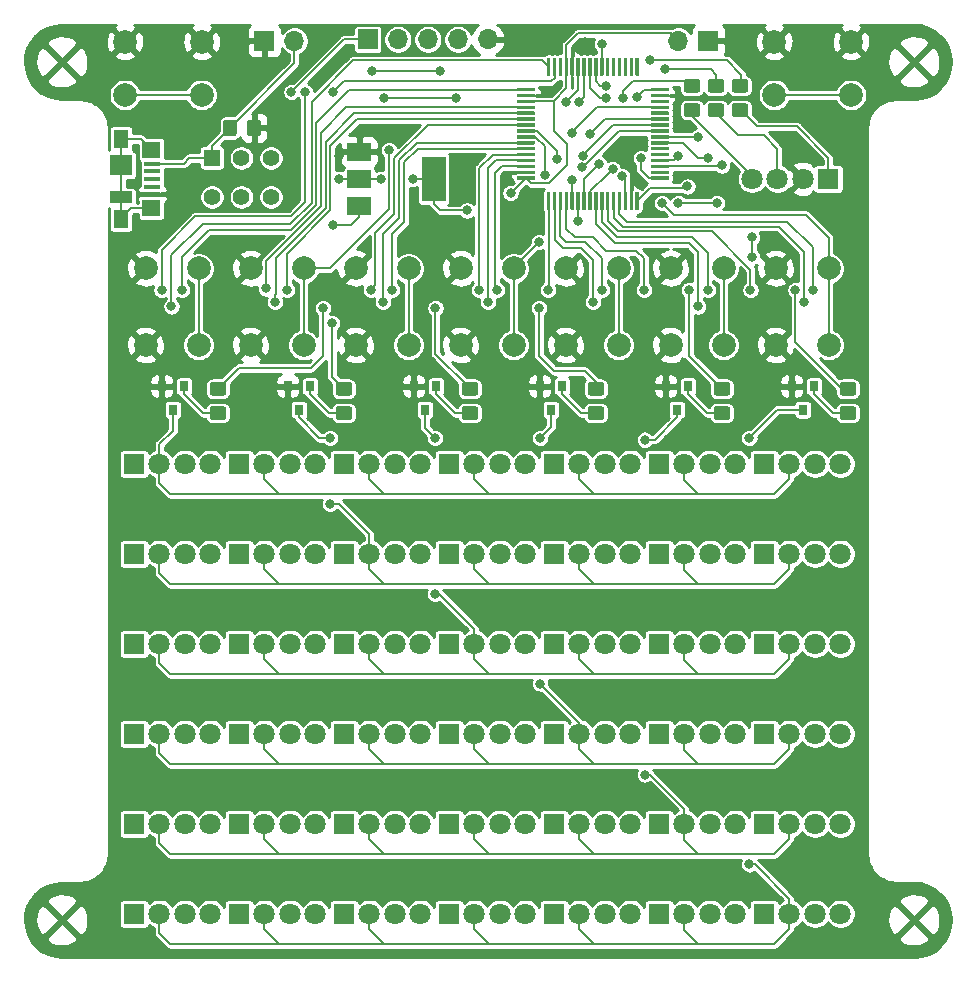
<source format=gbr>
G04 #@! TF.GenerationSoftware,KiCad,Pcbnew,5.1.5+dfsg1-2*
G04 #@! TF.CreationDate,2020-01-03T23:49:52-05:00*
G04 #@! TF.ProjectId,PCB,5043422e-6b69-4636-9164-5f7063625858,rev?*
G04 #@! TF.SameCoordinates,Original*
G04 #@! TF.FileFunction,Copper,L1,Top*
G04 #@! TF.FilePolarity,Positive*
%FSLAX46Y46*%
G04 Gerber Fmt 4.6, Leading zero omitted, Abs format (unit mm)*
G04 Created by KiCad (PCBNEW 5.1.5+dfsg1-2) date 2020-01-03 23:49:52*
%MOMM*%
%LPD*%
G04 APERTURE LIST*
%ADD10C,0.100000*%
%ADD11O,1.700000X1.700000*%
%ADD12R,1.700000X1.700000*%
%ADD13R,2.000000X1.500000*%
%ADD14R,2.000000X3.800000*%
%ADD15C,2.000000*%
%ADD16C,1.400000*%
%ADD17R,1.400000X1.400000*%
%ADD18R,0.800000X0.900000*%
%ADD19R,1.900000X1.000000*%
%ADD20R,1.900000X1.800000*%
%ADD21R,1.300000X1.650000*%
%ADD22R,1.550000X1.425000*%
%ADD23R,1.380000X0.450000*%
%ADD24C,1.800000*%
%ADD25R,1.800000X1.800000*%
%ADD26C,0.800000*%
%ADD27C,0.200000*%
%ADD28C,0.254000*%
G04 APERTURE END LIST*
G04 #@! TA.AperFunction,SMDPad,CuDef*
D10*
G36*
X213326505Y-71317204D02*
G01*
X213350773Y-71320804D01*
X213374572Y-71326765D01*
X213397671Y-71335030D01*
X213419850Y-71345520D01*
X213440893Y-71358132D01*
X213460599Y-71372747D01*
X213478777Y-71389223D01*
X213495253Y-71407401D01*
X213509868Y-71427107D01*
X213522480Y-71448150D01*
X213532970Y-71470329D01*
X213541235Y-71493428D01*
X213547196Y-71517227D01*
X213550796Y-71541495D01*
X213552000Y-71565999D01*
X213552000Y-72216001D01*
X213550796Y-72240505D01*
X213547196Y-72264773D01*
X213541235Y-72288572D01*
X213532970Y-72311671D01*
X213522480Y-72333850D01*
X213509868Y-72354893D01*
X213495253Y-72374599D01*
X213478777Y-72392777D01*
X213460599Y-72409253D01*
X213440893Y-72423868D01*
X213419850Y-72436480D01*
X213397671Y-72446970D01*
X213374572Y-72455235D01*
X213350773Y-72461196D01*
X213326505Y-72464796D01*
X213302001Y-72466000D01*
X212401999Y-72466000D01*
X212377495Y-72464796D01*
X212353227Y-72461196D01*
X212329428Y-72455235D01*
X212306329Y-72446970D01*
X212284150Y-72436480D01*
X212263107Y-72423868D01*
X212243401Y-72409253D01*
X212225223Y-72392777D01*
X212208747Y-72374599D01*
X212194132Y-72354893D01*
X212181520Y-72333850D01*
X212171030Y-72311671D01*
X212162765Y-72288572D01*
X212156804Y-72264773D01*
X212153204Y-72240505D01*
X212152000Y-72216001D01*
X212152000Y-71565999D01*
X212153204Y-71541495D01*
X212156804Y-71517227D01*
X212162765Y-71493428D01*
X212171030Y-71470329D01*
X212181520Y-71448150D01*
X212194132Y-71427107D01*
X212208747Y-71407401D01*
X212225223Y-71389223D01*
X212243401Y-71372747D01*
X212263107Y-71358132D01*
X212284150Y-71345520D01*
X212306329Y-71335030D01*
X212329428Y-71326765D01*
X212353227Y-71320804D01*
X212377495Y-71317204D01*
X212401999Y-71316000D01*
X213302001Y-71316000D01*
X213326505Y-71317204D01*
G37*
G04 #@! TD.AperFunction*
G04 #@! TA.AperFunction,SMDPad,CuDef*
G36*
X213326505Y-69267204D02*
G01*
X213350773Y-69270804D01*
X213374572Y-69276765D01*
X213397671Y-69285030D01*
X213419850Y-69295520D01*
X213440893Y-69308132D01*
X213460599Y-69322747D01*
X213478777Y-69339223D01*
X213495253Y-69357401D01*
X213509868Y-69377107D01*
X213522480Y-69398150D01*
X213532970Y-69420329D01*
X213541235Y-69443428D01*
X213547196Y-69467227D01*
X213550796Y-69491495D01*
X213552000Y-69515999D01*
X213552000Y-70166001D01*
X213550796Y-70190505D01*
X213547196Y-70214773D01*
X213541235Y-70238572D01*
X213532970Y-70261671D01*
X213522480Y-70283850D01*
X213509868Y-70304893D01*
X213495253Y-70324599D01*
X213478777Y-70342777D01*
X213460599Y-70359253D01*
X213440893Y-70373868D01*
X213419850Y-70386480D01*
X213397671Y-70396970D01*
X213374572Y-70405235D01*
X213350773Y-70411196D01*
X213326505Y-70414796D01*
X213302001Y-70416000D01*
X212401999Y-70416000D01*
X212377495Y-70414796D01*
X212353227Y-70411196D01*
X212329428Y-70405235D01*
X212306329Y-70396970D01*
X212284150Y-70386480D01*
X212263107Y-70373868D01*
X212243401Y-70359253D01*
X212225223Y-70342777D01*
X212208747Y-70324599D01*
X212194132Y-70304893D01*
X212181520Y-70283850D01*
X212171030Y-70261671D01*
X212162765Y-70238572D01*
X212156804Y-70214773D01*
X212153204Y-70190505D01*
X212152000Y-70166001D01*
X212152000Y-69515999D01*
X212153204Y-69491495D01*
X212156804Y-69467227D01*
X212162765Y-69443428D01*
X212171030Y-69420329D01*
X212181520Y-69398150D01*
X212194132Y-69377107D01*
X212208747Y-69357401D01*
X212225223Y-69339223D01*
X212243401Y-69322747D01*
X212263107Y-69308132D01*
X212284150Y-69295520D01*
X212306329Y-69285030D01*
X212329428Y-69276765D01*
X212353227Y-69270804D01*
X212377495Y-69267204D01*
X212401999Y-69266000D01*
X213302001Y-69266000D01*
X213326505Y-69267204D01*
G37*
G04 #@! TD.AperFunction*
G04 #@! TA.AperFunction,SMDPad,CuDef*
G36*
X202658505Y-71317204D02*
G01*
X202682773Y-71320804D01*
X202706572Y-71326765D01*
X202729671Y-71335030D01*
X202751850Y-71345520D01*
X202772893Y-71358132D01*
X202792599Y-71372747D01*
X202810777Y-71389223D01*
X202827253Y-71407401D01*
X202841868Y-71427107D01*
X202854480Y-71448150D01*
X202864970Y-71470329D01*
X202873235Y-71493428D01*
X202879196Y-71517227D01*
X202882796Y-71541495D01*
X202884000Y-71565999D01*
X202884000Y-72216001D01*
X202882796Y-72240505D01*
X202879196Y-72264773D01*
X202873235Y-72288572D01*
X202864970Y-72311671D01*
X202854480Y-72333850D01*
X202841868Y-72354893D01*
X202827253Y-72374599D01*
X202810777Y-72392777D01*
X202792599Y-72409253D01*
X202772893Y-72423868D01*
X202751850Y-72436480D01*
X202729671Y-72446970D01*
X202706572Y-72455235D01*
X202682773Y-72461196D01*
X202658505Y-72464796D01*
X202634001Y-72466000D01*
X201733999Y-72466000D01*
X201709495Y-72464796D01*
X201685227Y-72461196D01*
X201661428Y-72455235D01*
X201638329Y-72446970D01*
X201616150Y-72436480D01*
X201595107Y-72423868D01*
X201575401Y-72409253D01*
X201557223Y-72392777D01*
X201540747Y-72374599D01*
X201526132Y-72354893D01*
X201513520Y-72333850D01*
X201503030Y-72311671D01*
X201494765Y-72288572D01*
X201488804Y-72264773D01*
X201485204Y-72240505D01*
X201484000Y-72216001D01*
X201484000Y-71565999D01*
X201485204Y-71541495D01*
X201488804Y-71517227D01*
X201494765Y-71493428D01*
X201503030Y-71470329D01*
X201513520Y-71448150D01*
X201526132Y-71427107D01*
X201540747Y-71407401D01*
X201557223Y-71389223D01*
X201575401Y-71372747D01*
X201595107Y-71358132D01*
X201616150Y-71345520D01*
X201638329Y-71335030D01*
X201661428Y-71326765D01*
X201685227Y-71320804D01*
X201709495Y-71317204D01*
X201733999Y-71316000D01*
X202634001Y-71316000D01*
X202658505Y-71317204D01*
G37*
G04 #@! TD.AperFunction*
G04 #@! TA.AperFunction,SMDPad,CuDef*
G36*
X202658505Y-69267204D02*
G01*
X202682773Y-69270804D01*
X202706572Y-69276765D01*
X202729671Y-69285030D01*
X202751850Y-69295520D01*
X202772893Y-69308132D01*
X202792599Y-69322747D01*
X202810777Y-69339223D01*
X202827253Y-69357401D01*
X202841868Y-69377107D01*
X202854480Y-69398150D01*
X202864970Y-69420329D01*
X202873235Y-69443428D01*
X202879196Y-69467227D01*
X202882796Y-69491495D01*
X202884000Y-69515999D01*
X202884000Y-70166001D01*
X202882796Y-70190505D01*
X202879196Y-70214773D01*
X202873235Y-70238572D01*
X202864970Y-70261671D01*
X202854480Y-70283850D01*
X202841868Y-70304893D01*
X202827253Y-70324599D01*
X202810777Y-70342777D01*
X202792599Y-70359253D01*
X202772893Y-70373868D01*
X202751850Y-70386480D01*
X202729671Y-70396970D01*
X202706572Y-70405235D01*
X202682773Y-70411196D01*
X202658505Y-70414796D01*
X202634001Y-70416000D01*
X201733999Y-70416000D01*
X201709495Y-70414796D01*
X201685227Y-70411196D01*
X201661428Y-70405235D01*
X201638329Y-70396970D01*
X201616150Y-70386480D01*
X201595107Y-70373868D01*
X201575401Y-70359253D01*
X201557223Y-70342777D01*
X201540747Y-70324599D01*
X201526132Y-70304893D01*
X201513520Y-70283850D01*
X201503030Y-70261671D01*
X201494765Y-70238572D01*
X201488804Y-70214773D01*
X201485204Y-70190505D01*
X201484000Y-70166001D01*
X201484000Y-69515999D01*
X201485204Y-69491495D01*
X201488804Y-69467227D01*
X201494765Y-69443428D01*
X201503030Y-69420329D01*
X201513520Y-69398150D01*
X201526132Y-69377107D01*
X201540747Y-69357401D01*
X201557223Y-69339223D01*
X201575401Y-69322747D01*
X201595107Y-69308132D01*
X201616150Y-69295520D01*
X201638329Y-69285030D01*
X201661428Y-69276765D01*
X201685227Y-69270804D01*
X201709495Y-69267204D01*
X201733999Y-69266000D01*
X202634001Y-69266000D01*
X202658505Y-69267204D01*
G37*
G04 #@! TD.AperFunction*
G04 #@! TA.AperFunction,SMDPad,CuDef*
G36*
X200118505Y-45663204D02*
G01*
X200142773Y-45666804D01*
X200166572Y-45672765D01*
X200189671Y-45681030D01*
X200211850Y-45691520D01*
X200232893Y-45704132D01*
X200252599Y-45718747D01*
X200270777Y-45735223D01*
X200287253Y-45753401D01*
X200301868Y-45773107D01*
X200314480Y-45794150D01*
X200324970Y-45816329D01*
X200333235Y-45839428D01*
X200339196Y-45863227D01*
X200342796Y-45887495D01*
X200344000Y-45911999D01*
X200344000Y-46562001D01*
X200342796Y-46586505D01*
X200339196Y-46610773D01*
X200333235Y-46634572D01*
X200324970Y-46657671D01*
X200314480Y-46679850D01*
X200301868Y-46700893D01*
X200287253Y-46720599D01*
X200270777Y-46738777D01*
X200252599Y-46755253D01*
X200232893Y-46769868D01*
X200211850Y-46782480D01*
X200189671Y-46792970D01*
X200166572Y-46801235D01*
X200142773Y-46807196D01*
X200118505Y-46810796D01*
X200094001Y-46812000D01*
X199193999Y-46812000D01*
X199169495Y-46810796D01*
X199145227Y-46807196D01*
X199121428Y-46801235D01*
X199098329Y-46792970D01*
X199076150Y-46782480D01*
X199055107Y-46769868D01*
X199035401Y-46755253D01*
X199017223Y-46738777D01*
X199000747Y-46720599D01*
X198986132Y-46700893D01*
X198973520Y-46679850D01*
X198963030Y-46657671D01*
X198954765Y-46634572D01*
X198948804Y-46610773D01*
X198945204Y-46586505D01*
X198944000Y-46562001D01*
X198944000Y-45911999D01*
X198945204Y-45887495D01*
X198948804Y-45863227D01*
X198954765Y-45839428D01*
X198963030Y-45816329D01*
X198973520Y-45794150D01*
X198986132Y-45773107D01*
X199000747Y-45753401D01*
X199017223Y-45735223D01*
X199035401Y-45718747D01*
X199055107Y-45704132D01*
X199076150Y-45691520D01*
X199098329Y-45681030D01*
X199121428Y-45672765D01*
X199145227Y-45666804D01*
X199169495Y-45663204D01*
X199193999Y-45662000D01*
X200094001Y-45662000D01*
X200118505Y-45663204D01*
G37*
G04 #@! TD.AperFunction*
G04 #@! TA.AperFunction,SMDPad,CuDef*
G36*
X200118505Y-43613204D02*
G01*
X200142773Y-43616804D01*
X200166572Y-43622765D01*
X200189671Y-43631030D01*
X200211850Y-43641520D01*
X200232893Y-43654132D01*
X200252599Y-43668747D01*
X200270777Y-43685223D01*
X200287253Y-43703401D01*
X200301868Y-43723107D01*
X200314480Y-43744150D01*
X200324970Y-43766329D01*
X200333235Y-43789428D01*
X200339196Y-43813227D01*
X200342796Y-43837495D01*
X200344000Y-43861999D01*
X200344000Y-44512001D01*
X200342796Y-44536505D01*
X200339196Y-44560773D01*
X200333235Y-44584572D01*
X200324970Y-44607671D01*
X200314480Y-44629850D01*
X200301868Y-44650893D01*
X200287253Y-44670599D01*
X200270777Y-44688777D01*
X200252599Y-44705253D01*
X200232893Y-44719868D01*
X200211850Y-44732480D01*
X200189671Y-44742970D01*
X200166572Y-44751235D01*
X200142773Y-44757196D01*
X200118505Y-44760796D01*
X200094001Y-44762000D01*
X199193999Y-44762000D01*
X199169495Y-44760796D01*
X199145227Y-44757196D01*
X199121428Y-44751235D01*
X199098329Y-44742970D01*
X199076150Y-44732480D01*
X199055107Y-44719868D01*
X199035401Y-44705253D01*
X199017223Y-44688777D01*
X199000747Y-44670599D01*
X198986132Y-44650893D01*
X198973520Y-44629850D01*
X198963030Y-44607671D01*
X198954765Y-44584572D01*
X198948804Y-44560773D01*
X198945204Y-44536505D01*
X198944000Y-44512001D01*
X198944000Y-43861999D01*
X198945204Y-43837495D01*
X198948804Y-43813227D01*
X198954765Y-43789428D01*
X198963030Y-43766329D01*
X198973520Y-43744150D01*
X198986132Y-43723107D01*
X199000747Y-43703401D01*
X199017223Y-43685223D01*
X199035401Y-43668747D01*
X199055107Y-43654132D01*
X199076150Y-43641520D01*
X199098329Y-43631030D01*
X199121428Y-43622765D01*
X199145227Y-43616804D01*
X199169495Y-43613204D01*
X199193999Y-43612000D01*
X200094001Y-43612000D01*
X200118505Y-43613204D01*
G37*
G04 #@! TD.AperFunction*
G04 #@! TA.AperFunction,SMDPad,CuDef*
G36*
X202150505Y-45663204D02*
G01*
X202174773Y-45666804D01*
X202198572Y-45672765D01*
X202221671Y-45681030D01*
X202243850Y-45691520D01*
X202264893Y-45704132D01*
X202284599Y-45718747D01*
X202302777Y-45735223D01*
X202319253Y-45753401D01*
X202333868Y-45773107D01*
X202346480Y-45794150D01*
X202356970Y-45816329D01*
X202365235Y-45839428D01*
X202371196Y-45863227D01*
X202374796Y-45887495D01*
X202376000Y-45911999D01*
X202376000Y-46562001D01*
X202374796Y-46586505D01*
X202371196Y-46610773D01*
X202365235Y-46634572D01*
X202356970Y-46657671D01*
X202346480Y-46679850D01*
X202333868Y-46700893D01*
X202319253Y-46720599D01*
X202302777Y-46738777D01*
X202284599Y-46755253D01*
X202264893Y-46769868D01*
X202243850Y-46782480D01*
X202221671Y-46792970D01*
X202198572Y-46801235D01*
X202174773Y-46807196D01*
X202150505Y-46810796D01*
X202126001Y-46812000D01*
X201225999Y-46812000D01*
X201201495Y-46810796D01*
X201177227Y-46807196D01*
X201153428Y-46801235D01*
X201130329Y-46792970D01*
X201108150Y-46782480D01*
X201087107Y-46769868D01*
X201067401Y-46755253D01*
X201049223Y-46738777D01*
X201032747Y-46720599D01*
X201018132Y-46700893D01*
X201005520Y-46679850D01*
X200995030Y-46657671D01*
X200986765Y-46634572D01*
X200980804Y-46610773D01*
X200977204Y-46586505D01*
X200976000Y-46562001D01*
X200976000Y-45911999D01*
X200977204Y-45887495D01*
X200980804Y-45863227D01*
X200986765Y-45839428D01*
X200995030Y-45816329D01*
X201005520Y-45794150D01*
X201018132Y-45773107D01*
X201032747Y-45753401D01*
X201049223Y-45735223D01*
X201067401Y-45718747D01*
X201087107Y-45704132D01*
X201108150Y-45691520D01*
X201130329Y-45681030D01*
X201153428Y-45672765D01*
X201177227Y-45666804D01*
X201201495Y-45663204D01*
X201225999Y-45662000D01*
X202126001Y-45662000D01*
X202150505Y-45663204D01*
G37*
G04 #@! TD.AperFunction*
G04 #@! TA.AperFunction,SMDPad,CuDef*
G36*
X202150505Y-43613204D02*
G01*
X202174773Y-43616804D01*
X202198572Y-43622765D01*
X202221671Y-43631030D01*
X202243850Y-43641520D01*
X202264893Y-43654132D01*
X202284599Y-43668747D01*
X202302777Y-43685223D01*
X202319253Y-43703401D01*
X202333868Y-43723107D01*
X202346480Y-43744150D01*
X202356970Y-43766329D01*
X202365235Y-43789428D01*
X202371196Y-43813227D01*
X202374796Y-43837495D01*
X202376000Y-43861999D01*
X202376000Y-44512001D01*
X202374796Y-44536505D01*
X202371196Y-44560773D01*
X202365235Y-44584572D01*
X202356970Y-44607671D01*
X202346480Y-44629850D01*
X202333868Y-44650893D01*
X202319253Y-44670599D01*
X202302777Y-44688777D01*
X202284599Y-44705253D01*
X202264893Y-44719868D01*
X202243850Y-44732480D01*
X202221671Y-44742970D01*
X202198572Y-44751235D01*
X202174773Y-44757196D01*
X202150505Y-44760796D01*
X202126001Y-44762000D01*
X201225999Y-44762000D01*
X201201495Y-44760796D01*
X201177227Y-44757196D01*
X201153428Y-44751235D01*
X201130329Y-44742970D01*
X201108150Y-44732480D01*
X201087107Y-44719868D01*
X201067401Y-44705253D01*
X201049223Y-44688777D01*
X201032747Y-44670599D01*
X201018132Y-44650893D01*
X201005520Y-44629850D01*
X200995030Y-44607671D01*
X200986765Y-44584572D01*
X200980804Y-44560773D01*
X200977204Y-44536505D01*
X200976000Y-44512001D01*
X200976000Y-43861999D01*
X200977204Y-43837495D01*
X200980804Y-43813227D01*
X200986765Y-43789428D01*
X200995030Y-43766329D01*
X201005520Y-43744150D01*
X201018132Y-43723107D01*
X201032747Y-43703401D01*
X201049223Y-43685223D01*
X201067401Y-43668747D01*
X201087107Y-43654132D01*
X201108150Y-43641520D01*
X201130329Y-43631030D01*
X201153428Y-43622765D01*
X201177227Y-43616804D01*
X201201495Y-43613204D01*
X201225999Y-43612000D01*
X202126001Y-43612000D01*
X202150505Y-43613204D01*
G37*
G04 #@! TD.AperFunction*
G04 #@! TA.AperFunction,SMDPad,CuDef*
G36*
X191990505Y-71317204D02*
G01*
X192014773Y-71320804D01*
X192038572Y-71326765D01*
X192061671Y-71335030D01*
X192083850Y-71345520D01*
X192104893Y-71358132D01*
X192124599Y-71372747D01*
X192142777Y-71389223D01*
X192159253Y-71407401D01*
X192173868Y-71427107D01*
X192186480Y-71448150D01*
X192196970Y-71470329D01*
X192205235Y-71493428D01*
X192211196Y-71517227D01*
X192214796Y-71541495D01*
X192216000Y-71565999D01*
X192216000Y-72216001D01*
X192214796Y-72240505D01*
X192211196Y-72264773D01*
X192205235Y-72288572D01*
X192196970Y-72311671D01*
X192186480Y-72333850D01*
X192173868Y-72354893D01*
X192159253Y-72374599D01*
X192142777Y-72392777D01*
X192124599Y-72409253D01*
X192104893Y-72423868D01*
X192083850Y-72436480D01*
X192061671Y-72446970D01*
X192038572Y-72455235D01*
X192014773Y-72461196D01*
X191990505Y-72464796D01*
X191966001Y-72466000D01*
X191065999Y-72466000D01*
X191041495Y-72464796D01*
X191017227Y-72461196D01*
X190993428Y-72455235D01*
X190970329Y-72446970D01*
X190948150Y-72436480D01*
X190927107Y-72423868D01*
X190907401Y-72409253D01*
X190889223Y-72392777D01*
X190872747Y-72374599D01*
X190858132Y-72354893D01*
X190845520Y-72333850D01*
X190835030Y-72311671D01*
X190826765Y-72288572D01*
X190820804Y-72264773D01*
X190817204Y-72240505D01*
X190816000Y-72216001D01*
X190816000Y-71565999D01*
X190817204Y-71541495D01*
X190820804Y-71517227D01*
X190826765Y-71493428D01*
X190835030Y-71470329D01*
X190845520Y-71448150D01*
X190858132Y-71427107D01*
X190872747Y-71407401D01*
X190889223Y-71389223D01*
X190907401Y-71372747D01*
X190927107Y-71358132D01*
X190948150Y-71345520D01*
X190970329Y-71335030D01*
X190993428Y-71326765D01*
X191017227Y-71320804D01*
X191041495Y-71317204D01*
X191065999Y-71316000D01*
X191966001Y-71316000D01*
X191990505Y-71317204D01*
G37*
G04 #@! TD.AperFunction*
G04 #@! TA.AperFunction,SMDPad,CuDef*
G36*
X191990505Y-69267204D02*
G01*
X192014773Y-69270804D01*
X192038572Y-69276765D01*
X192061671Y-69285030D01*
X192083850Y-69295520D01*
X192104893Y-69308132D01*
X192124599Y-69322747D01*
X192142777Y-69339223D01*
X192159253Y-69357401D01*
X192173868Y-69377107D01*
X192186480Y-69398150D01*
X192196970Y-69420329D01*
X192205235Y-69443428D01*
X192211196Y-69467227D01*
X192214796Y-69491495D01*
X192216000Y-69515999D01*
X192216000Y-70166001D01*
X192214796Y-70190505D01*
X192211196Y-70214773D01*
X192205235Y-70238572D01*
X192196970Y-70261671D01*
X192186480Y-70283850D01*
X192173868Y-70304893D01*
X192159253Y-70324599D01*
X192142777Y-70342777D01*
X192124599Y-70359253D01*
X192104893Y-70373868D01*
X192083850Y-70386480D01*
X192061671Y-70396970D01*
X192038572Y-70405235D01*
X192014773Y-70411196D01*
X191990505Y-70414796D01*
X191966001Y-70416000D01*
X191065999Y-70416000D01*
X191041495Y-70414796D01*
X191017227Y-70411196D01*
X190993428Y-70405235D01*
X190970329Y-70396970D01*
X190948150Y-70386480D01*
X190927107Y-70373868D01*
X190907401Y-70359253D01*
X190889223Y-70342777D01*
X190872747Y-70324599D01*
X190858132Y-70304893D01*
X190845520Y-70283850D01*
X190835030Y-70261671D01*
X190826765Y-70238572D01*
X190820804Y-70214773D01*
X190817204Y-70190505D01*
X190816000Y-70166001D01*
X190816000Y-69515999D01*
X190817204Y-69491495D01*
X190820804Y-69467227D01*
X190826765Y-69443428D01*
X190835030Y-69420329D01*
X190845520Y-69398150D01*
X190858132Y-69377107D01*
X190872747Y-69357401D01*
X190889223Y-69339223D01*
X190907401Y-69322747D01*
X190927107Y-69308132D01*
X190948150Y-69295520D01*
X190970329Y-69285030D01*
X190993428Y-69276765D01*
X191017227Y-69270804D01*
X191041495Y-69267204D01*
X191065999Y-69266000D01*
X191966001Y-69266000D01*
X191990505Y-69267204D01*
G37*
G04 #@! TD.AperFunction*
G04 #@! TA.AperFunction,SMDPad,CuDef*
G36*
X204182505Y-45663204D02*
G01*
X204206773Y-45666804D01*
X204230572Y-45672765D01*
X204253671Y-45681030D01*
X204275850Y-45691520D01*
X204296893Y-45704132D01*
X204316599Y-45718747D01*
X204334777Y-45735223D01*
X204351253Y-45753401D01*
X204365868Y-45773107D01*
X204378480Y-45794150D01*
X204388970Y-45816329D01*
X204397235Y-45839428D01*
X204403196Y-45863227D01*
X204406796Y-45887495D01*
X204408000Y-45911999D01*
X204408000Y-46562001D01*
X204406796Y-46586505D01*
X204403196Y-46610773D01*
X204397235Y-46634572D01*
X204388970Y-46657671D01*
X204378480Y-46679850D01*
X204365868Y-46700893D01*
X204351253Y-46720599D01*
X204334777Y-46738777D01*
X204316599Y-46755253D01*
X204296893Y-46769868D01*
X204275850Y-46782480D01*
X204253671Y-46792970D01*
X204230572Y-46801235D01*
X204206773Y-46807196D01*
X204182505Y-46810796D01*
X204158001Y-46812000D01*
X203257999Y-46812000D01*
X203233495Y-46810796D01*
X203209227Y-46807196D01*
X203185428Y-46801235D01*
X203162329Y-46792970D01*
X203140150Y-46782480D01*
X203119107Y-46769868D01*
X203099401Y-46755253D01*
X203081223Y-46738777D01*
X203064747Y-46720599D01*
X203050132Y-46700893D01*
X203037520Y-46679850D01*
X203027030Y-46657671D01*
X203018765Y-46634572D01*
X203012804Y-46610773D01*
X203009204Y-46586505D01*
X203008000Y-46562001D01*
X203008000Y-45911999D01*
X203009204Y-45887495D01*
X203012804Y-45863227D01*
X203018765Y-45839428D01*
X203027030Y-45816329D01*
X203037520Y-45794150D01*
X203050132Y-45773107D01*
X203064747Y-45753401D01*
X203081223Y-45735223D01*
X203099401Y-45718747D01*
X203119107Y-45704132D01*
X203140150Y-45691520D01*
X203162329Y-45681030D01*
X203185428Y-45672765D01*
X203209227Y-45666804D01*
X203233495Y-45663204D01*
X203257999Y-45662000D01*
X204158001Y-45662000D01*
X204182505Y-45663204D01*
G37*
G04 #@! TD.AperFunction*
G04 #@! TA.AperFunction,SMDPad,CuDef*
G36*
X204182505Y-43613204D02*
G01*
X204206773Y-43616804D01*
X204230572Y-43622765D01*
X204253671Y-43631030D01*
X204275850Y-43641520D01*
X204296893Y-43654132D01*
X204316599Y-43668747D01*
X204334777Y-43685223D01*
X204351253Y-43703401D01*
X204365868Y-43723107D01*
X204378480Y-43744150D01*
X204388970Y-43766329D01*
X204397235Y-43789428D01*
X204403196Y-43813227D01*
X204406796Y-43837495D01*
X204408000Y-43861999D01*
X204408000Y-44512001D01*
X204406796Y-44536505D01*
X204403196Y-44560773D01*
X204397235Y-44584572D01*
X204388970Y-44607671D01*
X204378480Y-44629850D01*
X204365868Y-44650893D01*
X204351253Y-44670599D01*
X204334777Y-44688777D01*
X204316599Y-44705253D01*
X204296893Y-44719868D01*
X204275850Y-44732480D01*
X204253671Y-44742970D01*
X204230572Y-44751235D01*
X204206773Y-44757196D01*
X204182505Y-44760796D01*
X204158001Y-44762000D01*
X203257999Y-44762000D01*
X203233495Y-44760796D01*
X203209227Y-44757196D01*
X203185428Y-44751235D01*
X203162329Y-44742970D01*
X203140150Y-44732480D01*
X203119107Y-44719868D01*
X203099401Y-44705253D01*
X203081223Y-44688777D01*
X203064747Y-44670599D01*
X203050132Y-44650893D01*
X203037520Y-44629850D01*
X203027030Y-44607671D01*
X203018765Y-44584572D01*
X203012804Y-44560773D01*
X203009204Y-44536505D01*
X203008000Y-44512001D01*
X203008000Y-43861999D01*
X203009204Y-43837495D01*
X203012804Y-43813227D01*
X203018765Y-43789428D01*
X203027030Y-43766329D01*
X203037520Y-43744150D01*
X203050132Y-43723107D01*
X203064747Y-43703401D01*
X203081223Y-43685223D01*
X203099401Y-43668747D01*
X203119107Y-43654132D01*
X203140150Y-43641520D01*
X203162329Y-43631030D01*
X203185428Y-43622765D01*
X203209227Y-43616804D01*
X203233495Y-43613204D01*
X203257999Y-43612000D01*
X204158001Y-43612000D01*
X204182505Y-43613204D01*
G37*
G04 #@! TD.AperFunction*
D11*
X198501000Y-40386000D03*
D12*
X201041000Y-40386000D03*
G04 #@! TA.AperFunction,SMDPad,CuDef*
D10*
G36*
X197644351Y-44360361D02*
G01*
X197651632Y-44361441D01*
X197658771Y-44363229D01*
X197665701Y-44365709D01*
X197672355Y-44368856D01*
X197678668Y-44372640D01*
X197684579Y-44377024D01*
X197690033Y-44381967D01*
X197694976Y-44387421D01*
X197699360Y-44393332D01*
X197703144Y-44399645D01*
X197706291Y-44406299D01*
X197708771Y-44413229D01*
X197710559Y-44420368D01*
X197711639Y-44427649D01*
X197712000Y-44435000D01*
X197712000Y-44585000D01*
X197711639Y-44592351D01*
X197710559Y-44599632D01*
X197708771Y-44606771D01*
X197706291Y-44613701D01*
X197703144Y-44620355D01*
X197699360Y-44626668D01*
X197694976Y-44632579D01*
X197690033Y-44638033D01*
X197684579Y-44642976D01*
X197678668Y-44647360D01*
X197672355Y-44651144D01*
X197665701Y-44654291D01*
X197658771Y-44656771D01*
X197651632Y-44658559D01*
X197644351Y-44659639D01*
X197637000Y-44660000D01*
X196237000Y-44660000D01*
X196229649Y-44659639D01*
X196222368Y-44658559D01*
X196215229Y-44656771D01*
X196208299Y-44654291D01*
X196201645Y-44651144D01*
X196195332Y-44647360D01*
X196189421Y-44642976D01*
X196183967Y-44638033D01*
X196179024Y-44632579D01*
X196174640Y-44626668D01*
X196170856Y-44620355D01*
X196167709Y-44613701D01*
X196165229Y-44606771D01*
X196163441Y-44599632D01*
X196162361Y-44592351D01*
X196162000Y-44585000D01*
X196162000Y-44435000D01*
X196162361Y-44427649D01*
X196163441Y-44420368D01*
X196165229Y-44413229D01*
X196167709Y-44406299D01*
X196170856Y-44399645D01*
X196174640Y-44393332D01*
X196179024Y-44387421D01*
X196183967Y-44381967D01*
X196189421Y-44377024D01*
X196195332Y-44372640D01*
X196201645Y-44368856D01*
X196208299Y-44365709D01*
X196215229Y-44363229D01*
X196222368Y-44361441D01*
X196229649Y-44360361D01*
X196237000Y-44360000D01*
X197637000Y-44360000D01*
X197644351Y-44360361D01*
G37*
G04 #@! TD.AperFunction*
G04 #@! TA.AperFunction,SMDPad,CuDef*
G36*
X197644351Y-44860361D02*
G01*
X197651632Y-44861441D01*
X197658771Y-44863229D01*
X197665701Y-44865709D01*
X197672355Y-44868856D01*
X197678668Y-44872640D01*
X197684579Y-44877024D01*
X197690033Y-44881967D01*
X197694976Y-44887421D01*
X197699360Y-44893332D01*
X197703144Y-44899645D01*
X197706291Y-44906299D01*
X197708771Y-44913229D01*
X197710559Y-44920368D01*
X197711639Y-44927649D01*
X197712000Y-44935000D01*
X197712000Y-45085000D01*
X197711639Y-45092351D01*
X197710559Y-45099632D01*
X197708771Y-45106771D01*
X197706291Y-45113701D01*
X197703144Y-45120355D01*
X197699360Y-45126668D01*
X197694976Y-45132579D01*
X197690033Y-45138033D01*
X197684579Y-45142976D01*
X197678668Y-45147360D01*
X197672355Y-45151144D01*
X197665701Y-45154291D01*
X197658771Y-45156771D01*
X197651632Y-45158559D01*
X197644351Y-45159639D01*
X197637000Y-45160000D01*
X196237000Y-45160000D01*
X196229649Y-45159639D01*
X196222368Y-45158559D01*
X196215229Y-45156771D01*
X196208299Y-45154291D01*
X196201645Y-45151144D01*
X196195332Y-45147360D01*
X196189421Y-45142976D01*
X196183967Y-45138033D01*
X196179024Y-45132579D01*
X196174640Y-45126668D01*
X196170856Y-45120355D01*
X196167709Y-45113701D01*
X196165229Y-45106771D01*
X196163441Y-45099632D01*
X196162361Y-45092351D01*
X196162000Y-45085000D01*
X196162000Y-44935000D01*
X196162361Y-44927649D01*
X196163441Y-44920368D01*
X196165229Y-44913229D01*
X196167709Y-44906299D01*
X196170856Y-44899645D01*
X196174640Y-44893332D01*
X196179024Y-44887421D01*
X196183967Y-44881967D01*
X196189421Y-44877024D01*
X196195332Y-44872640D01*
X196201645Y-44868856D01*
X196208299Y-44865709D01*
X196215229Y-44863229D01*
X196222368Y-44861441D01*
X196229649Y-44860361D01*
X196237000Y-44860000D01*
X197637000Y-44860000D01*
X197644351Y-44860361D01*
G37*
G04 #@! TD.AperFunction*
G04 #@! TA.AperFunction,SMDPad,CuDef*
G36*
X197644351Y-45360361D02*
G01*
X197651632Y-45361441D01*
X197658771Y-45363229D01*
X197665701Y-45365709D01*
X197672355Y-45368856D01*
X197678668Y-45372640D01*
X197684579Y-45377024D01*
X197690033Y-45381967D01*
X197694976Y-45387421D01*
X197699360Y-45393332D01*
X197703144Y-45399645D01*
X197706291Y-45406299D01*
X197708771Y-45413229D01*
X197710559Y-45420368D01*
X197711639Y-45427649D01*
X197712000Y-45435000D01*
X197712000Y-45585000D01*
X197711639Y-45592351D01*
X197710559Y-45599632D01*
X197708771Y-45606771D01*
X197706291Y-45613701D01*
X197703144Y-45620355D01*
X197699360Y-45626668D01*
X197694976Y-45632579D01*
X197690033Y-45638033D01*
X197684579Y-45642976D01*
X197678668Y-45647360D01*
X197672355Y-45651144D01*
X197665701Y-45654291D01*
X197658771Y-45656771D01*
X197651632Y-45658559D01*
X197644351Y-45659639D01*
X197637000Y-45660000D01*
X196237000Y-45660000D01*
X196229649Y-45659639D01*
X196222368Y-45658559D01*
X196215229Y-45656771D01*
X196208299Y-45654291D01*
X196201645Y-45651144D01*
X196195332Y-45647360D01*
X196189421Y-45642976D01*
X196183967Y-45638033D01*
X196179024Y-45632579D01*
X196174640Y-45626668D01*
X196170856Y-45620355D01*
X196167709Y-45613701D01*
X196165229Y-45606771D01*
X196163441Y-45599632D01*
X196162361Y-45592351D01*
X196162000Y-45585000D01*
X196162000Y-45435000D01*
X196162361Y-45427649D01*
X196163441Y-45420368D01*
X196165229Y-45413229D01*
X196167709Y-45406299D01*
X196170856Y-45399645D01*
X196174640Y-45393332D01*
X196179024Y-45387421D01*
X196183967Y-45381967D01*
X196189421Y-45377024D01*
X196195332Y-45372640D01*
X196201645Y-45368856D01*
X196208299Y-45365709D01*
X196215229Y-45363229D01*
X196222368Y-45361441D01*
X196229649Y-45360361D01*
X196237000Y-45360000D01*
X197637000Y-45360000D01*
X197644351Y-45360361D01*
G37*
G04 #@! TD.AperFunction*
G04 #@! TA.AperFunction,SMDPad,CuDef*
G36*
X197644351Y-45860361D02*
G01*
X197651632Y-45861441D01*
X197658771Y-45863229D01*
X197665701Y-45865709D01*
X197672355Y-45868856D01*
X197678668Y-45872640D01*
X197684579Y-45877024D01*
X197690033Y-45881967D01*
X197694976Y-45887421D01*
X197699360Y-45893332D01*
X197703144Y-45899645D01*
X197706291Y-45906299D01*
X197708771Y-45913229D01*
X197710559Y-45920368D01*
X197711639Y-45927649D01*
X197712000Y-45935000D01*
X197712000Y-46085000D01*
X197711639Y-46092351D01*
X197710559Y-46099632D01*
X197708771Y-46106771D01*
X197706291Y-46113701D01*
X197703144Y-46120355D01*
X197699360Y-46126668D01*
X197694976Y-46132579D01*
X197690033Y-46138033D01*
X197684579Y-46142976D01*
X197678668Y-46147360D01*
X197672355Y-46151144D01*
X197665701Y-46154291D01*
X197658771Y-46156771D01*
X197651632Y-46158559D01*
X197644351Y-46159639D01*
X197637000Y-46160000D01*
X196237000Y-46160000D01*
X196229649Y-46159639D01*
X196222368Y-46158559D01*
X196215229Y-46156771D01*
X196208299Y-46154291D01*
X196201645Y-46151144D01*
X196195332Y-46147360D01*
X196189421Y-46142976D01*
X196183967Y-46138033D01*
X196179024Y-46132579D01*
X196174640Y-46126668D01*
X196170856Y-46120355D01*
X196167709Y-46113701D01*
X196165229Y-46106771D01*
X196163441Y-46099632D01*
X196162361Y-46092351D01*
X196162000Y-46085000D01*
X196162000Y-45935000D01*
X196162361Y-45927649D01*
X196163441Y-45920368D01*
X196165229Y-45913229D01*
X196167709Y-45906299D01*
X196170856Y-45899645D01*
X196174640Y-45893332D01*
X196179024Y-45887421D01*
X196183967Y-45881967D01*
X196189421Y-45877024D01*
X196195332Y-45872640D01*
X196201645Y-45868856D01*
X196208299Y-45865709D01*
X196215229Y-45863229D01*
X196222368Y-45861441D01*
X196229649Y-45860361D01*
X196237000Y-45860000D01*
X197637000Y-45860000D01*
X197644351Y-45860361D01*
G37*
G04 #@! TD.AperFunction*
G04 #@! TA.AperFunction,SMDPad,CuDef*
G36*
X197644351Y-46360361D02*
G01*
X197651632Y-46361441D01*
X197658771Y-46363229D01*
X197665701Y-46365709D01*
X197672355Y-46368856D01*
X197678668Y-46372640D01*
X197684579Y-46377024D01*
X197690033Y-46381967D01*
X197694976Y-46387421D01*
X197699360Y-46393332D01*
X197703144Y-46399645D01*
X197706291Y-46406299D01*
X197708771Y-46413229D01*
X197710559Y-46420368D01*
X197711639Y-46427649D01*
X197712000Y-46435000D01*
X197712000Y-46585000D01*
X197711639Y-46592351D01*
X197710559Y-46599632D01*
X197708771Y-46606771D01*
X197706291Y-46613701D01*
X197703144Y-46620355D01*
X197699360Y-46626668D01*
X197694976Y-46632579D01*
X197690033Y-46638033D01*
X197684579Y-46642976D01*
X197678668Y-46647360D01*
X197672355Y-46651144D01*
X197665701Y-46654291D01*
X197658771Y-46656771D01*
X197651632Y-46658559D01*
X197644351Y-46659639D01*
X197637000Y-46660000D01*
X196237000Y-46660000D01*
X196229649Y-46659639D01*
X196222368Y-46658559D01*
X196215229Y-46656771D01*
X196208299Y-46654291D01*
X196201645Y-46651144D01*
X196195332Y-46647360D01*
X196189421Y-46642976D01*
X196183967Y-46638033D01*
X196179024Y-46632579D01*
X196174640Y-46626668D01*
X196170856Y-46620355D01*
X196167709Y-46613701D01*
X196165229Y-46606771D01*
X196163441Y-46599632D01*
X196162361Y-46592351D01*
X196162000Y-46585000D01*
X196162000Y-46435000D01*
X196162361Y-46427649D01*
X196163441Y-46420368D01*
X196165229Y-46413229D01*
X196167709Y-46406299D01*
X196170856Y-46399645D01*
X196174640Y-46393332D01*
X196179024Y-46387421D01*
X196183967Y-46381967D01*
X196189421Y-46377024D01*
X196195332Y-46372640D01*
X196201645Y-46368856D01*
X196208299Y-46365709D01*
X196215229Y-46363229D01*
X196222368Y-46361441D01*
X196229649Y-46360361D01*
X196237000Y-46360000D01*
X197637000Y-46360000D01*
X197644351Y-46360361D01*
G37*
G04 #@! TD.AperFunction*
G04 #@! TA.AperFunction,SMDPad,CuDef*
G36*
X197644351Y-46860361D02*
G01*
X197651632Y-46861441D01*
X197658771Y-46863229D01*
X197665701Y-46865709D01*
X197672355Y-46868856D01*
X197678668Y-46872640D01*
X197684579Y-46877024D01*
X197690033Y-46881967D01*
X197694976Y-46887421D01*
X197699360Y-46893332D01*
X197703144Y-46899645D01*
X197706291Y-46906299D01*
X197708771Y-46913229D01*
X197710559Y-46920368D01*
X197711639Y-46927649D01*
X197712000Y-46935000D01*
X197712000Y-47085000D01*
X197711639Y-47092351D01*
X197710559Y-47099632D01*
X197708771Y-47106771D01*
X197706291Y-47113701D01*
X197703144Y-47120355D01*
X197699360Y-47126668D01*
X197694976Y-47132579D01*
X197690033Y-47138033D01*
X197684579Y-47142976D01*
X197678668Y-47147360D01*
X197672355Y-47151144D01*
X197665701Y-47154291D01*
X197658771Y-47156771D01*
X197651632Y-47158559D01*
X197644351Y-47159639D01*
X197637000Y-47160000D01*
X196237000Y-47160000D01*
X196229649Y-47159639D01*
X196222368Y-47158559D01*
X196215229Y-47156771D01*
X196208299Y-47154291D01*
X196201645Y-47151144D01*
X196195332Y-47147360D01*
X196189421Y-47142976D01*
X196183967Y-47138033D01*
X196179024Y-47132579D01*
X196174640Y-47126668D01*
X196170856Y-47120355D01*
X196167709Y-47113701D01*
X196165229Y-47106771D01*
X196163441Y-47099632D01*
X196162361Y-47092351D01*
X196162000Y-47085000D01*
X196162000Y-46935000D01*
X196162361Y-46927649D01*
X196163441Y-46920368D01*
X196165229Y-46913229D01*
X196167709Y-46906299D01*
X196170856Y-46899645D01*
X196174640Y-46893332D01*
X196179024Y-46887421D01*
X196183967Y-46881967D01*
X196189421Y-46877024D01*
X196195332Y-46872640D01*
X196201645Y-46868856D01*
X196208299Y-46865709D01*
X196215229Y-46863229D01*
X196222368Y-46861441D01*
X196229649Y-46860361D01*
X196237000Y-46860000D01*
X197637000Y-46860000D01*
X197644351Y-46860361D01*
G37*
G04 #@! TD.AperFunction*
G04 #@! TA.AperFunction,SMDPad,CuDef*
G36*
X197644351Y-47360361D02*
G01*
X197651632Y-47361441D01*
X197658771Y-47363229D01*
X197665701Y-47365709D01*
X197672355Y-47368856D01*
X197678668Y-47372640D01*
X197684579Y-47377024D01*
X197690033Y-47381967D01*
X197694976Y-47387421D01*
X197699360Y-47393332D01*
X197703144Y-47399645D01*
X197706291Y-47406299D01*
X197708771Y-47413229D01*
X197710559Y-47420368D01*
X197711639Y-47427649D01*
X197712000Y-47435000D01*
X197712000Y-47585000D01*
X197711639Y-47592351D01*
X197710559Y-47599632D01*
X197708771Y-47606771D01*
X197706291Y-47613701D01*
X197703144Y-47620355D01*
X197699360Y-47626668D01*
X197694976Y-47632579D01*
X197690033Y-47638033D01*
X197684579Y-47642976D01*
X197678668Y-47647360D01*
X197672355Y-47651144D01*
X197665701Y-47654291D01*
X197658771Y-47656771D01*
X197651632Y-47658559D01*
X197644351Y-47659639D01*
X197637000Y-47660000D01*
X196237000Y-47660000D01*
X196229649Y-47659639D01*
X196222368Y-47658559D01*
X196215229Y-47656771D01*
X196208299Y-47654291D01*
X196201645Y-47651144D01*
X196195332Y-47647360D01*
X196189421Y-47642976D01*
X196183967Y-47638033D01*
X196179024Y-47632579D01*
X196174640Y-47626668D01*
X196170856Y-47620355D01*
X196167709Y-47613701D01*
X196165229Y-47606771D01*
X196163441Y-47599632D01*
X196162361Y-47592351D01*
X196162000Y-47585000D01*
X196162000Y-47435000D01*
X196162361Y-47427649D01*
X196163441Y-47420368D01*
X196165229Y-47413229D01*
X196167709Y-47406299D01*
X196170856Y-47399645D01*
X196174640Y-47393332D01*
X196179024Y-47387421D01*
X196183967Y-47381967D01*
X196189421Y-47377024D01*
X196195332Y-47372640D01*
X196201645Y-47368856D01*
X196208299Y-47365709D01*
X196215229Y-47363229D01*
X196222368Y-47361441D01*
X196229649Y-47360361D01*
X196237000Y-47360000D01*
X197637000Y-47360000D01*
X197644351Y-47360361D01*
G37*
G04 #@! TD.AperFunction*
G04 #@! TA.AperFunction,SMDPad,CuDef*
G36*
X197644351Y-47860361D02*
G01*
X197651632Y-47861441D01*
X197658771Y-47863229D01*
X197665701Y-47865709D01*
X197672355Y-47868856D01*
X197678668Y-47872640D01*
X197684579Y-47877024D01*
X197690033Y-47881967D01*
X197694976Y-47887421D01*
X197699360Y-47893332D01*
X197703144Y-47899645D01*
X197706291Y-47906299D01*
X197708771Y-47913229D01*
X197710559Y-47920368D01*
X197711639Y-47927649D01*
X197712000Y-47935000D01*
X197712000Y-48085000D01*
X197711639Y-48092351D01*
X197710559Y-48099632D01*
X197708771Y-48106771D01*
X197706291Y-48113701D01*
X197703144Y-48120355D01*
X197699360Y-48126668D01*
X197694976Y-48132579D01*
X197690033Y-48138033D01*
X197684579Y-48142976D01*
X197678668Y-48147360D01*
X197672355Y-48151144D01*
X197665701Y-48154291D01*
X197658771Y-48156771D01*
X197651632Y-48158559D01*
X197644351Y-48159639D01*
X197637000Y-48160000D01*
X196237000Y-48160000D01*
X196229649Y-48159639D01*
X196222368Y-48158559D01*
X196215229Y-48156771D01*
X196208299Y-48154291D01*
X196201645Y-48151144D01*
X196195332Y-48147360D01*
X196189421Y-48142976D01*
X196183967Y-48138033D01*
X196179024Y-48132579D01*
X196174640Y-48126668D01*
X196170856Y-48120355D01*
X196167709Y-48113701D01*
X196165229Y-48106771D01*
X196163441Y-48099632D01*
X196162361Y-48092351D01*
X196162000Y-48085000D01*
X196162000Y-47935000D01*
X196162361Y-47927649D01*
X196163441Y-47920368D01*
X196165229Y-47913229D01*
X196167709Y-47906299D01*
X196170856Y-47899645D01*
X196174640Y-47893332D01*
X196179024Y-47887421D01*
X196183967Y-47881967D01*
X196189421Y-47877024D01*
X196195332Y-47872640D01*
X196201645Y-47868856D01*
X196208299Y-47865709D01*
X196215229Y-47863229D01*
X196222368Y-47861441D01*
X196229649Y-47860361D01*
X196237000Y-47860000D01*
X197637000Y-47860000D01*
X197644351Y-47860361D01*
G37*
G04 #@! TD.AperFunction*
G04 #@! TA.AperFunction,SMDPad,CuDef*
G36*
X197644351Y-48360361D02*
G01*
X197651632Y-48361441D01*
X197658771Y-48363229D01*
X197665701Y-48365709D01*
X197672355Y-48368856D01*
X197678668Y-48372640D01*
X197684579Y-48377024D01*
X197690033Y-48381967D01*
X197694976Y-48387421D01*
X197699360Y-48393332D01*
X197703144Y-48399645D01*
X197706291Y-48406299D01*
X197708771Y-48413229D01*
X197710559Y-48420368D01*
X197711639Y-48427649D01*
X197712000Y-48435000D01*
X197712000Y-48585000D01*
X197711639Y-48592351D01*
X197710559Y-48599632D01*
X197708771Y-48606771D01*
X197706291Y-48613701D01*
X197703144Y-48620355D01*
X197699360Y-48626668D01*
X197694976Y-48632579D01*
X197690033Y-48638033D01*
X197684579Y-48642976D01*
X197678668Y-48647360D01*
X197672355Y-48651144D01*
X197665701Y-48654291D01*
X197658771Y-48656771D01*
X197651632Y-48658559D01*
X197644351Y-48659639D01*
X197637000Y-48660000D01*
X196237000Y-48660000D01*
X196229649Y-48659639D01*
X196222368Y-48658559D01*
X196215229Y-48656771D01*
X196208299Y-48654291D01*
X196201645Y-48651144D01*
X196195332Y-48647360D01*
X196189421Y-48642976D01*
X196183967Y-48638033D01*
X196179024Y-48632579D01*
X196174640Y-48626668D01*
X196170856Y-48620355D01*
X196167709Y-48613701D01*
X196165229Y-48606771D01*
X196163441Y-48599632D01*
X196162361Y-48592351D01*
X196162000Y-48585000D01*
X196162000Y-48435000D01*
X196162361Y-48427649D01*
X196163441Y-48420368D01*
X196165229Y-48413229D01*
X196167709Y-48406299D01*
X196170856Y-48399645D01*
X196174640Y-48393332D01*
X196179024Y-48387421D01*
X196183967Y-48381967D01*
X196189421Y-48377024D01*
X196195332Y-48372640D01*
X196201645Y-48368856D01*
X196208299Y-48365709D01*
X196215229Y-48363229D01*
X196222368Y-48361441D01*
X196229649Y-48360361D01*
X196237000Y-48360000D01*
X197637000Y-48360000D01*
X197644351Y-48360361D01*
G37*
G04 #@! TD.AperFunction*
G04 #@! TA.AperFunction,SMDPad,CuDef*
G36*
X197644351Y-48860361D02*
G01*
X197651632Y-48861441D01*
X197658771Y-48863229D01*
X197665701Y-48865709D01*
X197672355Y-48868856D01*
X197678668Y-48872640D01*
X197684579Y-48877024D01*
X197690033Y-48881967D01*
X197694976Y-48887421D01*
X197699360Y-48893332D01*
X197703144Y-48899645D01*
X197706291Y-48906299D01*
X197708771Y-48913229D01*
X197710559Y-48920368D01*
X197711639Y-48927649D01*
X197712000Y-48935000D01*
X197712000Y-49085000D01*
X197711639Y-49092351D01*
X197710559Y-49099632D01*
X197708771Y-49106771D01*
X197706291Y-49113701D01*
X197703144Y-49120355D01*
X197699360Y-49126668D01*
X197694976Y-49132579D01*
X197690033Y-49138033D01*
X197684579Y-49142976D01*
X197678668Y-49147360D01*
X197672355Y-49151144D01*
X197665701Y-49154291D01*
X197658771Y-49156771D01*
X197651632Y-49158559D01*
X197644351Y-49159639D01*
X197637000Y-49160000D01*
X196237000Y-49160000D01*
X196229649Y-49159639D01*
X196222368Y-49158559D01*
X196215229Y-49156771D01*
X196208299Y-49154291D01*
X196201645Y-49151144D01*
X196195332Y-49147360D01*
X196189421Y-49142976D01*
X196183967Y-49138033D01*
X196179024Y-49132579D01*
X196174640Y-49126668D01*
X196170856Y-49120355D01*
X196167709Y-49113701D01*
X196165229Y-49106771D01*
X196163441Y-49099632D01*
X196162361Y-49092351D01*
X196162000Y-49085000D01*
X196162000Y-48935000D01*
X196162361Y-48927649D01*
X196163441Y-48920368D01*
X196165229Y-48913229D01*
X196167709Y-48906299D01*
X196170856Y-48899645D01*
X196174640Y-48893332D01*
X196179024Y-48887421D01*
X196183967Y-48881967D01*
X196189421Y-48877024D01*
X196195332Y-48872640D01*
X196201645Y-48868856D01*
X196208299Y-48865709D01*
X196215229Y-48863229D01*
X196222368Y-48861441D01*
X196229649Y-48860361D01*
X196237000Y-48860000D01*
X197637000Y-48860000D01*
X197644351Y-48860361D01*
G37*
G04 #@! TD.AperFunction*
G04 #@! TA.AperFunction,SMDPad,CuDef*
G36*
X197644351Y-49360361D02*
G01*
X197651632Y-49361441D01*
X197658771Y-49363229D01*
X197665701Y-49365709D01*
X197672355Y-49368856D01*
X197678668Y-49372640D01*
X197684579Y-49377024D01*
X197690033Y-49381967D01*
X197694976Y-49387421D01*
X197699360Y-49393332D01*
X197703144Y-49399645D01*
X197706291Y-49406299D01*
X197708771Y-49413229D01*
X197710559Y-49420368D01*
X197711639Y-49427649D01*
X197712000Y-49435000D01*
X197712000Y-49585000D01*
X197711639Y-49592351D01*
X197710559Y-49599632D01*
X197708771Y-49606771D01*
X197706291Y-49613701D01*
X197703144Y-49620355D01*
X197699360Y-49626668D01*
X197694976Y-49632579D01*
X197690033Y-49638033D01*
X197684579Y-49642976D01*
X197678668Y-49647360D01*
X197672355Y-49651144D01*
X197665701Y-49654291D01*
X197658771Y-49656771D01*
X197651632Y-49658559D01*
X197644351Y-49659639D01*
X197637000Y-49660000D01*
X196237000Y-49660000D01*
X196229649Y-49659639D01*
X196222368Y-49658559D01*
X196215229Y-49656771D01*
X196208299Y-49654291D01*
X196201645Y-49651144D01*
X196195332Y-49647360D01*
X196189421Y-49642976D01*
X196183967Y-49638033D01*
X196179024Y-49632579D01*
X196174640Y-49626668D01*
X196170856Y-49620355D01*
X196167709Y-49613701D01*
X196165229Y-49606771D01*
X196163441Y-49599632D01*
X196162361Y-49592351D01*
X196162000Y-49585000D01*
X196162000Y-49435000D01*
X196162361Y-49427649D01*
X196163441Y-49420368D01*
X196165229Y-49413229D01*
X196167709Y-49406299D01*
X196170856Y-49399645D01*
X196174640Y-49393332D01*
X196179024Y-49387421D01*
X196183967Y-49381967D01*
X196189421Y-49377024D01*
X196195332Y-49372640D01*
X196201645Y-49368856D01*
X196208299Y-49365709D01*
X196215229Y-49363229D01*
X196222368Y-49361441D01*
X196229649Y-49360361D01*
X196237000Y-49360000D01*
X197637000Y-49360000D01*
X197644351Y-49360361D01*
G37*
G04 #@! TD.AperFunction*
G04 #@! TA.AperFunction,SMDPad,CuDef*
G36*
X197644351Y-49860361D02*
G01*
X197651632Y-49861441D01*
X197658771Y-49863229D01*
X197665701Y-49865709D01*
X197672355Y-49868856D01*
X197678668Y-49872640D01*
X197684579Y-49877024D01*
X197690033Y-49881967D01*
X197694976Y-49887421D01*
X197699360Y-49893332D01*
X197703144Y-49899645D01*
X197706291Y-49906299D01*
X197708771Y-49913229D01*
X197710559Y-49920368D01*
X197711639Y-49927649D01*
X197712000Y-49935000D01*
X197712000Y-50085000D01*
X197711639Y-50092351D01*
X197710559Y-50099632D01*
X197708771Y-50106771D01*
X197706291Y-50113701D01*
X197703144Y-50120355D01*
X197699360Y-50126668D01*
X197694976Y-50132579D01*
X197690033Y-50138033D01*
X197684579Y-50142976D01*
X197678668Y-50147360D01*
X197672355Y-50151144D01*
X197665701Y-50154291D01*
X197658771Y-50156771D01*
X197651632Y-50158559D01*
X197644351Y-50159639D01*
X197637000Y-50160000D01*
X196237000Y-50160000D01*
X196229649Y-50159639D01*
X196222368Y-50158559D01*
X196215229Y-50156771D01*
X196208299Y-50154291D01*
X196201645Y-50151144D01*
X196195332Y-50147360D01*
X196189421Y-50142976D01*
X196183967Y-50138033D01*
X196179024Y-50132579D01*
X196174640Y-50126668D01*
X196170856Y-50120355D01*
X196167709Y-50113701D01*
X196165229Y-50106771D01*
X196163441Y-50099632D01*
X196162361Y-50092351D01*
X196162000Y-50085000D01*
X196162000Y-49935000D01*
X196162361Y-49927649D01*
X196163441Y-49920368D01*
X196165229Y-49913229D01*
X196167709Y-49906299D01*
X196170856Y-49899645D01*
X196174640Y-49893332D01*
X196179024Y-49887421D01*
X196183967Y-49881967D01*
X196189421Y-49877024D01*
X196195332Y-49872640D01*
X196201645Y-49868856D01*
X196208299Y-49865709D01*
X196215229Y-49863229D01*
X196222368Y-49861441D01*
X196229649Y-49860361D01*
X196237000Y-49860000D01*
X197637000Y-49860000D01*
X197644351Y-49860361D01*
G37*
G04 #@! TD.AperFunction*
G04 #@! TA.AperFunction,SMDPad,CuDef*
G36*
X197644351Y-50360361D02*
G01*
X197651632Y-50361441D01*
X197658771Y-50363229D01*
X197665701Y-50365709D01*
X197672355Y-50368856D01*
X197678668Y-50372640D01*
X197684579Y-50377024D01*
X197690033Y-50381967D01*
X197694976Y-50387421D01*
X197699360Y-50393332D01*
X197703144Y-50399645D01*
X197706291Y-50406299D01*
X197708771Y-50413229D01*
X197710559Y-50420368D01*
X197711639Y-50427649D01*
X197712000Y-50435000D01*
X197712000Y-50585000D01*
X197711639Y-50592351D01*
X197710559Y-50599632D01*
X197708771Y-50606771D01*
X197706291Y-50613701D01*
X197703144Y-50620355D01*
X197699360Y-50626668D01*
X197694976Y-50632579D01*
X197690033Y-50638033D01*
X197684579Y-50642976D01*
X197678668Y-50647360D01*
X197672355Y-50651144D01*
X197665701Y-50654291D01*
X197658771Y-50656771D01*
X197651632Y-50658559D01*
X197644351Y-50659639D01*
X197637000Y-50660000D01*
X196237000Y-50660000D01*
X196229649Y-50659639D01*
X196222368Y-50658559D01*
X196215229Y-50656771D01*
X196208299Y-50654291D01*
X196201645Y-50651144D01*
X196195332Y-50647360D01*
X196189421Y-50642976D01*
X196183967Y-50638033D01*
X196179024Y-50632579D01*
X196174640Y-50626668D01*
X196170856Y-50620355D01*
X196167709Y-50613701D01*
X196165229Y-50606771D01*
X196163441Y-50599632D01*
X196162361Y-50592351D01*
X196162000Y-50585000D01*
X196162000Y-50435000D01*
X196162361Y-50427649D01*
X196163441Y-50420368D01*
X196165229Y-50413229D01*
X196167709Y-50406299D01*
X196170856Y-50399645D01*
X196174640Y-50393332D01*
X196179024Y-50387421D01*
X196183967Y-50381967D01*
X196189421Y-50377024D01*
X196195332Y-50372640D01*
X196201645Y-50368856D01*
X196208299Y-50365709D01*
X196215229Y-50363229D01*
X196222368Y-50361441D01*
X196229649Y-50360361D01*
X196237000Y-50360000D01*
X197637000Y-50360000D01*
X197644351Y-50360361D01*
G37*
G04 #@! TD.AperFunction*
G04 #@! TA.AperFunction,SMDPad,CuDef*
G36*
X197644351Y-50860361D02*
G01*
X197651632Y-50861441D01*
X197658771Y-50863229D01*
X197665701Y-50865709D01*
X197672355Y-50868856D01*
X197678668Y-50872640D01*
X197684579Y-50877024D01*
X197690033Y-50881967D01*
X197694976Y-50887421D01*
X197699360Y-50893332D01*
X197703144Y-50899645D01*
X197706291Y-50906299D01*
X197708771Y-50913229D01*
X197710559Y-50920368D01*
X197711639Y-50927649D01*
X197712000Y-50935000D01*
X197712000Y-51085000D01*
X197711639Y-51092351D01*
X197710559Y-51099632D01*
X197708771Y-51106771D01*
X197706291Y-51113701D01*
X197703144Y-51120355D01*
X197699360Y-51126668D01*
X197694976Y-51132579D01*
X197690033Y-51138033D01*
X197684579Y-51142976D01*
X197678668Y-51147360D01*
X197672355Y-51151144D01*
X197665701Y-51154291D01*
X197658771Y-51156771D01*
X197651632Y-51158559D01*
X197644351Y-51159639D01*
X197637000Y-51160000D01*
X196237000Y-51160000D01*
X196229649Y-51159639D01*
X196222368Y-51158559D01*
X196215229Y-51156771D01*
X196208299Y-51154291D01*
X196201645Y-51151144D01*
X196195332Y-51147360D01*
X196189421Y-51142976D01*
X196183967Y-51138033D01*
X196179024Y-51132579D01*
X196174640Y-51126668D01*
X196170856Y-51120355D01*
X196167709Y-51113701D01*
X196165229Y-51106771D01*
X196163441Y-51099632D01*
X196162361Y-51092351D01*
X196162000Y-51085000D01*
X196162000Y-50935000D01*
X196162361Y-50927649D01*
X196163441Y-50920368D01*
X196165229Y-50913229D01*
X196167709Y-50906299D01*
X196170856Y-50899645D01*
X196174640Y-50893332D01*
X196179024Y-50887421D01*
X196183967Y-50881967D01*
X196189421Y-50877024D01*
X196195332Y-50872640D01*
X196201645Y-50868856D01*
X196208299Y-50865709D01*
X196215229Y-50863229D01*
X196222368Y-50861441D01*
X196229649Y-50860361D01*
X196237000Y-50860000D01*
X197637000Y-50860000D01*
X197644351Y-50860361D01*
G37*
G04 #@! TD.AperFunction*
G04 #@! TA.AperFunction,SMDPad,CuDef*
G36*
X197644351Y-51360361D02*
G01*
X197651632Y-51361441D01*
X197658771Y-51363229D01*
X197665701Y-51365709D01*
X197672355Y-51368856D01*
X197678668Y-51372640D01*
X197684579Y-51377024D01*
X197690033Y-51381967D01*
X197694976Y-51387421D01*
X197699360Y-51393332D01*
X197703144Y-51399645D01*
X197706291Y-51406299D01*
X197708771Y-51413229D01*
X197710559Y-51420368D01*
X197711639Y-51427649D01*
X197712000Y-51435000D01*
X197712000Y-51585000D01*
X197711639Y-51592351D01*
X197710559Y-51599632D01*
X197708771Y-51606771D01*
X197706291Y-51613701D01*
X197703144Y-51620355D01*
X197699360Y-51626668D01*
X197694976Y-51632579D01*
X197690033Y-51638033D01*
X197684579Y-51642976D01*
X197678668Y-51647360D01*
X197672355Y-51651144D01*
X197665701Y-51654291D01*
X197658771Y-51656771D01*
X197651632Y-51658559D01*
X197644351Y-51659639D01*
X197637000Y-51660000D01*
X196237000Y-51660000D01*
X196229649Y-51659639D01*
X196222368Y-51658559D01*
X196215229Y-51656771D01*
X196208299Y-51654291D01*
X196201645Y-51651144D01*
X196195332Y-51647360D01*
X196189421Y-51642976D01*
X196183967Y-51638033D01*
X196179024Y-51632579D01*
X196174640Y-51626668D01*
X196170856Y-51620355D01*
X196167709Y-51613701D01*
X196165229Y-51606771D01*
X196163441Y-51599632D01*
X196162361Y-51592351D01*
X196162000Y-51585000D01*
X196162000Y-51435000D01*
X196162361Y-51427649D01*
X196163441Y-51420368D01*
X196165229Y-51413229D01*
X196167709Y-51406299D01*
X196170856Y-51399645D01*
X196174640Y-51393332D01*
X196179024Y-51387421D01*
X196183967Y-51381967D01*
X196189421Y-51377024D01*
X196195332Y-51372640D01*
X196201645Y-51368856D01*
X196208299Y-51365709D01*
X196215229Y-51363229D01*
X196222368Y-51361441D01*
X196229649Y-51360361D01*
X196237000Y-51360000D01*
X197637000Y-51360000D01*
X197644351Y-51360361D01*
G37*
G04 #@! TD.AperFunction*
G04 #@! TA.AperFunction,SMDPad,CuDef*
G36*
X197644351Y-51860361D02*
G01*
X197651632Y-51861441D01*
X197658771Y-51863229D01*
X197665701Y-51865709D01*
X197672355Y-51868856D01*
X197678668Y-51872640D01*
X197684579Y-51877024D01*
X197690033Y-51881967D01*
X197694976Y-51887421D01*
X197699360Y-51893332D01*
X197703144Y-51899645D01*
X197706291Y-51906299D01*
X197708771Y-51913229D01*
X197710559Y-51920368D01*
X197711639Y-51927649D01*
X197712000Y-51935000D01*
X197712000Y-52085000D01*
X197711639Y-52092351D01*
X197710559Y-52099632D01*
X197708771Y-52106771D01*
X197706291Y-52113701D01*
X197703144Y-52120355D01*
X197699360Y-52126668D01*
X197694976Y-52132579D01*
X197690033Y-52138033D01*
X197684579Y-52142976D01*
X197678668Y-52147360D01*
X197672355Y-52151144D01*
X197665701Y-52154291D01*
X197658771Y-52156771D01*
X197651632Y-52158559D01*
X197644351Y-52159639D01*
X197637000Y-52160000D01*
X196237000Y-52160000D01*
X196229649Y-52159639D01*
X196222368Y-52158559D01*
X196215229Y-52156771D01*
X196208299Y-52154291D01*
X196201645Y-52151144D01*
X196195332Y-52147360D01*
X196189421Y-52142976D01*
X196183967Y-52138033D01*
X196179024Y-52132579D01*
X196174640Y-52126668D01*
X196170856Y-52120355D01*
X196167709Y-52113701D01*
X196165229Y-52106771D01*
X196163441Y-52099632D01*
X196162361Y-52092351D01*
X196162000Y-52085000D01*
X196162000Y-51935000D01*
X196162361Y-51927649D01*
X196163441Y-51920368D01*
X196165229Y-51913229D01*
X196167709Y-51906299D01*
X196170856Y-51899645D01*
X196174640Y-51893332D01*
X196179024Y-51887421D01*
X196183967Y-51881967D01*
X196189421Y-51877024D01*
X196195332Y-51872640D01*
X196201645Y-51868856D01*
X196208299Y-51865709D01*
X196215229Y-51863229D01*
X196222368Y-51861441D01*
X196229649Y-51860361D01*
X196237000Y-51860000D01*
X197637000Y-51860000D01*
X197644351Y-51860361D01*
G37*
G04 #@! TD.AperFunction*
G04 #@! TA.AperFunction,SMDPad,CuDef*
G36*
X195094351Y-53160361D02*
G01*
X195101632Y-53161441D01*
X195108771Y-53163229D01*
X195115701Y-53165709D01*
X195122355Y-53168856D01*
X195128668Y-53172640D01*
X195134579Y-53177024D01*
X195140033Y-53181967D01*
X195144976Y-53187421D01*
X195149360Y-53193332D01*
X195153144Y-53199645D01*
X195156291Y-53206299D01*
X195158771Y-53213229D01*
X195160559Y-53220368D01*
X195161639Y-53227649D01*
X195162000Y-53235000D01*
X195162000Y-54635000D01*
X195161639Y-54642351D01*
X195160559Y-54649632D01*
X195158771Y-54656771D01*
X195156291Y-54663701D01*
X195153144Y-54670355D01*
X195149360Y-54676668D01*
X195144976Y-54682579D01*
X195140033Y-54688033D01*
X195134579Y-54692976D01*
X195128668Y-54697360D01*
X195122355Y-54701144D01*
X195115701Y-54704291D01*
X195108771Y-54706771D01*
X195101632Y-54708559D01*
X195094351Y-54709639D01*
X195087000Y-54710000D01*
X194937000Y-54710000D01*
X194929649Y-54709639D01*
X194922368Y-54708559D01*
X194915229Y-54706771D01*
X194908299Y-54704291D01*
X194901645Y-54701144D01*
X194895332Y-54697360D01*
X194889421Y-54692976D01*
X194883967Y-54688033D01*
X194879024Y-54682579D01*
X194874640Y-54676668D01*
X194870856Y-54670355D01*
X194867709Y-54663701D01*
X194865229Y-54656771D01*
X194863441Y-54649632D01*
X194862361Y-54642351D01*
X194862000Y-54635000D01*
X194862000Y-53235000D01*
X194862361Y-53227649D01*
X194863441Y-53220368D01*
X194865229Y-53213229D01*
X194867709Y-53206299D01*
X194870856Y-53199645D01*
X194874640Y-53193332D01*
X194879024Y-53187421D01*
X194883967Y-53181967D01*
X194889421Y-53177024D01*
X194895332Y-53172640D01*
X194901645Y-53168856D01*
X194908299Y-53165709D01*
X194915229Y-53163229D01*
X194922368Y-53161441D01*
X194929649Y-53160361D01*
X194937000Y-53160000D01*
X195087000Y-53160000D01*
X195094351Y-53160361D01*
G37*
G04 #@! TD.AperFunction*
G04 #@! TA.AperFunction,SMDPad,CuDef*
G36*
X194594351Y-53160361D02*
G01*
X194601632Y-53161441D01*
X194608771Y-53163229D01*
X194615701Y-53165709D01*
X194622355Y-53168856D01*
X194628668Y-53172640D01*
X194634579Y-53177024D01*
X194640033Y-53181967D01*
X194644976Y-53187421D01*
X194649360Y-53193332D01*
X194653144Y-53199645D01*
X194656291Y-53206299D01*
X194658771Y-53213229D01*
X194660559Y-53220368D01*
X194661639Y-53227649D01*
X194662000Y-53235000D01*
X194662000Y-54635000D01*
X194661639Y-54642351D01*
X194660559Y-54649632D01*
X194658771Y-54656771D01*
X194656291Y-54663701D01*
X194653144Y-54670355D01*
X194649360Y-54676668D01*
X194644976Y-54682579D01*
X194640033Y-54688033D01*
X194634579Y-54692976D01*
X194628668Y-54697360D01*
X194622355Y-54701144D01*
X194615701Y-54704291D01*
X194608771Y-54706771D01*
X194601632Y-54708559D01*
X194594351Y-54709639D01*
X194587000Y-54710000D01*
X194437000Y-54710000D01*
X194429649Y-54709639D01*
X194422368Y-54708559D01*
X194415229Y-54706771D01*
X194408299Y-54704291D01*
X194401645Y-54701144D01*
X194395332Y-54697360D01*
X194389421Y-54692976D01*
X194383967Y-54688033D01*
X194379024Y-54682579D01*
X194374640Y-54676668D01*
X194370856Y-54670355D01*
X194367709Y-54663701D01*
X194365229Y-54656771D01*
X194363441Y-54649632D01*
X194362361Y-54642351D01*
X194362000Y-54635000D01*
X194362000Y-53235000D01*
X194362361Y-53227649D01*
X194363441Y-53220368D01*
X194365229Y-53213229D01*
X194367709Y-53206299D01*
X194370856Y-53199645D01*
X194374640Y-53193332D01*
X194379024Y-53187421D01*
X194383967Y-53181967D01*
X194389421Y-53177024D01*
X194395332Y-53172640D01*
X194401645Y-53168856D01*
X194408299Y-53165709D01*
X194415229Y-53163229D01*
X194422368Y-53161441D01*
X194429649Y-53160361D01*
X194437000Y-53160000D01*
X194587000Y-53160000D01*
X194594351Y-53160361D01*
G37*
G04 #@! TD.AperFunction*
G04 #@! TA.AperFunction,SMDPad,CuDef*
G36*
X194094351Y-53160361D02*
G01*
X194101632Y-53161441D01*
X194108771Y-53163229D01*
X194115701Y-53165709D01*
X194122355Y-53168856D01*
X194128668Y-53172640D01*
X194134579Y-53177024D01*
X194140033Y-53181967D01*
X194144976Y-53187421D01*
X194149360Y-53193332D01*
X194153144Y-53199645D01*
X194156291Y-53206299D01*
X194158771Y-53213229D01*
X194160559Y-53220368D01*
X194161639Y-53227649D01*
X194162000Y-53235000D01*
X194162000Y-54635000D01*
X194161639Y-54642351D01*
X194160559Y-54649632D01*
X194158771Y-54656771D01*
X194156291Y-54663701D01*
X194153144Y-54670355D01*
X194149360Y-54676668D01*
X194144976Y-54682579D01*
X194140033Y-54688033D01*
X194134579Y-54692976D01*
X194128668Y-54697360D01*
X194122355Y-54701144D01*
X194115701Y-54704291D01*
X194108771Y-54706771D01*
X194101632Y-54708559D01*
X194094351Y-54709639D01*
X194087000Y-54710000D01*
X193937000Y-54710000D01*
X193929649Y-54709639D01*
X193922368Y-54708559D01*
X193915229Y-54706771D01*
X193908299Y-54704291D01*
X193901645Y-54701144D01*
X193895332Y-54697360D01*
X193889421Y-54692976D01*
X193883967Y-54688033D01*
X193879024Y-54682579D01*
X193874640Y-54676668D01*
X193870856Y-54670355D01*
X193867709Y-54663701D01*
X193865229Y-54656771D01*
X193863441Y-54649632D01*
X193862361Y-54642351D01*
X193862000Y-54635000D01*
X193862000Y-53235000D01*
X193862361Y-53227649D01*
X193863441Y-53220368D01*
X193865229Y-53213229D01*
X193867709Y-53206299D01*
X193870856Y-53199645D01*
X193874640Y-53193332D01*
X193879024Y-53187421D01*
X193883967Y-53181967D01*
X193889421Y-53177024D01*
X193895332Y-53172640D01*
X193901645Y-53168856D01*
X193908299Y-53165709D01*
X193915229Y-53163229D01*
X193922368Y-53161441D01*
X193929649Y-53160361D01*
X193937000Y-53160000D01*
X194087000Y-53160000D01*
X194094351Y-53160361D01*
G37*
G04 #@! TD.AperFunction*
G04 #@! TA.AperFunction,SMDPad,CuDef*
G36*
X193594351Y-53160361D02*
G01*
X193601632Y-53161441D01*
X193608771Y-53163229D01*
X193615701Y-53165709D01*
X193622355Y-53168856D01*
X193628668Y-53172640D01*
X193634579Y-53177024D01*
X193640033Y-53181967D01*
X193644976Y-53187421D01*
X193649360Y-53193332D01*
X193653144Y-53199645D01*
X193656291Y-53206299D01*
X193658771Y-53213229D01*
X193660559Y-53220368D01*
X193661639Y-53227649D01*
X193662000Y-53235000D01*
X193662000Y-54635000D01*
X193661639Y-54642351D01*
X193660559Y-54649632D01*
X193658771Y-54656771D01*
X193656291Y-54663701D01*
X193653144Y-54670355D01*
X193649360Y-54676668D01*
X193644976Y-54682579D01*
X193640033Y-54688033D01*
X193634579Y-54692976D01*
X193628668Y-54697360D01*
X193622355Y-54701144D01*
X193615701Y-54704291D01*
X193608771Y-54706771D01*
X193601632Y-54708559D01*
X193594351Y-54709639D01*
X193587000Y-54710000D01*
X193437000Y-54710000D01*
X193429649Y-54709639D01*
X193422368Y-54708559D01*
X193415229Y-54706771D01*
X193408299Y-54704291D01*
X193401645Y-54701144D01*
X193395332Y-54697360D01*
X193389421Y-54692976D01*
X193383967Y-54688033D01*
X193379024Y-54682579D01*
X193374640Y-54676668D01*
X193370856Y-54670355D01*
X193367709Y-54663701D01*
X193365229Y-54656771D01*
X193363441Y-54649632D01*
X193362361Y-54642351D01*
X193362000Y-54635000D01*
X193362000Y-53235000D01*
X193362361Y-53227649D01*
X193363441Y-53220368D01*
X193365229Y-53213229D01*
X193367709Y-53206299D01*
X193370856Y-53199645D01*
X193374640Y-53193332D01*
X193379024Y-53187421D01*
X193383967Y-53181967D01*
X193389421Y-53177024D01*
X193395332Y-53172640D01*
X193401645Y-53168856D01*
X193408299Y-53165709D01*
X193415229Y-53163229D01*
X193422368Y-53161441D01*
X193429649Y-53160361D01*
X193437000Y-53160000D01*
X193587000Y-53160000D01*
X193594351Y-53160361D01*
G37*
G04 #@! TD.AperFunction*
G04 #@! TA.AperFunction,SMDPad,CuDef*
G36*
X193094351Y-53160361D02*
G01*
X193101632Y-53161441D01*
X193108771Y-53163229D01*
X193115701Y-53165709D01*
X193122355Y-53168856D01*
X193128668Y-53172640D01*
X193134579Y-53177024D01*
X193140033Y-53181967D01*
X193144976Y-53187421D01*
X193149360Y-53193332D01*
X193153144Y-53199645D01*
X193156291Y-53206299D01*
X193158771Y-53213229D01*
X193160559Y-53220368D01*
X193161639Y-53227649D01*
X193162000Y-53235000D01*
X193162000Y-54635000D01*
X193161639Y-54642351D01*
X193160559Y-54649632D01*
X193158771Y-54656771D01*
X193156291Y-54663701D01*
X193153144Y-54670355D01*
X193149360Y-54676668D01*
X193144976Y-54682579D01*
X193140033Y-54688033D01*
X193134579Y-54692976D01*
X193128668Y-54697360D01*
X193122355Y-54701144D01*
X193115701Y-54704291D01*
X193108771Y-54706771D01*
X193101632Y-54708559D01*
X193094351Y-54709639D01*
X193087000Y-54710000D01*
X192937000Y-54710000D01*
X192929649Y-54709639D01*
X192922368Y-54708559D01*
X192915229Y-54706771D01*
X192908299Y-54704291D01*
X192901645Y-54701144D01*
X192895332Y-54697360D01*
X192889421Y-54692976D01*
X192883967Y-54688033D01*
X192879024Y-54682579D01*
X192874640Y-54676668D01*
X192870856Y-54670355D01*
X192867709Y-54663701D01*
X192865229Y-54656771D01*
X192863441Y-54649632D01*
X192862361Y-54642351D01*
X192862000Y-54635000D01*
X192862000Y-53235000D01*
X192862361Y-53227649D01*
X192863441Y-53220368D01*
X192865229Y-53213229D01*
X192867709Y-53206299D01*
X192870856Y-53199645D01*
X192874640Y-53193332D01*
X192879024Y-53187421D01*
X192883967Y-53181967D01*
X192889421Y-53177024D01*
X192895332Y-53172640D01*
X192901645Y-53168856D01*
X192908299Y-53165709D01*
X192915229Y-53163229D01*
X192922368Y-53161441D01*
X192929649Y-53160361D01*
X192937000Y-53160000D01*
X193087000Y-53160000D01*
X193094351Y-53160361D01*
G37*
G04 #@! TD.AperFunction*
G04 #@! TA.AperFunction,SMDPad,CuDef*
G36*
X192594351Y-53160361D02*
G01*
X192601632Y-53161441D01*
X192608771Y-53163229D01*
X192615701Y-53165709D01*
X192622355Y-53168856D01*
X192628668Y-53172640D01*
X192634579Y-53177024D01*
X192640033Y-53181967D01*
X192644976Y-53187421D01*
X192649360Y-53193332D01*
X192653144Y-53199645D01*
X192656291Y-53206299D01*
X192658771Y-53213229D01*
X192660559Y-53220368D01*
X192661639Y-53227649D01*
X192662000Y-53235000D01*
X192662000Y-54635000D01*
X192661639Y-54642351D01*
X192660559Y-54649632D01*
X192658771Y-54656771D01*
X192656291Y-54663701D01*
X192653144Y-54670355D01*
X192649360Y-54676668D01*
X192644976Y-54682579D01*
X192640033Y-54688033D01*
X192634579Y-54692976D01*
X192628668Y-54697360D01*
X192622355Y-54701144D01*
X192615701Y-54704291D01*
X192608771Y-54706771D01*
X192601632Y-54708559D01*
X192594351Y-54709639D01*
X192587000Y-54710000D01*
X192437000Y-54710000D01*
X192429649Y-54709639D01*
X192422368Y-54708559D01*
X192415229Y-54706771D01*
X192408299Y-54704291D01*
X192401645Y-54701144D01*
X192395332Y-54697360D01*
X192389421Y-54692976D01*
X192383967Y-54688033D01*
X192379024Y-54682579D01*
X192374640Y-54676668D01*
X192370856Y-54670355D01*
X192367709Y-54663701D01*
X192365229Y-54656771D01*
X192363441Y-54649632D01*
X192362361Y-54642351D01*
X192362000Y-54635000D01*
X192362000Y-53235000D01*
X192362361Y-53227649D01*
X192363441Y-53220368D01*
X192365229Y-53213229D01*
X192367709Y-53206299D01*
X192370856Y-53199645D01*
X192374640Y-53193332D01*
X192379024Y-53187421D01*
X192383967Y-53181967D01*
X192389421Y-53177024D01*
X192395332Y-53172640D01*
X192401645Y-53168856D01*
X192408299Y-53165709D01*
X192415229Y-53163229D01*
X192422368Y-53161441D01*
X192429649Y-53160361D01*
X192437000Y-53160000D01*
X192587000Y-53160000D01*
X192594351Y-53160361D01*
G37*
G04 #@! TD.AperFunction*
G04 #@! TA.AperFunction,SMDPad,CuDef*
G36*
X192094351Y-53160361D02*
G01*
X192101632Y-53161441D01*
X192108771Y-53163229D01*
X192115701Y-53165709D01*
X192122355Y-53168856D01*
X192128668Y-53172640D01*
X192134579Y-53177024D01*
X192140033Y-53181967D01*
X192144976Y-53187421D01*
X192149360Y-53193332D01*
X192153144Y-53199645D01*
X192156291Y-53206299D01*
X192158771Y-53213229D01*
X192160559Y-53220368D01*
X192161639Y-53227649D01*
X192162000Y-53235000D01*
X192162000Y-54635000D01*
X192161639Y-54642351D01*
X192160559Y-54649632D01*
X192158771Y-54656771D01*
X192156291Y-54663701D01*
X192153144Y-54670355D01*
X192149360Y-54676668D01*
X192144976Y-54682579D01*
X192140033Y-54688033D01*
X192134579Y-54692976D01*
X192128668Y-54697360D01*
X192122355Y-54701144D01*
X192115701Y-54704291D01*
X192108771Y-54706771D01*
X192101632Y-54708559D01*
X192094351Y-54709639D01*
X192087000Y-54710000D01*
X191937000Y-54710000D01*
X191929649Y-54709639D01*
X191922368Y-54708559D01*
X191915229Y-54706771D01*
X191908299Y-54704291D01*
X191901645Y-54701144D01*
X191895332Y-54697360D01*
X191889421Y-54692976D01*
X191883967Y-54688033D01*
X191879024Y-54682579D01*
X191874640Y-54676668D01*
X191870856Y-54670355D01*
X191867709Y-54663701D01*
X191865229Y-54656771D01*
X191863441Y-54649632D01*
X191862361Y-54642351D01*
X191862000Y-54635000D01*
X191862000Y-53235000D01*
X191862361Y-53227649D01*
X191863441Y-53220368D01*
X191865229Y-53213229D01*
X191867709Y-53206299D01*
X191870856Y-53199645D01*
X191874640Y-53193332D01*
X191879024Y-53187421D01*
X191883967Y-53181967D01*
X191889421Y-53177024D01*
X191895332Y-53172640D01*
X191901645Y-53168856D01*
X191908299Y-53165709D01*
X191915229Y-53163229D01*
X191922368Y-53161441D01*
X191929649Y-53160361D01*
X191937000Y-53160000D01*
X192087000Y-53160000D01*
X192094351Y-53160361D01*
G37*
G04 #@! TD.AperFunction*
G04 #@! TA.AperFunction,SMDPad,CuDef*
G36*
X191594351Y-53160361D02*
G01*
X191601632Y-53161441D01*
X191608771Y-53163229D01*
X191615701Y-53165709D01*
X191622355Y-53168856D01*
X191628668Y-53172640D01*
X191634579Y-53177024D01*
X191640033Y-53181967D01*
X191644976Y-53187421D01*
X191649360Y-53193332D01*
X191653144Y-53199645D01*
X191656291Y-53206299D01*
X191658771Y-53213229D01*
X191660559Y-53220368D01*
X191661639Y-53227649D01*
X191662000Y-53235000D01*
X191662000Y-54635000D01*
X191661639Y-54642351D01*
X191660559Y-54649632D01*
X191658771Y-54656771D01*
X191656291Y-54663701D01*
X191653144Y-54670355D01*
X191649360Y-54676668D01*
X191644976Y-54682579D01*
X191640033Y-54688033D01*
X191634579Y-54692976D01*
X191628668Y-54697360D01*
X191622355Y-54701144D01*
X191615701Y-54704291D01*
X191608771Y-54706771D01*
X191601632Y-54708559D01*
X191594351Y-54709639D01*
X191587000Y-54710000D01*
X191437000Y-54710000D01*
X191429649Y-54709639D01*
X191422368Y-54708559D01*
X191415229Y-54706771D01*
X191408299Y-54704291D01*
X191401645Y-54701144D01*
X191395332Y-54697360D01*
X191389421Y-54692976D01*
X191383967Y-54688033D01*
X191379024Y-54682579D01*
X191374640Y-54676668D01*
X191370856Y-54670355D01*
X191367709Y-54663701D01*
X191365229Y-54656771D01*
X191363441Y-54649632D01*
X191362361Y-54642351D01*
X191362000Y-54635000D01*
X191362000Y-53235000D01*
X191362361Y-53227649D01*
X191363441Y-53220368D01*
X191365229Y-53213229D01*
X191367709Y-53206299D01*
X191370856Y-53199645D01*
X191374640Y-53193332D01*
X191379024Y-53187421D01*
X191383967Y-53181967D01*
X191389421Y-53177024D01*
X191395332Y-53172640D01*
X191401645Y-53168856D01*
X191408299Y-53165709D01*
X191415229Y-53163229D01*
X191422368Y-53161441D01*
X191429649Y-53160361D01*
X191437000Y-53160000D01*
X191587000Y-53160000D01*
X191594351Y-53160361D01*
G37*
G04 #@! TD.AperFunction*
G04 #@! TA.AperFunction,SMDPad,CuDef*
G36*
X191094351Y-53160361D02*
G01*
X191101632Y-53161441D01*
X191108771Y-53163229D01*
X191115701Y-53165709D01*
X191122355Y-53168856D01*
X191128668Y-53172640D01*
X191134579Y-53177024D01*
X191140033Y-53181967D01*
X191144976Y-53187421D01*
X191149360Y-53193332D01*
X191153144Y-53199645D01*
X191156291Y-53206299D01*
X191158771Y-53213229D01*
X191160559Y-53220368D01*
X191161639Y-53227649D01*
X191162000Y-53235000D01*
X191162000Y-54635000D01*
X191161639Y-54642351D01*
X191160559Y-54649632D01*
X191158771Y-54656771D01*
X191156291Y-54663701D01*
X191153144Y-54670355D01*
X191149360Y-54676668D01*
X191144976Y-54682579D01*
X191140033Y-54688033D01*
X191134579Y-54692976D01*
X191128668Y-54697360D01*
X191122355Y-54701144D01*
X191115701Y-54704291D01*
X191108771Y-54706771D01*
X191101632Y-54708559D01*
X191094351Y-54709639D01*
X191087000Y-54710000D01*
X190937000Y-54710000D01*
X190929649Y-54709639D01*
X190922368Y-54708559D01*
X190915229Y-54706771D01*
X190908299Y-54704291D01*
X190901645Y-54701144D01*
X190895332Y-54697360D01*
X190889421Y-54692976D01*
X190883967Y-54688033D01*
X190879024Y-54682579D01*
X190874640Y-54676668D01*
X190870856Y-54670355D01*
X190867709Y-54663701D01*
X190865229Y-54656771D01*
X190863441Y-54649632D01*
X190862361Y-54642351D01*
X190862000Y-54635000D01*
X190862000Y-53235000D01*
X190862361Y-53227649D01*
X190863441Y-53220368D01*
X190865229Y-53213229D01*
X190867709Y-53206299D01*
X190870856Y-53199645D01*
X190874640Y-53193332D01*
X190879024Y-53187421D01*
X190883967Y-53181967D01*
X190889421Y-53177024D01*
X190895332Y-53172640D01*
X190901645Y-53168856D01*
X190908299Y-53165709D01*
X190915229Y-53163229D01*
X190922368Y-53161441D01*
X190929649Y-53160361D01*
X190937000Y-53160000D01*
X191087000Y-53160000D01*
X191094351Y-53160361D01*
G37*
G04 #@! TD.AperFunction*
G04 #@! TA.AperFunction,SMDPad,CuDef*
G36*
X190594351Y-53160361D02*
G01*
X190601632Y-53161441D01*
X190608771Y-53163229D01*
X190615701Y-53165709D01*
X190622355Y-53168856D01*
X190628668Y-53172640D01*
X190634579Y-53177024D01*
X190640033Y-53181967D01*
X190644976Y-53187421D01*
X190649360Y-53193332D01*
X190653144Y-53199645D01*
X190656291Y-53206299D01*
X190658771Y-53213229D01*
X190660559Y-53220368D01*
X190661639Y-53227649D01*
X190662000Y-53235000D01*
X190662000Y-54635000D01*
X190661639Y-54642351D01*
X190660559Y-54649632D01*
X190658771Y-54656771D01*
X190656291Y-54663701D01*
X190653144Y-54670355D01*
X190649360Y-54676668D01*
X190644976Y-54682579D01*
X190640033Y-54688033D01*
X190634579Y-54692976D01*
X190628668Y-54697360D01*
X190622355Y-54701144D01*
X190615701Y-54704291D01*
X190608771Y-54706771D01*
X190601632Y-54708559D01*
X190594351Y-54709639D01*
X190587000Y-54710000D01*
X190437000Y-54710000D01*
X190429649Y-54709639D01*
X190422368Y-54708559D01*
X190415229Y-54706771D01*
X190408299Y-54704291D01*
X190401645Y-54701144D01*
X190395332Y-54697360D01*
X190389421Y-54692976D01*
X190383967Y-54688033D01*
X190379024Y-54682579D01*
X190374640Y-54676668D01*
X190370856Y-54670355D01*
X190367709Y-54663701D01*
X190365229Y-54656771D01*
X190363441Y-54649632D01*
X190362361Y-54642351D01*
X190362000Y-54635000D01*
X190362000Y-53235000D01*
X190362361Y-53227649D01*
X190363441Y-53220368D01*
X190365229Y-53213229D01*
X190367709Y-53206299D01*
X190370856Y-53199645D01*
X190374640Y-53193332D01*
X190379024Y-53187421D01*
X190383967Y-53181967D01*
X190389421Y-53177024D01*
X190395332Y-53172640D01*
X190401645Y-53168856D01*
X190408299Y-53165709D01*
X190415229Y-53163229D01*
X190422368Y-53161441D01*
X190429649Y-53160361D01*
X190437000Y-53160000D01*
X190587000Y-53160000D01*
X190594351Y-53160361D01*
G37*
G04 #@! TD.AperFunction*
G04 #@! TA.AperFunction,SMDPad,CuDef*
G36*
X190094351Y-53160361D02*
G01*
X190101632Y-53161441D01*
X190108771Y-53163229D01*
X190115701Y-53165709D01*
X190122355Y-53168856D01*
X190128668Y-53172640D01*
X190134579Y-53177024D01*
X190140033Y-53181967D01*
X190144976Y-53187421D01*
X190149360Y-53193332D01*
X190153144Y-53199645D01*
X190156291Y-53206299D01*
X190158771Y-53213229D01*
X190160559Y-53220368D01*
X190161639Y-53227649D01*
X190162000Y-53235000D01*
X190162000Y-54635000D01*
X190161639Y-54642351D01*
X190160559Y-54649632D01*
X190158771Y-54656771D01*
X190156291Y-54663701D01*
X190153144Y-54670355D01*
X190149360Y-54676668D01*
X190144976Y-54682579D01*
X190140033Y-54688033D01*
X190134579Y-54692976D01*
X190128668Y-54697360D01*
X190122355Y-54701144D01*
X190115701Y-54704291D01*
X190108771Y-54706771D01*
X190101632Y-54708559D01*
X190094351Y-54709639D01*
X190087000Y-54710000D01*
X189937000Y-54710000D01*
X189929649Y-54709639D01*
X189922368Y-54708559D01*
X189915229Y-54706771D01*
X189908299Y-54704291D01*
X189901645Y-54701144D01*
X189895332Y-54697360D01*
X189889421Y-54692976D01*
X189883967Y-54688033D01*
X189879024Y-54682579D01*
X189874640Y-54676668D01*
X189870856Y-54670355D01*
X189867709Y-54663701D01*
X189865229Y-54656771D01*
X189863441Y-54649632D01*
X189862361Y-54642351D01*
X189862000Y-54635000D01*
X189862000Y-53235000D01*
X189862361Y-53227649D01*
X189863441Y-53220368D01*
X189865229Y-53213229D01*
X189867709Y-53206299D01*
X189870856Y-53199645D01*
X189874640Y-53193332D01*
X189879024Y-53187421D01*
X189883967Y-53181967D01*
X189889421Y-53177024D01*
X189895332Y-53172640D01*
X189901645Y-53168856D01*
X189908299Y-53165709D01*
X189915229Y-53163229D01*
X189922368Y-53161441D01*
X189929649Y-53160361D01*
X189937000Y-53160000D01*
X190087000Y-53160000D01*
X190094351Y-53160361D01*
G37*
G04 #@! TD.AperFunction*
G04 #@! TA.AperFunction,SMDPad,CuDef*
G36*
X189594351Y-53160361D02*
G01*
X189601632Y-53161441D01*
X189608771Y-53163229D01*
X189615701Y-53165709D01*
X189622355Y-53168856D01*
X189628668Y-53172640D01*
X189634579Y-53177024D01*
X189640033Y-53181967D01*
X189644976Y-53187421D01*
X189649360Y-53193332D01*
X189653144Y-53199645D01*
X189656291Y-53206299D01*
X189658771Y-53213229D01*
X189660559Y-53220368D01*
X189661639Y-53227649D01*
X189662000Y-53235000D01*
X189662000Y-54635000D01*
X189661639Y-54642351D01*
X189660559Y-54649632D01*
X189658771Y-54656771D01*
X189656291Y-54663701D01*
X189653144Y-54670355D01*
X189649360Y-54676668D01*
X189644976Y-54682579D01*
X189640033Y-54688033D01*
X189634579Y-54692976D01*
X189628668Y-54697360D01*
X189622355Y-54701144D01*
X189615701Y-54704291D01*
X189608771Y-54706771D01*
X189601632Y-54708559D01*
X189594351Y-54709639D01*
X189587000Y-54710000D01*
X189437000Y-54710000D01*
X189429649Y-54709639D01*
X189422368Y-54708559D01*
X189415229Y-54706771D01*
X189408299Y-54704291D01*
X189401645Y-54701144D01*
X189395332Y-54697360D01*
X189389421Y-54692976D01*
X189383967Y-54688033D01*
X189379024Y-54682579D01*
X189374640Y-54676668D01*
X189370856Y-54670355D01*
X189367709Y-54663701D01*
X189365229Y-54656771D01*
X189363441Y-54649632D01*
X189362361Y-54642351D01*
X189362000Y-54635000D01*
X189362000Y-53235000D01*
X189362361Y-53227649D01*
X189363441Y-53220368D01*
X189365229Y-53213229D01*
X189367709Y-53206299D01*
X189370856Y-53199645D01*
X189374640Y-53193332D01*
X189379024Y-53187421D01*
X189383967Y-53181967D01*
X189389421Y-53177024D01*
X189395332Y-53172640D01*
X189401645Y-53168856D01*
X189408299Y-53165709D01*
X189415229Y-53163229D01*
X189422368Y-53161441D01*
X189429649Y-53160361D01*
X189437000Y-53160000D01*
X189587000Y-53160000D01*
X189594351Y-53160361D01*
G37*
G04 #@! TD.AperFunction*
G04 #@! TA.AperFunction,SMDPad,CuDef*
G36*
X189094351Y-53160361D02*
G01*
X189101632Y-53161441D01*
X189108771Y-53163229D01*
X189115701Y-53165709D01*
X189122355Y-53168856D01*
X189128668Y-53172640D01*
X189134579Y-53177024D01*
X189140033Y-53181967D01*
X189144976Y-53187421D01*
X189149360Y-53193332D01*
X189153144Y-53199645D01*
X189156291Y-53206299D01*
X189158771Y-53213229D01*
X189160559Y-53220368D01*
X189161639Y-53227649D01*
X189162000Y-53235000D01*
X189162000Y-54635000D01*
X189161639Y-54642351D01*
X189160559Y-54649632D01*
X189158771Y-54656771D01*
X189156291Y-54663701D01*
X189153144Y-54670355D01*
X189149360Y-54676668D01*
X189144976Y-54682579D01*
X189140033Y-54688033D01*
X189134579Y-54692976D01*
X189128668Y-54697360D01*
X189122355Y-54701144D01*
X189115701Y-54704291D01*
X189108771Y-54706771D01*
X189101632Y-54708559D01*
X189094351Y-54709639D01*
X189087000Y-54710000D01*
X188937000Y-54710000D01*
X188929649Y-54709639D01*
X188922368Y-54708559D01*
X188915229Y-54706771D01*
X188908299Y-54704291D01*
X188901645Y-54701144D01*
X188895332Y-54697360D01*
X188889421Y-54692976D01*
X188883967Y-54688033D01*
X188879024Y-54682579D01*
X188874640Y-54676668D01*
X188870856Y-54670355D01*
X188867709Y-54663701D01*
X188865229Y-54656771D01*
X188863441Y-54649632D01*
X188862361Y-54642351D01*
X188862000Y-54635000D01*
X188862000Y-53235000D01*
X188862361Y-53227649D01*
X188863441Y-53220368D01*
X188865229Y-53213229D01*
X188867709Y-53206299D01*
X188870856Y-53199645D01*
X188874640Y-53193332D01*
X188879024Y-53187421D01*
X188883967Y-53181967D01*
X188889421Y-53177024D01*
X188895332Y-53172640D01*
X188901645Y-53168856D01*
X188908299Y-53165709D01*
X188915229Y-53163229D01*
X188922368Y-53161441D01*
X188929649Y-53160361D01*
X188937000Y-53160000D01*
X189087000Y-53160000D01*
X189094351Y-53160361D01*
G37*
G04 #@! TD.AperFunction*
G04 #@! TA.AperFunction,SMDPad,CuDef*
G36*
X188594351Y-53160361D02*
G01*
X188601632Y-53161441D01*
X188608771Y-53163229D01*
X188615701Y-53165709D01*
X188622355Y-53168856D01*
X188628668Y-53172640D01*
X188634579Y-53177024D01*
X188640033Y-53181967D01*
X188644976Y-53187421D01*
X188649360Y-53193332D01*
X188653144Y-53199645D01*
X188656291Y-53206299D01*
X188658771Y-53213229D01*
X188660559Y-53220368D01*
X188661639Y-53227649D01*
X188662000Y-53235000D01*
X188662000Y-54635000D01*
X188661639Y-54642351D01*
X188660559Y-54649632D01*
X188658771Y-54656771D01*
X188656291Y-54663701D01*
X188653144Y-54670355D01*
X188649360Y-54676668D01*
X188644976Y-54682579D01*
X188640033Y-54688033D01*
X188634579Y-54692976D01*
X188628668Y-54697360D01*
X188622355Y-54701144D01*
X188615701Y-54704291D01*
X188608771Y-54706771D01*
X188601632Y-54708559D01*
X188594351Y-54709639D01*
X188587000Y-54710000D01*
X188437000Y-54710000D01*
X188429649Y-54709639D01*
X188422368Y-54708559D01*
X188415229Y-54706771D01*
X188408299Y-54704291D01*
X188401645Y-54701144D01*
X188395332Y-54697360D01*
X188389421Y-54692976D01*
X188383967Y-54688033D01*
X188379024Y-54682579D01*
X188374640Y-54676668D01*
X188370856Y-54670355D01*
X188367709Y-54663701D01*
X188365229Y-54656771D01*
X188363441Y-54649632D01*
X188362361Y-54642351D01*
X188362000Y-54635000D01*
X188362000Y-53235000D01*
X188362361Y-53227649D01*
X188363441Y-53220368D01*
X188365229Y-53213229D01*
X188367709Y-53206299D01*
X188370856Y-53199645D01*
X188374640Y-53193332D01*
X188379024Y-53187421D01*
X188383967Y-53181967D01*
X188389421Y-53177024D01*
X188395332Y-53172640D01*
X188401645Y-53168856D01*
X188408299Y-53165709D01*
X188415229Y-53163229D01*
X188422368Y-53161441D01*
X188429649Y-53160361D01*
X188437000Y-53160000D01*
X188587000Y-53160000D01*
X188594351Y-53160361D01*
G37*
G04 #@! TD.AperFunction*
G04 #@! TA.AperFunction,SMDPad,CuDef*
G36*
X188094351Y-53160361D02*
G01*
X188101632Y-53161441D01*
X188108771Y-53163229D01*
X188115701Y-53165709D01*
X188122355Y-53168856D01*
X188128668Y-53172640D01*
X188134579Y-53177024D01*
X188140033Y-53181967D01*
X188144976Y-53187421D01*
X188149360Y-53193332D01*
X188153144Y-53199645D01*
X188156291Y-53206299D01*
X188158771Y-53213229D01*
X188160559Y-53220368D01*
X188161639Y-53227649D01*
X188162000Y-53235000D01*
X188162000Y-54635000D01*
X188161639Y-54642351D01*
X188160559Y-54649632D01*
X188158771Y-54656771D01*
X188156291Y-54663701D01*
X188153144Y-54670355D01*
X188149360Y-54676668D01*
X188144976Y-54682579D01*
X188140033Y-54688033D01*
X188134579Y-54692976D01*
X188128668Y-54697360D01*
X188122355Y-54701144D01*
X188115701Y-54704291D01*
X188108771Y-54706771D01*
X188101632Y-54708559D01*
X188094351Y-54709639D01*
X188087000Y-54710000D01*
X187937000Y-54710000D01*
X187929649Y-54709639D01*
X187922368Y-54708559D01*
X187915229Y-54706771D01*
X187908299Y-54704291D01*
X187901645Y-54701144D01*
X187895332Y-54697360D01*
X187889421Y-54692976D01*
X187883967Y-54688033D01*
X187879024Y-54682579D01*
X187874640Y-54676668D01*
X187870856Y-54670355D01*
X187867709Y-54663701D01*
X187865229Y-54656771D01*
X187863441Y-54649632D01*
X187862361Y-54642351D01*
X187862000Y-54635000D01*
X187862000Y-53235000D01*
X187862361Y-53227649D01*
X187863441Y-53220368D01*
X187865229Y-53213229D01*
X187867709Y-53206299D01*
X187870856Y-53199645D01*
X187874640Y-53193332D01*
X187879024Y-53187421D01*
X187883967Y-53181967D01*
X187889421Y-53177024D01*
X187895332Y-53172640D01*
X187901645Y-53168856D01*
X187908299Y-53165709D01*
X187915229Y-53163229D01*
X187922368Y-53161441D01*
X187929649Y-53160361D01*
X187937000Y-53160000D01*
X188087000Y-53160000D01*
X188094351Y-53160361D01*
G37*
G04 #@! TD.AperFunction*
G04 #@! TA.AperFunction,SMDPad,CuDef*
G36*
X187594351Y-53160361D02*
G01*
X187601632Y-53161441D01*
X187608771Y-53163229D01*
X187615701Y-53165709D01*
X187622355Y-53168856D01*
X187628668Y-53172640D01*
X187634579Y-53177024D01*
X187640033Y-53181967D01*
X187644976Y-53187421D01*
X187649360Y-53193332D01*
X187653144Y-53199645D01*
X187656291Y-53206299D01*
X187658771Y-53213229D01*
X187660559Y-53220368D01*
X187661639Y-53227649D01*
X187662000Y-53235000D01*
X187662000Y-54635000D01*
X187661639Y-54642351D01*
X187660559Y-54649632D01*
X187658771Y-54656771D01*
X187656291Y-54663701D01*
X187653144Y-54670355D01*
X187649360Y-54676668D01*
X187644976Y-54682579D01*
X187640033Y-54688033D01*
X187634579Y-54692976D01*
X187628668Y-54697360D01*
X187622355Y-54701144D01*
X187615701Y-54704291D01*
X187608771Y-54706771D01*
X187601632Y-54708559D01*
X187594351Y-54709639D01*
X187587000Y-54710000D01*
X187437000Y-54710000D01*
X187429649Y-54709639D01*
X187422368Y-54708559D01*
X187415229Y-54706771D01*
X187408299Y-54704291D01*
X187401645Y-54701144D01*
X187395332Y-54697360D01*
X187389421Y-54692976D01*
X187383967Y-54688033D01*
X187379024Y-54682579D01*
X187374640Y-54676668D01*
X187370856Y-54670355D01*
X187367709Y-54663701D01*
X187365229Y-54656771D01*
X187363441Y-54649632D01*
X187362361Y-54642351D01*
X187362000Y-54635000D01*
X187362000Y-53235000D01*
X187362361Y-53227649D01*
X187363441Y-53220368D01*
X187365229Y-53213229D01*
X187367709Y-53206299D01*
X187370856Y-53199645D01*
X187374640Y-53193332D01*
X187379024Y-53187421D01*
X187383967Y-53181967D01*
X187389421Y-53177024D01*
X187395332Y-53172640D01*
X187401645Y-53168856D01*
X187408299Y-53165709D01*
X187415229Y-53163229D01*
X187422368Y-53161441D01*
X187429649Y-53160361D01*
X187437000Y-53160000D01*
X187587000Y-53160000D01*
X187594351Y-53160361D01*
G37*
G04 #@! TD.AperFunction*
G04 #@! TA.AperFunction,SMDPad,CuDef*
G36*
X186294351Y-51860361D02*
G01*
X186301632Y-51861441D01*
X186308771Y-51863229D01*
X186315701Y-51865709D01*
X186322355Y-51868856D01*
X186328668Y-51872640D01*
X186334579Y-51877024D01*
X186340033Y-51881967D01*
X186344976Y-51887421D01*
X186349360Y-51893332D01*
X186353144Y-51899645D01*
X186356291Y-51906299D01*
X186358771Y-51913229D01*
X186360559Y-51920368D01*
X186361639Y-51927649D01*
X186362000Y-51935000D01*
X186362000Y-52085000D01*
X186361639Y-52092351D01*
X186360559Y-52099632D01*
X186358771Y-52106771D01*
X186356291Y-52113701D01*
X186353144Y-52120355D01*
X186349360Y-52126668D01*
X186344976Y-52132579D01*
X186340033Y-52138033D01*
X186334579Y-52142976D01*
X186328668Y-52147360D01*
X186322355Y-52151144D01*
X186315701Y-52154291D01*
X186308771Y-52156771D01*
X186301632Y-52158559D01*
X186294351Y-52159639D01*
X186287000Y-52160000D01*
X184887000Y-52160000D01*
X184879649Y-52159639D01*
X184872368Y-52158559D01*
X184865229Y-52156771D01*
X184858299Y-52154291D01*
X184851645Y-52151144D01*
X184845332Y-52147360D01*
X184839421Y-52142976D01*
X184833967Y-52138033D01*
X184829024Y-52132579D01*
X184824640Y-52126668D01*
X184820856Y-52120355D01*
X184817709Y-52113701D01*
X184815229Y-52106771D01*
X184813441Y-52099632D01*
X184812361Y-52092351D01*
X184812000Y-52085000D01*
X184812000Y-51935000D01*
X184812361Y-51927649D01*
X184813441Y-51920368D01*
X184815229Y-51913229D01*
X184817709Y-51906299D01*
X184820856Y-51899645D01*
X184824640Y-51893332D01*
X184829024Y-51887421D01*
X184833967Y-51881967D01*
X184839421Y-51877024D01*
X184845332Y-51872640D01*
X184851645Y-51868856D01*
X184858299Y-51865709D01*
X184865229Y-51863229D01*
X184872368Y-51861441D01*
X184879649Y-51860361D01*
X184887000Y-51860000D01*
X186287000Y-51860000D01*
X186294351Y-51860361D01*
G37*
G04 #@! TD.AperFunction*
G04 #@! TA.AperFunction,SMDPad,CuDef*
G36*
X186294351Y-51360361D02*
G01*
X186301632Y-51361441D01*
X186308771Y-51363229D01*
X186315701Y-51365709D01*
X186322355Y-51368856D01*
X186328668Y-51372640D01*
X186334579Y-51377024D01*
X186340033Y-51381967D01*
X186344976Y-51387421D01*
X186349360Y-51393332D01*
X186353144Y-51399645D01*
X186356291Y-51406299D01*
X186358771Y-51413229D01*
X186360559Y-51420368D01*
X186361639Y-51427649D01*
X186362000Y-51435000D01*
X186362000Y-51585000D01*
X186361639Y-51592351D01*
X186360559Y-51599632D01*
X186358771Y-51606771D01*
X186356291Y-51613701D01*
X186353144Y-51620355D01*
X186349360Y-51626668D01*
X186344976Y-51632579D01*
X186340033Y-51638033D01*
X186334579Y-51642976D01*
X186328668Y-51647360D01*
X186322355Y-51651144D01*
X186315701Y-51654291D01*
X186308771Y-51656771D01*
X186301632Y-51658559D01*
X186294351Y-51659639D01*
X186287000Y-51660000D01*
X184887000Y-51660000D01*
X184879649Y-51659639D01*
X184872368Y-51658559D01*
X184865229Y-51656771D01*
X184858299Y-51654291D01*
X184851645Y-51651144D01*
X184845332Y-51647360D01*
X184839421Y-51642976D01*
X184833967Y-51638033D01*
X184829024Y-51632579D01*
X184824640Y-51626668D01*
X184820856Y-51620355D01*
X184817709Y-51613701D01*
X184815229Y-51606771D01*
X184813441Y-51599632D01*
X184812361Y-51592351D01*
X184812000Y-51585000D01*
X184812000Y-51435000D01*
X184812361Y-51427649D01*
X184813441Y-51420368D01*
X184815229Y-51413229D01*
X184817709Y-51406299D01*
X184820856Y-51399645D01*
X184824640Y-51393332D01*
X184829024Y-51387421D01*
X184833967Y-51381967D01*
X184839421Y-51377024D01*
X184845332Y-51372640D01*
X184851645Y-51368856D01*
X184858299Y-51365709D01*
X184865229Y-51363229D01*
X184872368Y-51361441D01*
X184879649Y-51360361D01*
X184887000Y-51360000D01*
X186287000Y-51360000D01*
X186294351Y-51360361D01*
G37*
G04 #@! TD.AperFunction*
G04 #@! TA.AperFunction,SMDPad,CuDef*
G36*
X186294351Y-50860361D02*
G01*
X186301632Y-50861441D01*
X186308771Y-50863229D01*
X186315701Y-50865709D01*
X186322355Y-50868856D01*
X186328668Y-50872640D01*
X186334579Y-50877024D01*
X186340033Y-50881967D01*
X186344976Y-50887421D01*
X186349360Y-50893332D01*
X186353144Y-50899645D01*
X186356291Y-50906299D01*
X186358771Y-50913229D01*
X186360559Y-50920368D01*
X186361639Y-50927649D01*
X186362000Y-50935000D01*
X186362000Y-51085000D01*
X186361639Y-51092351D01*
X186360559Y-51099632D01*
X186358771Y-51106771D01*
X186356291Y-51113701D01*
X186353144Y-51120355D01*
X186349360Y-51126668D01*
X186344976Y-51132579D01*
X186340033Y-51138033D01*
X186334579Y-51142976D01*
X186328668Y-51147360D01*
X186322355Y-51151144D01*
X186315701Y-51154291D01*
X186308771Y-51156771D01*
X186301632Y-51158559D01*
X186294351Y-51159639D01*
X186287000Y-51160000D01*
X184887000Y-51160000D01*
X184879649Y-51159639D01*
X184872368Y-51158559D01*
X184865229Y-51156771D01*
X184858299Y-51154291D01*
X184851645Y-51151144D01*
X184845332Y-51147360D01*
X184839421Y-51142976D01*
X184833967Y-51138033D01*
X184829024Y-51132579D01*
X184824640Y-51126668D01*
X184820856Y-51120355D01*
X184817709Y-51113701D01*
X184815229Y-51106771D01*
X184813441Y-51099632D01*
X184812361Y-51092351D01*
X184812000Y-51085000D01*
X184812000Y-50935000D01*
X184812361Y-50927649D01*
X184813441Y-50920368D01*
X184815229Y-50913229D01*
X184817709Y-50906299D01*
X184820856Y-50899645D01*
X184824640Y-50893332D01*
X184829024Y-50887421D01*
X184833967Y-50881967D01*
X184839421Y-50877024D01*
X184845332Y-50872640D01*
X184851645Y-50868856D01*
X184858299Y-50865709D01*
X184865229Y-50863229D01*
X184872368Y-50861441D01*
X184879649Y-50860361D01*
X184887000Y-50860000D01*
X186287000Y-50860000D01*
X186294351Y-50860361D01*
G37*
G04 #@! TD.AperFunction*
G04 #@! TA.AperFunction,SMDPad,CuDef*
G36*
X186294351Y-50360361D02*
G01*
X186301632Y-50361441D01*
X186308771Y-50363229D01*
X186315701Y-50365709D01*
X186322355Y-50368856D01*
X186328668Y-50372640D01*
X186334579Y-50377024D01*
X186340033Y-50381967D01*
X186344976Y-50387421D01*
X186349360Y-50393332D01*
X186353144Y-50399645D01*
X186356291Y-50406299D01*
X186358771Y-50413229D01*
X186360559Y-50420368D01*
X186361639Y-50427649D01*
X186362000Y-50435000D01*
X186362000Y-50585000D01*
X186361639Y-50592351D01*
X186360559Y-50599632D01*
X186358771Y-50606771D01*
X186356291Y-50613701D01*
X186353144Y-50620355D01*
X186349360Y-50626668D01*
X186344976Y-50632579D01*
X186340033Y-50638033D01*
X186334579Y-50642976D01*
X186328668Y-50647360D01*
X186322355Y-50651144D01*
X186315701Y-50654291D01*
X186308771Y-50656771D01*
X186301632Y-50658559D01*
X186294351Y-50659639D01*
X186287000Y-50660000D01*
X184887000Y-50660000D01*
X184879649Y-50659639D01*
X184872368Y-50658559D01*
X184865229Y-50656771D01*
X184858299Y-50654291D01*
X184851645Y-50651144D01*
X184845332Y-50647360D01*
X184839421Y-50642976D01*
X184833967Y-50638033D01*
X184829024Y-50632579D01*
X184824640Y-50626668D01*
X184820856Y-50620355D01*
X184817709Y-50613701D01*
X184815229Y-50606771D01*
X184813441Y-50599632D01*
X184812361Y-50592351D01*
X184812000Y-50585000D01*
X184812000Y-50435000D01*
X184812361Y-50427649D01*
X184813441Y-50420368D01*
X184815229Y-50413229D01*
X184817709Y-50406299D01*
X184820856Y-50399645D01*
X184824640Y-50393332D01*
X184829024Y-50387421D01*
X184833967Y-50381967D01*
X184839421Y-50377024D01*
X184845332Y-50372640D01*
X184851645Y-50368856D01*
X184858299Y-50365709D01*
X184865229Y-50363229D01*
X184872368Y-50361441D01*
X184879649Y-50360361D01*
X184887000Y-50360000D01*
X186287000Y-50360000D01*
X186294351Y-50360361D01*
G37*
G04 #@! TD.AperFunction*
G04 #@! TA.AperFunction,SMDPad,CuDef*
G36*
X186294351Y-49860361D02*
G01*
X186301632Y-49861441D01*
X186308771Y-49863229D01*
X186315701Y-49865709D01*
X186322355Y-49868856D01*
X186328668Y-49872640D01*
X186334579Y-49877024D01*
X186340033Y-49881967D01*
X186344976Y-49887421D01*
X186349360Y-49893332D01*
X186353144Y-49899645D01*
X186356291Y-49906299D01*
X186358771Y-49913229D01*
X186360559Y-49920368D01*
X186361639Y-49927649D01*
X186362000Y-49935000D01*
X186362000Y-50085000D01*
X186361639Y-50092351D01*
X186360559Y-50099632D01*
X186358771Y-50106771D01*
X186356291Y-50113701D01*
X186353144Y-50120355D01*
X186349360Y-50126668D01*
X186344976Y-50132579D01*
X186340033Y-50138033D01*
X186334579Y-50142976D01*
X186328668Y-50147360D01*
X186322355Y-50151144D01*
X186315701Y-50154291D01*
X186308771Y-50156771D01*
X186301632Y-50158559D01*
X186294351Y-50159639D01*
X186287000Y-50160000D01*
X184887000Y-50160000D01*
X184879649Y-50159639D01*
X184872368Y-50158559D01*
X184865229Y-50156771D01*
X184858299Y-50154291D01*
X184851645Y-50151144D01*
X184845332Y-50147360D01*
X184839421Y-50142976D01*
X184833967Y-50138033D01*
X184829024Y-50132579D01*
X184824640Y-50126668D01*
X184820856Y-50120355D01*
X184817709Y-50113701D01*
X184815229Y-50106771D01*
X184813441Y-50099632D01*
X184812361Y-50092351D01*
X184812000Y-50085000D01*
X184812000Y-49935000D01*
X184812361Y-49927649D01*
X184813441Y-49920368D01*
X184815229Y-49913229D01*
X184817709Y-49906299D01*
X184820856Y-49899645D01*
X184824640Y-49893332D01*
X184829024Y-49887421D01*
X184833967Y-49881967D01*
X184839421Y-49877024D01*
X184845332Y-49872640D01*
X184851645Y-49868856D01*
X184858299Y-49865709D01*
X184865229Y-49863229D01*
X184872368Y-49861441D01*
X184879649Y-49860361D01*
X184887000Y-49860000D01*
X186287000Y-49860000D01*
X186294351Y-49860361D01*
G37*
G04 #@! TD.AperFunction*
G04 #@! TA.AperFunction,SMDPad,CuDef*
G36*
X186294351Y-49360361D02*
G01*
X186301632Y-49361441D01*
X186308771Y-49363229D01*
X186315701Y-49365709D01*
X186322355Y-49368856D01*
X186328668Y-49372640D01*
X186334579Y-49377024D01*
X186340033Y-49381967D01*
X186344976Y-49387421D01*
X186349360Y-49393332D01*
X186353144Y-49399645D01*
X186356291Y-49406299D01*
X186358771Y-49413229D01*
X186360559Y-49420368D01*
X186361639Y-49427649D01*
X186362000Y-49435000D01*
X186362000Y-49585000D01*
X186361639Y-49592351D01*
X186360559Y-49599632D01*
X186358771Y-49606771D01*
X186356291Y-49613701D01*
X186353144Y-49620355D01*
X186349360Y-49626668D01*
X186344976Y-49632579D01*
X186340033Y-49638033D01*
X186334579Y-49642976D01*
X186328668Y-49647360D01*
X186322355Y-49651144D01*
X186315701Y-49654291D01*
X186308771Y-49656771D01*
X186301632Y-49658559D01*
X186294351Y-49659639D01*
X186287000Y-49660000D01*
X184887000Y-49660000D01*
X184879649Y-49659639D01*
X184872368Y-49658559D01*
X184865229Y-49656771D01*
X184858299Y-49654291D01*
X184851645Y-49651144D01*
X184845332Y-49647360D01*
X184839421Y-49642976D01*
X184833967Y-49638033D01*
X184829024Y-49632579D01*
X184824640Y-49626668D01*
X184820856Y-49620355D01*
X184817709Y-49613701D01*
X184815229Y-49606771D01*
X184813441Y-49599632D01*
X184812361Y-49592351D01*
X184812000Y-49585000D01*
X184812000Y-49435000D01*
X184812361Y-49427649D01*
X184813441Y-49420368D01*
X184815229Y-49413229D01*
X184817709Y-49406299D01*
X184820856Y-49399645D01*
X184824640Y-49393332D01*
X184829024Y-49387421D01*
X184833967Y-49381967D01*
X184839421Y-49377024D01*
X184845332Y-49372640D01*
X184851645Y-49368856D01*
X184858299Y-49365709D01*
X184865229Y-49363229D01*
X184872368Y-49361441D01*
X184879649Y-49360361D01*
X184887000Y-49360000D01*
X186287000Y-49360000D01*
X186294351Y-49360361D01*
G37*
G04 #@! TD.AperFunction*
G04 #@! TA.AperFunction,SMDPad,CuDef*
G36*
X186294351Y-48860361D02*
G01*
X186301632Y-48861441D01*
X186308771Y-48863229D01*
X186315701Y-48865709D01*
X186322355Y-48868856D01*
X186328668Y-48872640D01*
X186334579Y-48877024D01*
X186340033Y-48881967D01*
X186344976Y-48887421D01*
X186349360Y-48893332D01*
X186353144Y-48899645D01*
X186356291Y-48906299D01*
X186358771Y-48913229D01*
X186360559Y-48920368D01*
X186361639Y-48927649D01*
X186362000Y-48935000D01*
X186362000Y-49085000D01*
X186361639Y-49092351D01*
X186360559Y-49099632D01*
X186358771Y-49106771D01*
X186356291Y-49113701D01*
X186353144Y-49120355D01*
X186349360Y-49126668D01*
X186344976Y-49132579D01*
X186340033Y-49138033D01*
X186334579Y-49142976D01*
X186328668Y-49147360D01*
X186322355Y-49151144D01*
X186315701Y-49154291D01*
X186308771Y-49156771D01*
X186301632Y-49158559D01*
X186294351Y-49159639D01*
X186287000Y-49160000D01*
X184887000Y-49160000D01*
X184879649Y-49159639D01*
X184872368Y-49158559D01*
X184865229Y-49156771D01*
X184858299Y-49154291D01*
X184851645Y-49151144D01*
X184845332Y-49147360D01*
X184839421Y-49142976D01*
X184833967Y-49138033D01*
X184829024Y-49132579D01*
X184824640Y-49126668D01*
X184820856Y-49120355D01*
X184817709Y-49113701D01*
X184815229Y-49106771D01*
X184813441Y-49099632D01*
X184812361Y-49092351D01*
X184812000Y-49085000D01*
X184812000Y-48935000D01*
X184812361Y-48927649D01*
X184813441Y-48920368D01*
X184815229Y-48913229D01*
X184817709Y-48906299D01*
X184820856Y-48899645D01*
X184824640Y-48893332D01*
X184829024Y-48887421D01*
X184833967Y-48881967D01*
X184839421Y-48877024D01*
X184845332Y-48872640D01*
X184851645Y-48868856D01*
X184858299Y-48865709D01*
X184865229Y-48863229D01*
X184872368Y-48861441D01*
X184879649Y-48860361D01*
X184887000Y-48860000D01*
X186287000Y-48860000D01*
X186294351Y-48860361D01*
G37*
G04 #@! TD.AperFunction*
G04 #@! TA.AperFunction,SMDPad,CuDef*
G36*
X186294351Y-48360361D02*
G01*
X186301632Y-48361441D01*
X186308771Y-48363229D01*
X186315701Y-48365709D01*
X186322355Y-48368856D01*
X186328668Y-48372640D01*
X186334579Y-48377024D01*
X186340033Y-48381967D01*
X186344976Y-48387421D01*
X186349360Y-48393332D01*
X186353144Y-48399645D01*
X186356291Y-48406299D01*
X186358771Y-48413229D01*
X186360559Y-48420368D01*
X186361639Y-48427649D01*
X186362000Y-48435000D01*
X186362000Y-48585000D01*
X186361639Y-48592351D01*
X186360559Y-48599632D01*
X186358771Y-48606771D01*
X186356291Y-48613701D01*
X186353144Y-48620355D01*
X186349360Y-48626668D01*
X186344976Y-48632579D01*
X186340033Y-48638033D01*
X186334579Y-48642976D01*
X186328668Y-48647360D01*
X186322355Y-48651144D01*
X186315701Y-48654291D01*
X186308771Y-48656771D01*
X186301632Y-48658559D01*
X186294351Y-48659639D01*
X186287000Y-48660000D01*
X184887000Y-48660000D01*
X184879649Y-48659639D01*
X184872368Y-48658559D01*
X184865229Y-48656771D01*
X184858299Y-48654291D01*
X184851645Y-48651144D01*
X184845332Y-48647360D01*
X184839421Y-48642976D01*
X184833967Y-48638033D01*
X184829024Y-48632579D01*
X184824640Y-48626668D01*
X184820856Y-48620355D01*
X184817709Y-48613701D01*
X184815229Y-48606771D01*
X184813441Y-48599632D01*
X184812361Y-48592351D01*
X184812000Y-48585000D01*
X184812000Y-48435000D01*
X184812361Y-48427649D01*
X184813441Y-48420368D01*
X184815229Y-48413229D01*
X184817709Y-48406299D01*
X184820856Y-48399645D01*
X184824640Y-48393332D01*
X184829024Y-48387421D01*
X184833967Y-48381967D01*
X184839421Y-48377024D01*
X184845332Y-48372640D01*
X184851645Y-48368856D01*
X184858299Y-48365709D01*
X184865229Y-48363229D01*
X184872368Y-48361441D01*
X184879649Y-48360361D01*
X184887000Y-48360000D01*
X186287000Y-48360000D01*
X186294351Y-48360361D01*
G37*
G04 #@! TD.AperFunction*
G04 #@! TA.AperFunction,SMDPad,CuDef*
G36*
X186294351Y-47860361D02*
G01*
X186301632Y-47861441D01*
X186308771Y-47863229D01*
X186315701Y-47865709D01*
X186322355Y-47868856D01*
X186328668Y-47872640D01*
X186334579Y-47877024D01*
X186340033Y-47881967D01*
X186344976Y-47887421D01*
X186349360Y-47893332D01*
X186353144Y-47899645D01*
X186356291Y-47906299D01*
X186358771Y-47913229D01*
X186360559Y-47920368D01*
X186361639Y-47927649D01*
X186362000Y-47935000D01*
X186362000Y-48085000D01*
X186361639Y-48092351D01*
X186360559Y-48099632D01*
X186358771Y-48106771D01*
X186356291Y-48113701D01*
X186353144Y-48120355D01*
X186349360Y-48126668D01*
X186344976Y-48132579D01*
X186340033Y-48138033D01*
X186334579Y-48142976D01*
X186328668Y-48147360D01*
X186322355Y-48151144D01*
X186315701Y-48154291D01*
X186308771Y-48156771D01*
X186301632Y-48158559D01*
X186294351Y-48159639D01*
X186287000Y-48160000D01*
X184887000Y-48160000D01*
X184879649Y-48159639D01*
X184872368Y-48158559D01*
X184865229Y-48156771D01*
X184858299Y-48154291D01*
X184851645Y-48151144D01*
X184845332Y-48147360D01*
X184839421Y-48142976D01*
X184833967Y-48138033D01*
X184829024Y-48132579D01*
X184824640Y-48126668D01*
X184820856Y-48120355D01*
X184817709Y-48113701D01*
X184815229Y-48106771D01*
X184813441Y-48099632D01*
X184812361Y-48092351D01*
X184812000Y-48085000D01*
X184812000Y-47935000D01*
X184812361Y-47927649D01*
X184813441Y-47920368D01*
X184815229Y-47913229D01*
X184817709Y-47906299D01*
X184820856Y-47899645D01*
X184824640Y-47893332D01*
X184829024Y-47887421D01*
X184833967Y-47881967D01*
X184839421Y-47877024D01*
X184845332Y-47872640D01*
X184851645Y-47868856D01*
X184858299Y-47865709D01*
X184865229Y-47863229D01*
X184872368Y-47861441D01*
X184879649Y-47860361D01*
X184887000Y-47860000D01*
X186287000Y-47860000D01*
X186294351Y-47860361D01*
G37*
G04 #@! TD.AperFunction*
G04 #@! TA.AperFunction,SMDPad,CuDef*
G36*
X186294351Y-47360361D02*
G01*
X186301632Y-47361441D01*
X186308771Y-47363229D01*
X186315701Y-47365709D01*
X186322355Y-47368856D01*
X186328668Y-47372640D01*
X186334579Y-47377024D01*
X186340033Y-47381967D01*
X186344976Y-47387421D01*
X186349360Y-47393332D01*
X186353144Y-47399645D01*
X186356291Y-47406299D01*
X186358771Y-47413229D01*
X186360559Y-47420368D01*
X186361639Y-47427649D01*
X186362000Y-47435000D01*
X186362000Y-47585000D01*
X186361639Y-47592351D01*
X186360559Y-47599632D01*
X186358771Y-47606771D01*
X186356291Y-47613701D01*
X186353144Y-47620355D01*
X186349360Y-47626668D01*
X186344976Y-47632579D01*
X186340033Y-47638033D01*
X186334579Y-47642976D01*
X186328668Y-47647360D01*
X186322355Y-47651144D01*
X186315701Y-47654291D01*
X186308771Y-47656771D01*
X186301632Y-47658559D01*
X186294351Y-47659639D01*
X186287000Y-47660000D01*
X184887000Y-47660000D01*
X184879649Y-47659639D01*
X184872368Y-47658559D01*
X184865229Y-47656771D01*
X184858299Y-47654291D01*
X184851645Y-47651144D01*
X184845332Y-47647360D01*
X184839421Y-47642976D01*
X184833967Y-47638033D01*
X184829024Y-47632579D01*
X184824640Y-47626668D01*
X184820856Y-47620355D01*
X184817709Y-47613701D01*
X184815229Y-47606771D01*
X184813441Y-47599632D01*
X184812361Y-47592351D01*
X184812000Y-47585000D01*
X184812000Y-47435000D01*
X184812361Y-47427649D01*
X184813441Y-47420368D01*
X184815229Y-47413229D01*
X184817709Y-47406299D01*
X184820856Y-47399645D01*
X184824640Y-47393332D01*
X184829024Y-47387421D01*
X184833967Y-47381967D01*
X184839421Y-47377024D01*
X184845332Y-47372640D01*
X184851645Y-47368856D01*
X184858299Y-47365709D01*
X184865229Y-47363229D01*
X184872368Y-47361441D01*
X184879649Y-47360361D01*
X184887000Y-47360000D01*
X186287000Y-47360000D01*
X186294351Y-47360361D01*
G37*
G04 #@! TD.AperFunction*
G04 #@! TA.AperFunction,SMDPad,CuDef*
G36*
X186294351Y-46860361D02*
G01*
X186301632Y-46861441D01*
X186308771Y-46863229D01*
X186315701Y-46865709D01*
X186322355Y-46868856D01*
X186328668Y-46872640D01*
X186334579Y-46877024D01*
X186340033Y-46881967D01*
X186344976Y-46887421D01*
X186349360Y-46893332D01*
X186353144Y-46899645D01*
X186356291Y-46906299D01*
X186358771Y-46913229D01*
X186360559Y-46920368D01*
X186361639Y-46927649D01*
X186362000Y-46935000D01*
X186362000Y-47085000D01*
X186361639Y-47092351D01*
X186360559Y-47099632D01*
X186358771Y-47106771D01*
X186356291Y-47113701D01*
X186353144Y-47120355D01*
X186349360Y-47126668D01*
X186344976Y-47132579D01*
X186340033Y-47138033D01*
X186334579Y-47142976D01*
X186328668Y-47147360D01*
X186322355Y-47151144D01*
X186315701Y-47154291D01*
X186308771Y-47156771D01*
X186301632Y-47158559D01*
X186294351Y-47159639D01*
X186287000Y-47160000D01*
X184887000Y-47160000D01*
X184879649Y-47159639D01*
X184872368Y-47158559D01*
X184865229Y-47156771D01*
X184858299Y-47154291D01*
X184851645Y-47151144D01*
X184845332Y-47147360D01*
X184839421Y-47142976D01*
X184833967Y-47138033D01*
X184829024Y-47132579D01*
X184824640Y-47126668D01*
X184820856Y-47120355D01*
X184817709Y-47113701D01*
X184815229Y-47106771D01*
X184813441Y-47099632D01*
X184812361Y-47092351D01*
X184812000Y-47085000D01*
X184812000Y-46935000D01*
X184812361Y-46927649D01*
X184813441Y-46920368D01*
X184815229Y-46913229D01*
X184817709Y-46906299D01*
X184820856Y-46899645D01*
X184824640Y-46893332D01*
X184829024Y-46887421D01*
X184833967Y-46881967D01*
X184839421Y-46877024D01*
X184845332Y-46872640D01*
X184851645Y-46868856D01*
X184858299Y-46865709D01*
X184865229Y-46863229D01*
X184872368Y-46861441D01*
X184879649Y-46860361D01*
X184887000Y-46860000D01*
X186287000Y-46860000D01*
X186294351Y-46860361D01*
G37*
G04 #@! TD.AperFunction*
G04 #@! TA.AperFunction,SMDPad,CuDef*
G36*
X186294351Y-46360361D02*
G01*
X186301632Y-46361441D01*
X186308771Y-46363229D01*
X186315701Y-46365709D01*
X186322355Y-46368856D01*
X186328668Y-46372640D01*
X186334579Y-46377024D01*
X186340033Y-46381967D01*
X186344976Y-46387421D01*
X186349360Y-46393332D01*
X186353144Y-46399645D01*
X186356291Y-46406299D01*
X186358771Y-46413229D01*
X186360559Y-46420368D01*
X186361639Y-46427649D01*
X186362000Y-46435000D01*
X186362000Y-46585000D01*
X186361639Y-46592351D01*
X186360559Y-46599632D01*
X186358771Y-46606771D01*
X186356291Y-46613701D01*
X186353144Y-46620355D01*
X186349360Y-46626668D01*
X186344976Y-46632579D01*
X186340033Y-46638033D01*
X186334579Y-46642976D01*
X186328668Y-46647360D01*
X186322355Y-46651144D01*
X186315701Y-46654291D01*
X186308771Y-46656771D01*
X186301632Y-46658559D01*
X186294351Y-46659639D01*
X186287000Y-46660000D01*
X184887000Y-46660000D01*
X184879649Y-46659639D01*
X184872368Y-46658559D01*
X184865229Y-46656771D01*
X184858299Y-46654291D01*
X184851645Y-46651144D01*
X184845332Y-46647360D01*
X184839421Y-46642976D01*
X184833967Y-46638033D01*
X184829024Y-46632579D01*
X184824640Y-46626668D01*
X184820856Y-46620355D01*
X184817709Y-46613701D01*
X184815229Y-46606771D01*
X184813441Y-46599632D01*
X184812361Y-46592351D01*
X184812000Y-46585000D01*
X184812000Y-46435000D01*
X184812361Y-46427649D01*
X184813441Y-46420368D01*
X184815229Y-46413229D01*
X184817709Y-46406299D01*
X184820856Y-46399645D01*
X184824640Y-46393332D01*
X184829024Y-46387421D01*
X184833967Y-46381967D01*
X184839421Y-46377024D01*
X184845332Y-46372640D01*
X184851645Y-46368856D01*
X184858299Y-46365709D01*
X184865229Y-46363229D01*
X184872368Y-46361441D01*
X184879649Y-46360361D01*
X184887000Y-46360000D01*
X186287000Y-46360000D01*
X186294351Y-46360361D01*
G37*
G04 #@! TD.AperFunction*
G04 #@! TA.AperFunction,SMDPad,CuDef*
G36*
X186294351Y-45860361D02*
G01*
X186301632Y-45861441D01*
X186308771Y-45863229D01*
X186315701Y-45865709D01*
X186322355Y-45868856D01*
X186328668Y-45872640D01*
X186334579Y-45877024D01*
X186340033Y-45881967D01*
X186344976Y-45887421D01*
X186349360Y-45893332D01*
X186353144Y-45899645D01*
X186356291Y-45906299D01*
X186358771Y-45913229D01*
X186360559Y-45920368D01*
X186361639Y-45927649D01*
X186362000Y-45935000D01*
X186362000Y-46085000D01*
X186361639Y-46092351D01*
X186360559Y-46099632D01*
X186358771Y-46106771D01*
X186356291Y-46113701D01*
X186353144Y-46120355D01*
X186349360Y-46126668D01*
X186344976Y-46132579D01*
X186340033Y-46138033D01*
X186334579Y-46142976D01*
X186328668Y-46147360D01*
X186322355Y-46151144D01*
X186315701Y-46154291D01*
X186308771Y-46156771D01*
X186301632Y-46158559D01*
X186294351Y-46159639D01*
X186287000Y-46160000D01*
X184887000Y-46160000D01*
X184879649Y-46159639D01*
X184872368Y-46158559D01*
X184865229Y-46156771D01*
X184858299Y-46154291D01*
X184851645Y-46151144D01*
X184845332Y-46147360D01*
X184839421Y-46142976D01*
X184833967Y-46138033D01*
X184829024Y-46132579D01*
X184824640Y-46126668D01*
X184820856Y-46120355D01*
X184817709Y-46113701D01*
X184815229Y-46106771D01*
X184813441Y-46099632D01*
X184812361Y-46092351D01*
X184812000Y-46085000D01*
X184812000Y-45935000D01*
X184812361Y-45927649D01*
X184813441Y-45920368D01*
X184815229Y-45913229D01*
X184817709Y-45906299D01*
X184820856Y-45899645D01*
X184824640Y-45893332D01*
X184829024Y-45887421D01*
X184833967Y-45881967D01*
X184839421Y-45877024D01*
X184845332Y-45872640D01*
X184851645Y-45868856D01*
X184858299Y-45865709D01*
X184865229Y-45863229D01*
X184872368Y-45861441D01*
X184879649Y-45860361D01*
X184887000Y-45860000D01*
X186287000Y-45860000D01*
X186294351Y-45860361D01*
G37*
G04 #@! TD.AperFunction*
G04 #@! TA.AperFunction,SMDPad,CuDef*
G36*
X186294351Y-45360361D02*
G01*
X186301632Y-45361441D01*
X186308771Y-45363229D01*
X186315701Y-45365709D01*
X186322355Y-45368856D01*
X186328668Y-45372640D01*
X186334579Y-45377024D01*
X186340033Y-45381967D01*
X186344976Y-45387421D01*
X186349360Y-45393332D01*
X186353144Y-45399645D01*
X186356291Y-45406299D01*
X186358771Y-45413229D01*
X186360559Y-45420368D01*
X186361639Y-45427649D01*
X186362000Y-45435000D01*
X186362000Y-45585000D01*
X186361639Y-45592351D01*
X186360559Y-45599632D01*
X186358771Y-45606771D01*
X186356291Y-45613701D01*
X186353144Y-45620355D01*
X186349360Y-45626668D01*
X186344976Y-45632579D01*
X186340033Y-45638033D01*
X186334579Y-45642976D01*
X186328668Y-45647360D01*
X186322355Y-45651144D01*
X186315701Y-45654291D01*
X186308771Y-45656771D01*
X186301632Y-45658559D01*
X186294351Y-45659639D01*
X186287000Y-45660000D01*
X184887000Y-45660000D01*
X184879649Y-45659639D01*
X184872368Y-45658559D01*
X184865229Y-45656771D01*
X184858299Y-45654291D01*
X184851645Y-45651144D01*
X184845332Y-45647360D01*
X184839421Y-45642976D01*
X184833967Y-45638033D01*
X184829024Y-45632579D01*
X184824640Y-45626668D01*
X184820856Y-45620355D01*
X184817709Y-45613701D01*
X184815229Y-45606771D01*
X184813441Y-45599632D01*
X184812361Y-45592351D01*
X184812000Y-45585000D01*
X184812000Y-45435000D01*
X184812361Y-45427649D01*
X184813441Y-45420368D01*
X184815229Y-45413229D01*
X184817709Y-45406299D01*
X184820856Y-45399645D01*
X184824640Y-45393332D01*
X184829024Y-45387421D01*
X184833967Y-45381967D01*
X184839421Y-45377024D01*
X184845332Y-45372640D01*
X184851645Y-45368856D01*
X184858299Y-45365709D01*
X184865229Y-45363229D01*
X184872368Y-45361441D01*
X184879649Y-45360361D01*
X184887000Y-45360000D01*
X186287000Y-45360000D01*
X186294351Y-45360361D01*
G37*
G04 #@! TD.AperFunction*
G04 #@! TA.AperFunction,SMDPad,CuDef*
G36*
X186294351Y-44860361D02*
G01*
X186301632Y-44861441D01*
X186308771Y-44863229D01*
X186315701Y-44865709D01*
X186322355Y-44868856D01*
X186328668Y-44872640D01*
X186334579Y-44877024D01*
X186340033Y-44881967D01*
X186344976Y-44887421D01*
X186349360Y-44893332D01*
X186353144Y-44899645D01*
X186356291Y-44906299D01*
X186358771Y-44913229D01*
X186360559Y-44920368D01*
X186361639Y-44927649D01*
X186362000Y-44935000D01*
X186362000Y-45085000D01*
X186361639Y-45092351D01*
X186360559Y-45099632D01*
X186358771Y-45106771D01*
X186356291Y-45113701D01*
X186353144Y-45120355D01*
X186349360Y-45126668D01*
X186344976Y-45132579D01*
X186340033Y-45138033D01*
X186334579Y-45142976D01*
X186328668Y-45147360D01*
X186322355Y-45151144D01*
X186315701Y-45154291D01*
X186308771Y-45156771D01*
X186301632Y-45158559D01*
X186294351Y-45159639D01*
X186287000Y-45160000D01*
X184887000Y-45160000D01*
X184879649Y-45159639D01*
X184872368Y-45158559D01*
X184865229Y-45156771D01*
X184858299Y-45154291D01*
X184851645Y-45151144D01*
X184845332Y-45147360D01*
X184839421Y-45142976D01*
X184833967Y-45138033D01*
X184829024Y-45132579D01*
X184824640Y-45126668D01*
X184820856Y-45120355D01*
X184817709Y-45113701D01*
X184815229Y-45106771D01*
X184813441Y-45099632D01*
X184812361Y-45092351D01*
X184812000Y-45085000D01*
X184812000Y-44935000D01*
X184812361Y-44927649D01*
X184813441Y-44920368D01*
X184815229Y-44913229D01*
X184817709Y-44906299D01*
X184820856Y-44899645D01*
X184824640Y-44893332D01*
X184829024Y-44887421D01*
X184833967Y-44881967D01*
X184839421Y-44877024D01*
X184845332Y-44872640D01*
X184851645Y-44868856D01*
X184858299Y-44865709D01*
X184865229Y-44863229D01*
X184872368Y-44861441D01*
X184879649Y-44860361D01*
X184887000Y-44860000D01*
X186287000Y-44860000D01*
X186294351Y-44860361D01*
G37*
G04 #@! TD.AperFunction*
G04 #@! TA.AperFunction,SMDPad,CuDef*
G36*
X186294351Y-44360361D02*
G01*
X186301632Y-44361441D01*
X186308771Y-44363229D01*
X186315701Y-44365709D01*
X186322355Y-44368856D01*
X186328668Y-44372640D01*
X186334579Y-44377024D01*
X186340033Y-44381967D01*
X186344976Y-44387421D01*
X186349360Y-44393332D01*
X186353144Y-44399645D01*
X186356291Y-44406299D01*
X186358771Y-44413229D01*
X186360559Y-44420368D01*
X186361639Y-44427649D01*
X186362000Y-44435000D01*
X186362000Y-44585000D01*
X186361639Y-44592351D01*
X186360559Y-44599632D01*
X186358771Y-44606771D01*
X186356291Y-44613701D01*
X186353144Y-44620355D01*
X186349360Y-44626668D01*
X186344976Y-44632579D01*
X186340033Y-44638033D01*
X186334579Y-44642976D01*
X186328668Y-44647360D01*
X186322355Y-44651144D01*
X186315701Y-44654291D01*
X186308771Y-44656771D01*
X186301632Y-44658559D01*
X186294351Y-44659639D01*
X186287000Y-44660000D01*
X184887000Y-44660000D01*
X184879649Y-44659639D01*
X184872368Y-44658559D01*
X184865229Y-44656771D01*
X184858299Y-44654291D01*
X184851645Y-44651144D01*
X184845332Y-44647360D01*
X184839421Y-44642976D01*
X184833967Y-44638033D01*
X184829024Y-44632579D01*
X184824640Y-44626668D01*
X184820856Y-44620355D01*
X184817709Y-44613701D01*
X184815229Y-44606771D01*
X184813441Y-44599632D01*
X184812361Y-44592351D01*
X184812000Y-44585000D01*
X184812000Y-44435000D01*
X184812361Y-44427649D01*
X184813441Y-44420368D01*
X184815229Y-44413229D01*
X184817709Y-44406299D01*
X184820856Y-44399645D01*
X184824640Y-44393332D01*
X184829024Y-44387421D01*
X184833967Y-44381967D01*
X184839421Y-44377024D01*
X184845332Y-44372640D01*
X184851645Y-44368856D01*
X184858299Y-44365709D01*
X184865229Y-44363229D01*
X184872368Y-44361441D01*
X184879649Y-44360361D01*
X184887000Y-44360000D01*
X186287000Y-44360000D01*
X186294351Y-44360361D01*
G37*
G04 #@! TD.AperFunction*
G04 #@! TA.AperFunction,SMDPad,CuDef*
G36*
X187594351Y-41810361D02*
G01*
X187601632Y-41811441D01*
X187608771Y-41813229D01*
X187615701Y-41815709D01*
X187622355Y-41818856D01*
X187628668Y-41822640D01*
X187634579Y-41827024D01*
X187640033Y-41831967D01*
X187644976Y-41837421D01*
X187649360Y-41843332D01*
X187653144Y-41849645D01*
X187656291Y-41856299D01*
X187658771Y-41863229D01*
X187660559Y-41870368D01*
X187661639Y-41877649D01*
X187662000Y-41885000D01*
X187662000Y-43285000D01*
X187661639Y-43292351D01*
X187660559Y-43299632D01*
X187658771Y-43306771D01*
X187656291Y-43313701D01*
X187653144Y-43320355D01*
X187649360Y-43326668D01*
X187644976Y-43332579D01*
X187640033Y-43338033D01*
X187634579Y-43342976D01*
X187628668Y-43347360D01*
X187622355Y-43351144D01*
X187615701Y-43354291D01*
X187608771Y-43356771D01*
X187601632Y-43358559D01*
X187594351Y-43359639D01*
X187587000Y-43360000D01*
X187437000Y-43360000D01*
X187429649Y-43359639D01*
X187422368Y-43358559D01*
X187415229Y-43356771D01*
X187408299Y-43354291D01*
X187401645Y-43351144D01*
X187395332Y-43347360D01*
X187389421Y-43342976D01*
X187383967Y-43338033D01*
X187379024Y-43332579D01*
X187374640Y-43326668D01*
X187370856Y-43320355D01*
X187367709Y-43313701D01*
X187365229Y-43306771D01*
X187363441Y-43299632D01*
X187362361Y-43292351D01*
X187362000Y-43285000D01*
X187362000Y-41885000D01*
X187362361Y-41877649D01*
X187363441Y-41870368D01*
X187365229Y-41863229D01*
X187367709Y-41856299D01*
X187370856Y-41849645D01*
X187374640Y-41843332D01*
X187379024Y-41837421D01*
X187383967Y-41831967D01*
X187389421Y-41827024D01*
X187395332Y-41822640D01*
X187401645Y-41818856D01*
X187408299Y-41815709D01*
X187415229Y-41813229D01*
X187422368Y-41811441D01*
X187429649Y-41810361D01*
X187437000Y-41810000D01*
X187587000Y-41810000D01*
X187594351Y-41810361D01*
G37*
G04 #@! TD.AperFunction*
G04 #@! TA.AperFunction,SMDPad,CuDef*
G36*
X188094351Y-41810361D02*
G01*
X188101632Y-41811441D01*
X188108771Y-41813229D01*
X188115701Y-41815709D01*
X188122355Y-41818856D01*
X188128668Y-41822640D01*
X188134579Y-41827024D01*
X188140033Y-41831967D01*
X188144976Y-41837421D01*
X188149360Y-41843332D01*
X188153144Y-41849645D01*
X188156291Y-41856299D01*
X188158771Y-41863229D01*
X188160559Y-41870368D01*
X188161639Y-41877649D01*
X188162000Y-41885000D01*
X188162000Y-43285000D01*
X188161639Y-43292351D01*
X188160559Y-43299632D01*
X188158771Y-43306771D01*
X188156291Y-43313701D01*
X188153144Y-43320355D01*
X188149360Y-43326668D01*
X188144976Y-43332579D01*
X188140033Y-43338033D01*
X188134579Y-43342976D01*
X188128668Y-43347360D01*
X188122355Y-43351144D01*
X188115701Y-43354291D01*
X188108771Y-43356771D01*
X188101632Y-43358559D01*
X188094351Y-43359639D01*
X188087000Y-43360000D01*
X187937000Y-43360000D01*
X187929649Y-43359639D01*
X187922368Y-43358559D01*
X187915229Y-43356771D01*
X187908299Y-43354291D01*
X187901645Y-43351144D01*
X187895332Y-43347360D01*
X187889421Y-43342976D01*
X187883967Y-43338033D01*
X187879024Y-43332579D01*
X187874640Y-43326668D01*
X187870856Y-43320355D01*
X187867709Y-43313701D01*
X187865229Y-43306771D01*
X187863441Y-43299632D01*
X187862361Y-43292351D01*
X187862000Y-43285000D01*
X187862000Y-41885000D01*
X187862361Y-41877649D01*
X187863441Y-41870368D01*
X187865229Y-41863229D01*
X187867709Y-41856299D01*
X187870856Y-41849645D01*
X187874640Y-41843332D01*
X187879024Y-41837421D01*
X187883967Y-41831967D01*
X187889421Y-41827024D01*
X187895332Y-41822640D01*
X187901645Y-41818856D01*
X187908299Y-41815709D01*
X187915229Y-41813229D01*
X187922368Y-41811441D01*
X187929649Y-41810361D01*
X187937000Y-41810000D01*
X188087000Y-41810000D01*
X188094351Y-41810361D01*
G37*
G04 #@! TD.AperFunction*
G04 #@! TA.AperFunction,SMDPad,CuDef*
G36*
X188594351Y-41810361D02*
G01*
X188601632Y-41811441D01*
X188608771Y-41813229D01*
X188615701Y-41815709D01*
X188622355Y-41818856D01*
X188628668Y-41822640D01*
X188634579Y-41827024D01*
X188640033Y-41831967D01*
X188644976Y-41837421D01*
X188649360Y-41843332D01*
X188653144Y-41849645D01*
X188656291Y-41856299D01*
X188658771Y-41863229D01*
X188660559Y-41870368D01*
X188661639Y-41877649D01*
X188662000Y-41885000D01*
X188662000Y-43285000D01*
X188661639Y-43292351D01*
X188660559Y-43299632D01*
X188658771Y-43306771D01*
X188656291Y-43313701D01*
X188653144Y-43320355D01*
X188649360Y-43326668D01*
X188644976Y-43332579D01*
X188640033Y-43338033D01*
X188634579Y-43342976D01*
X188628668Y-43347360D01*
X188622355Y-43351144D01*
X188615701Y-43354291D01*
X188608771Y-43356771D01*
X188601632Y-43358559D01*
X188594351Y-43359639D01*
X188587000Y-43360000D01*
X188437000Y-43360000D01*
X188429649Y-43359639D01*
X188422368Y-43358559D01*
X188415229Y-43356771D01*
X188408299Y-43354291D01*
X188401645Y-43351144D01*
X188395332Y-43347360D01*
X188389421Y-43342976D01*
X188383967Y-43338033D01*
X188379024Y-43332579D01*
X188374640Y-43326668D01*
X188370856Y-43320355D01*
X188367709Y-43313701D01*
X188365229Y-43306771D01*
X188363441Y-43299632D01*
X188362361Y-43292351D01*
X188362000Y-43285000D01*
X188362000Y-41885000D01*
X188362361Y-41877649D01*
X188363441Y-41870368D01*
X188365229Y-41863229D01*
X188367709Y-41856299D01*
X188370856Y-41849645D01*
X188374640Y-41843332D01*
X188379024Y-41837421D01*
X188383967Y-41831967D01*
X188389421Y-41827024D01*
X188395332Y-41822640D01*
X188401645Y-41818856D01*
X188408299Y-41815709D01*
X188415229Y-41813229D01*
X188422368Y-41811441D01*
X188429649Y-41810361D01*
X188437000Y-41810000D01*
X188587000Y-41810000D01*
X188594351Y-41810361D01*
G37*
G04 #@! TD.AperFunction*
G04 #@! TA.AperFunction,SMDPad,CuDef*
G36*
X189094351Y-41810361D02*
G01*
X189101632Y-41811441D01*
X189108771Y-41813229D01*
X189115701Y-41815709D01*
X189122355Y-41818856D01*
X189128668Y-41822640D01*
X189134579Y-41827024D01*
X189140033Y-41831967D01*
X189144976Y-41837421D01*
X189149360Y-41843332D01*
X189153144Y-41849645D01*
X189156291Y-41856299D01*
X189158771Y-41863229D01*
X189160559Y-41870368D01*
X189161639Y-41877649D01*
X189162000Y-41885000D01*
X189162000Y-43285000D01*
X189161639Y-43292351D01*
X189160559Y-43299632D01*
X189158771Y-43306771D01*
X189156291Y-43313701D01*
X189153144Y-43320355D01*
X189149360Y-43326668D01*
X189144976Y-43332579D01*
X189140033Y-43338033D01*
X189134579Y-43342976D01*
X189128668Y-43347360D01*
X189122355Y-43351144D01*
X189115701Y-43354291D01*
X189108771Y-43356771D01*
X189101632Y-43358559D01*
X189094351Y-43359639D01*
X189087000Y-43360000D01*
X188937000Y-43360000D01*
X188929649Y-43359639D01*
X188922368Y-43358559D01*
X188915229Y-43356771D01*
X188908299Y-43354291D01*
X188901645Y-43351144D01*
X188895332Y-43347360D01*
X188889421Y-43342976D01*
X188883967Y-43338033D01*
X188879024Y-43332579D01*
X188874640Y-43326668D01*
X188870856Y-43320355D01*
X188867709Y-43313701D01*
X188865229Y-43306771D01*
X188863441Y-43299632D01*
X188862361Y-43292351D01*
X188862000Y-43285000D01*
X188862000Y-41885000D01*
X188862361Y-41877649D01*
X188863441Y-41870368D01*
X188865229Y-41863229D01*
X188867709Y-41856299D01*
X188870856Y-41849645D01*
X188874640Y-41843332D01*
X188879024Y-41837421D01*
X188883967Y-41831967D01*
X188889421Y-41827024D01*
X188895332Y-41822640D01*
X188901645Y-41818856D01*
X188908299Y-41815709D01*
X188915229Y-41813229D01*
X188922368Y-41811441D01*
X188929649Y-41810361D01*
X188937000Y-41810000D01*
X189087000Y-41810000D01*
X189094351Y-41810361D01*
G37*
G04 #@! TD.AperFunction*
G04 #@! TA.AperFunction,SMDPad,CuDef*
G36*
X189594351Y-41810361D02*
G01*
X189601632Y-41811441D01*
X189608771Y-41813229D01*
X189615701Y-41815709D01*
X189622355Y-41818856D01*
X189628668Y-41822640D01*
X189634579Y-41827024D01*
X189640033Y-41831967D01*
X189644976Y-41837421D01*
X189649360Y-41843332D01*
X189653144Y-41849645D01*
X189656291Y-41856299D01*
X189658771Y-41863229D01*
X189660559Y-41870368D01*
X189661639Y-41877649D01*
X189662000Y-41885000D01*
X189662000Y-43285000D01*
X189661639Y-43292351D01*
X189660559Y-43299632D01*
X189658771Y-43306771D01*
X189656291Y-43313701D01*
X189653144Y-43320355D01*
X189649360Y-43326668D01*
X189644976Y-43332579D01*
X189640033Y-43338033D01*
X189634579Y-43342976D01*
X189628668Y-43347360D01*
X189622355Y-43351144D01*
X189615701Y-43354291D01*
X189608771Y-43356771D01*
X189601632Y-43358559D01*
X189594351Y-43359639D01*
X189587000Y-43360000D01*
X189437000Y-43360000D01*
X189429649Y-43359639D01*
X189422368Y-43358559D01*
X189415229Y-43356771D01*
X189408299Y-43354291D01*
X189401645Y-43351144D01*
X189395332Y-43347360D01*
X189389421Y-43342976D01*
X189383967Y-43338033D01*
X189379024Y-43332579D01*
X189374640Y-43326668D01*
X189370856Y-43320355D01*
X189367709Y-43313701D01*
X189365229Y-43306771D01*
X189363441Y-43299632D01*
X189362361Y-43292351D01*
X189362000Y-43285000D01*
X189362000Y-41885000D01*
X189362361Y-41877649D01*
X189363441Y-41870368D01*
X189365229Y-41863229D01*
X189367709Y-41856299D01*
X189370856Y-41849645D01*
X189374640Y-41843332D01*
X189379024Y-41837421D01*
X189383967Y-41831967D01*
X189389421Y-41827024D01*
X189395332Y-41822640D01*
X189401645Y-41818856D01*
X189408299Y-41815709D01*
X189415229Y-41813229D01*
X189422368Y-41811441D01*
X189429649Y-41810361D01*
X189437000Y-41810000D01*
X189587000Y-41810000D01*
X189594351Y-41810361D01*
G37*
G04 #@! TD.AperFunction*
G04 #@! TA.AperFunction,SMDPad,CuDef*
G36*
X190094351Y-41810361D02*
G01*
X190101632Y-41811441D01*
X190108771Y-41813229D01*
X190115701Y-41815709D01*
X190122355Y-41818856D01*
X190128668Y-41822640D01*
X190134579Y-41827024D01*
X190140033Y-41831967D01*
X190144976Y-41837421D01*
X190149360Y-41843332D01*
X190153144Y-41849645D01*
X190156291Y-41856299D01*
X190158771Y-41863229D01*
X190160559Y-41870368D01*
X190161639Y-41877649D01*
X190162000Y-41885000D01*
X190162000Y-43285000D01*
X190161639Y-43292351D01*
X190160559Y-43299632D01*
X190158771Y-43306771D01*
X190156291Y-43313701D01*
X190153144Y-43320355D01*
X190149360Y-43326668D01*
X190144976Y-43332579D01*
X190140033Y-43338033D01*
X190134579Y-43342976D01*
X190128668Y-43347360D01*
X190122355Y-43351144D01*
X190115701Y-43354291D01*
X190108771Y-43356771D01*
X190101632Y-43358559D01*
X190094351Y-43359639D01*
X190087000Y-43360000D01*
X189937000Y-43360000D01*
X189929649Y-43359639D01*
X189922368Y-43358559D01*
X189915229Y-43356771D01*
X189908299Y-43354291D01*
X189901645Y-43351144D01*
X189895332Y-43347360D01*
X189889421Y-43342976D01*
X189883967Y-43338033D01*
X189879024Y-43332579D01*
X189874640Y-43326668D01*
X189870856Y-43320355D01*
X189867709Y-43313701D01*
X189865229Y-43306771D01*
X189863441Y-43299632D01*
X189862361Y-43292351D01*
X189862000Y-43285000D01*
X189862000Y-41885000D01*
X189862361Y-41877649D01*
X189863441Y-41870368D01*
X189865229Y-41863229D01*
X189867709Y-41856299D01*
X189870856Y-41849645D01*
X189874640Y-41843332D01*
X189879024Y-41837421D01*
X189883967Y-41831967D01*
X189889421Y-41827024D01*
X189895332Y-41822640D01*
X189901645Y-41818856D01*
X189908299Y-41815709D01*
X189915229Y-41813229D01*
X189922368Y-41811441D01*
X189929649Y-41810361D01*
X189937000Y-41810000D01*
X190087000Y-41810000D01*
X190094351Y-41810361D01*
G37*
G04 #@! TD.AperFunction*
G04 #@! TA.AperFunction,SMDPad,CuDef*
G36*
X190594351Y-41810361D02*
G01*
X190601632Y-41811441D01*
X190608771Y-41813229D01*
X190615701Y-41815709D01*
X190622355Y-41818856D01*
X190628668Y-41822640D01*
X190634579Y-41827024D01*
X190640033Y-41831967D01*
X190644976Y-41837421D01*
X190649360Y-41843332D01*
X190653144Y-41849645D01*
X190656291Y-41856299D01*
X190658771Y-41863229D01*
X190660559Y-41870368D01*
X190661639Y-41877649D01*
X190662000Y-41885000D01*
X190662000Y-43285000D01*
X190661639Y-43292351D01*
X190660559Y-43299632D01*
X190658771Y-43306771D01*
X190656291Y-43313701D01*
X190653144Y-43320355D01*
X190649360Y-43326668D01*
X190644976Y-43332579D01*
X190640033Y-43338033D01*
X190634579Y-43342976D01*
X190628668Y-43347360D01*
X190622355Y-43351144D01*
X190615701Y-43354291D01*
X190608771Y-43356771D01*
X190601632Y-43358559D01*
X190594351Y-43359639D01*
X190587000Y-43360000D01*
X190437000Y-43360000D01*
X190429649Y-43359639D01*
X190422368Y-43358559D01*
X190415229Y-43356771D01*
X190408299Y-43354291D01*
X190401645Y-43351144D01*
X190395332Y-43347360D01*
X190389421Y-43342976D01*
X190383967Y-43338033D01*
X190379024Y-43332579D01*
X190374640Y-43326668D01*
X190370856Y-43320355D01*
X190367709Y-43313701D01*
X190365229Y-43306771D01*
X190363441Y-43299632D01*
X190362361Y-43292351D01*
X190362000Y-43285000D01*
X190362000Y-41885000D01*
X190362361Y-41877649D01*
X190363441Y-41870368D01*
X190365229Y-41863229D01*
X190367709Y-41856299D01*
X190370856Y-41849645D01*
X190374640Y-41843332D01*
X190379024Y-41837421D01*
X190383967Y-41831967D01*
X190389421Y-41827024D01*
X190395332Y-41822640D01*
X190401645Y-41818856D01*
X190408299Y-41815709D01*
X190415229Y-41813229D01*
X190422368Y-41811441D01*
X190429649Y-41810361D01*
X190437000Y-41810000D01*
X190587000Y-41810000D01*
X190594351Y-41810361D01*
G37*
G04 #@! TD.AperFunction*
G04 #@! TA.AperFunction,SMDPad,CuDef*
G36*
X191094351Y-41810361D02*
G01*
X191101632Y-41811441D01*
X191108771Y-41813229D01*
X191115701Y-41815709D01*
X191122355Y-41818856D01*
X191128668Y-41822640D01*
X191134579Y-41827024D01*
X191140033Y-41831967D01*
X191144976Y-41837421D01*
X191149360Y-41843332D01*
X191153144Y-41849645D01*
X191156291Y-41856299D01*
X191158771Y-41863229D01*
X191160559Y-41870368D01*
X191161639Y-41877649D01*
X191162000Y-41885000D01*
X191162000Y-43285000D01*
X191161639Y-43292351D01*
X191160559Y-43299632D01*
X191158771Y-43306771D01*
X191156291Y-43313701D01*
X191153144Y-43320355D01*
X191149360Y-43326668D01*
X191144976Y-43332579D01*
X191140033Y-43338033D01*
X191134579Y-43342976D01*
X191128668Y-43347360D01*
X191122355Y-43351144D01*
X191115701Y-43354291D01*
X191108771Y-43356771D01*
X191101632Y-43358559D01*
X191094351Y-43359639D01*
X191087000Y-43360000D01*
X190937000Y-43360000D01*
X190929649Y-43359639D01*
X190922368Y-43358559D01*
X190915229Y-43356771D01*
X190908299Y-43354291D01*
X190901645Y-43351144D01*
X190895332Y-43347360D01*
X190889421Y-43342976D01*
X190883967Y-43338033D01*
X190879024Y-43332579D01*
X190874640Y-43326668D01*
X190870856Y-43320355D01*
X190867709Y-43313701D01*
X190865229Y-43306771D01*
X190863441Y-43299632D01*
X190862361Y-43292351D01*
X190862000Y-43285000D01*
X190862000Y-41885000D01*
X190862361Y-41877649D01*
X190863441Y-41870368D01*
X190865229Y-41863229D01*
X190867709Y-41856299D01*
X190870856Y-41849645D01*
X190874640Y-41843332D01*
X190879024Y-41837421D01*
X190883967Y-41831967D01*
X190889421Y-41827024D01*
X190895332Y-41822640D01*
X190901645Y-41818856D01*
X190908299Y-41815709D01*
X190915229Y-41813229D01*
X190922368Y-41811441D01*
X190929649Y-41810361D01*
X190937000Y-41810000D01*
X191087000Y-41810000D01*
X191094351Y-41810361D01*
G37*
G04 #@! TD.AperFunction*
G04 #@! TA.AperFunction,SMDPad,CuDef*
G36*
X191594351Y-41810361D02*
G01*
X191601632Y-41811441D01*
X191608771Y-41813229D01*
X191615701Y-41815709D01*
X191622355Y-41818856D01*
X191628668Y-41822640D01*
X191634579Y-41827024D01*
X191640033Y-41831967D01*
X191644976Y-41837421D01*
X191649360Y-41843332D01*
X191653144Y-41849645D01*
X191656291Y-41856299D01*
X191658771Y-41863229D01*
X191660559Y-41870368D01*
X191661639Y-41877649D01*
X191662000Y-41885000D01*
X191662000Y-43285000D01*
X191661639Y-43292351D01*
X191660559Y-43299632D01*
X191658771Y-43306771D01*
X191656291Y-43313701D01*
X191653144Y-43320355D01*
X191649360Y-43326668D01*
X191644976Y-43332579D01*
X191640033Y-43338033D01*
X191634579Y-43342976D01*
X191628668Y-43347360D01*
X191622355Y-43351144D01*
X191615701Y-43354291D01*
X191608771Y-43356771D01*
X191601632Y-43358559D01*
X191594351Y-43359639D01*
X191587000Y-43360000D01*
X191437000Y-43360000D01*
X191429649Y-43359639D01*
X191422368Y-43358559D01*
X191415229Y-43356771D01*
X191408299Y-43354291D01*
X191401645Y-43351144D01*
X191395332Y-43347360D01*
X191389421Y-43342976D01*
X191383967Y-43338033D01*
X191379024Y-43332579D01*
X191374640Y-43326668D01*
X191370856Y-43320355D01*
X191367709Y-43313701D01*
X191365229Y-43306771D01*
X191363441Y-43299632D01*
X191362361Y-43292351D01*
X191362000Y-43285000D01*
X191362000Y-41885000D01*
X191362361Y-41877649D01*
X191363441Y-41870368D01*
X191365229Y-41863229D01*
X191367709Y-41856299D01*
X191370856Y-41849645D01*
X191374640Y-41843332D01*
X191379024Y-41837421D01*
X191383967Y-41831967D01*
X191389421Y-41827024D01*
X191395332Y-41822640D01*
X191401645Y-41818856D01*
X191408299Y-41815709D01*
X191415229Y-41813229D01*
X191422368Y-41811441D01*
X191429649Y-41810361D01*
X191437000Y-41810000D01*
X191587000Y-41810000D01*
X191594351Y-41810361D01*
G37*
G04 #@! TD.AperFunction*
G04 #@! TA.AperFunction,SMDPad,CuDef*
G36*
X192094351Y-41810361D02*
G01*
X192101632Y-41811441D01*
X192108771Y-41813229D01*
X192115701Y-41815709D01*
X192122355Y-41818856D01*
X192128668Y-41822640D01*
X192134579Y-41827024D01*
X192140033Y-41831967D01*
X192144976Y-41837421D01*
X192149360Y-41843332D01*
X192153144Y-41849645D01*
X192156291Y-41856299D01*
X192158771Y-41863229D01*
X192160559Y-41870368D01*
X192161639Y-41877649D01*
X192162000Y-41885000D01*
X192162000Y-43285000D01*
X192161639Y-43292351D01*
X192160559Y-43299632D01*
X192158771Y-43306771D01*
X192156291Y-43313701D01*
X192153144Y-43320355D01*
X192149360Y-43326668D01*
X192144976Y-43332579D01*
X192140033Y-43338033D01*
X192134579Y-43342976D01*
X192128668Y-43347360D01*
X192122355Y-43351144D01*
X192115701Y-43354291D01*
X192108771Y-43356771D01*
X192101632Y-43358559D01*
X192094351Y-43359639D01*
X192087000Y-43360000D01*
X191937000Y-43360000D01*
X191929649Y-43359639D01*
X191922368Y-43358559D01*
X191915229Y-43356771D01*
X191908299Y-43354291D01*
X191901645Y-43351144D01*
X191895332Y-43347360D01*
X191889421Y-43342976D01*
X191883967Y-43338033D01*
X191879024Y-43332579D01*
X191874640Y-43326668D01*
X191870856Y-43320355D01*
X191867709Y-43313701D01*
X191865229Y-43306771D01*
X191863441Y-43299632D01*
X191862361Y-43292351D01*
X191862000Y-43285000D01*
X191862000Y-41885000D01*
X191862361Y-41877649D01*
X191863441Y-41870368D01*
X191865229Y-41863229D01*
X191867709Y-41856299D01*
X191870856Y-41849645D01*
X191874640Y-41843332D01*
X191879024Y-41837421D01*
X191883967Y-41831967D01*
X191889421Y-41827024D01*
X191895332Y-41822640D01*
X191901645Y-41818856D01*
X191908299Y-41815709D01*
X191915229Y-41813229D01*
X191922368Y-41811441D01*
X191929649Y-41810361D01*
X191937000Y-41810000D01*
X192087000Y-41810000D01*
X192094351Y-41810361D01*
G37*
G04 #@! TD.AperFunction*
G04 #@! TA.AperFunction,SMDPad,CuDef*
G36*
X192594351Y-41810361D02*
G01*
X192601632Y-41811441D01*
X192608771Y-41813229D01*
X192615701Y-41815709D01*
X192622355Y-41818856D01*
X192628668Y-41822640D01*
X192634579Y-41827024D01*
X192640033Y-41831967D01*
X192644976Y-41837421D01*
X192649360Y-41843332D01*
X192653144Y-41849645D01*
X192656291Y-41856299D01*
X192658771Y-41863229D01*
X192660559Y-41870368D01*
X192661639Y-41877649D01*
X192662000Y-41885000D01*
X192662000Y-43285000D01*
X192661639Y-43292351D01*
X192660559Y-43299632D01*
X192658771Y-43306771D01*
X192656291Y-43313701D01*
X192653144Y-43320355D01*
X192649360Y-43326668D01*
X192644976Y-43332579D01*
X192640033Y-43338033D01*
X192634579Y-43342976D01*
X192628668Y-43347360D01*
X192622355Y-43351144D01*
X192615701Y-43354291D01*
X192608771Y-43356771D01*
X192601632Y-43358559D01*
X192594351Y-43359639D01*
X192587000Y-43360000D01*
X192437000Y-43360000D01*
X192429649Y-43359639D01*
X192422368Y-43358559D01*
X192415229Y-43356771D01*
X192408299Y-43354291D01*
X192401645Y-43351144D01*
X192395332Y-43347360D01*
X192389421Y-43342976D01*
X192383967Y-43338033D01*
X192379024Y-43332579D01*
X192374640Y-43326668D01*
X192370856Y-43320355D01*
X192367709Y-43313701D01*
X192365229Y-43306771D01*
X192363441Y-43299632D01*
X192362361Y-43292351D01*
X192362000Y-43285000D01*
X192362000Y-41885000D01*
X192362361Y-41877649D01*
X192363441Y-41870368D01*
X192365229Y-41863229D01*
X192367709Y-41856299D01*
X192370856Y-41849645D01*
X192374640Y-41843332D01*
X192379024Y-41837421D01*
X192383967Y-41831967D01*
X192389421Y-41827024D01*
X192395332Y-41822640D01*
X192401645Y-41818856D01*
X192408299Y-41815709D01*
X192415229Y-41813229D01*
X192422368Y-41811441D01*
X192429649Y-41810361D01*
X192437000Y-41810000D01*
X192587000Y-41810000D01*
X192594351Y-41810361D01*
G37*
G04 #@! TD.AperFunction*
G04 #@! TA.AperFunction,SMDPad,CuDef*
G36*
X193094351Y-41810361D02*
G01*
X193101632Y-41811441D01*
X193108771Y-41813229D01*
X193115701Y-41815709D01*
X193122355Y-41818856D01*
X193128668Y-41822640D01*
X193134579Y-41827024D01*
X193140033Y-41831967D01*
X193144976Y-41837421D01*
X193149360Y-41843332D01*
X193153144Y-41849645D01*
X193156291Y-41856299D01*
X193158771Y-41863229D01*
X193160559Y-41870368D01*
X193161639Y-41877649D01*
X193162000Y-41885000D01*
X193162000Y-43285000D01*
X193161639Y-43292351D01*
X193160559Y-43299632D01*
X193158771Y-43306771D01*
X193156291Y-43313701D01*
X193153144Y-43320355D01*
X193149360Y-43326668D01*
X193144976Y-43332579D01*
X193140033Y-43338033D01*
X193134579Y-43342976D01*
X193128668Y-43347360D01*
X193122355Y-43351144D01*
X193115701Y-43354291D01*
X193108771Y-43356771D01*
X193101632Y-43358559D01*
X193094351Y-43359639D01*
X193087000Y-43360000D01*
X192937000Y-43360000D01*
X192929649Y-43359639D01*
X192922368Y-43358559D01*
X192915229Y-43356771D01*
X192908299Y-43354291D01*
X192901645Y-43351144D01*
X192895332Y-43347360D01*
X192889421Y-43342976D01*
X192883967Y-43338033D01*
X192879024Y-43332579D01*
X192874640Y-43326668D01*
X192870856Y-43320355D01*
X192867709Y-43313701D01*
X192865229Y-43306771D01*
X192863441Y-43299632D01*
X192862361Y-43292351D01*
X192862000Y-43285000D01*
X192862000Y-41885000D01*
X192862361Y-41877649D01*
X192863441Y-41870368D01*
X192865229Y-41863229D01*
X192867709Y-41856299D01*
X192870856Y-41849645D01*
X192874640Y-41843332D01*
X192879024Y-41837421D01*
X192883967Y-41831967D01*
X192889421Y-41827024D01*
X192895332Y-41822640D01*
X192901645Y-41818856D01*
X192908299Y-41815709D01*
X192915229Y-41813229D01*
X192922368Y-41811441D01*
X192929649Y-41810361D01*
X192937000Y-41810000D01*
X193087000Y-41810000D01*
X193094351Y-41810361D01*
G37*
G04 #@! TD.AperFunction*
G04 #@! TA.AperFunction,SMDPad,CuDef*
G36*
X193594351Y-41810361D02*
G01*
X193601632Y-41811441D01*
X193608771Y-41813229D01*
X193615701Y-41815709D01*
X193622355Y-41818856D01*
X193628668Y-41822640D01*
X193634579Y-41827024D01*
X193640033Y-41831967D01*
X193644976Y-41837421D01*
X193649360Y-41843332D01*
X193653144Y-41849645D01*
X193656291Y-41856299D01*
X193658771Y-41863229D01*
X193660559Y-41870368D01*
X193661639Y-41877649D01*
X193662000Y-41885000D01*
X193662000Y-43285000D01*
X193661639Y-43292351D01*
X193660559Y-43299632D01*
X193658771Y-43306771D01*
X193656291Y-43313701D01*
X193653144Y-43320355D01*
X193649360Y-43326668D01*
X193644976Y-43332579D01*
X193640033Y-43338033D01*
X193634579Y-43342976D01*
X193628668Y-43347360D01*
X193622355Y-43351144D01*
X193615701Y-43354291D01*
X193608771Y-43356771D01*
X193601632Y-43358559D01*
X193594351Y-43359639D01*
X193587000Y-43360000D01*
X193437000Y-43360000D01*
X193429649Y-43359639D01*
X193422368Y-43358559D01*
X193415229Y-43356771D01*
X193408299Y-43354291D01*
X193401645Y-43351144D01*
X193395332Y-43347360D01*
X193389421Y-43342976D01*
X193383967Y-43338033D01*
X193379024Y-43332579D01*
X193374640Y-43326668D01*
X193370856Y-43320355D01*
X193367709Y-43313701D01*
X193365229Y-43306771D01*
X193363441Y-43299632D01*
X193362361Y-43292351D01*
X193362000Y-43285000D01*
X193362000Y-41885000D01*
X193362361Y-41877649D01*
X193363441Y-41870368D01*
X193365229Y-41863229D01*
X193367709Y-41856299D01*
X193370856Y-41849645D01*
X193374640Y-41843332D01*
X193379024Y-41837421D01*
X193383967Y-41831967D01*
X193389421Y-41827024D01*
X193395332Y-41822640D01*
X193401645Y-41818856D01*
X193408299Y-41815709D01*
X193415229Y-41813229D01*
X193422368Y-41811441D01*
X193429649Y-41810361D01*
X193437000Y-41810000D01*
X193587000Y-41810000D01*
X193594351Y-41810361D01*
G37*
G04 #@! TD.AperFunction*
G04 #@! TA.AperFunction,SMDPad,CuDef*
G36*
X194094351Y-41810361D02*
G01*
X194101632Y-41811441D01*
X194108771Y-41813229D01*
X194115701Y-41815709D01*
X194122355Y-41818856D01*
X194128668Y-41822640D01*
X194134579Y-41827024D01*
X194140033Y-41831967D01*
X194144976Y-41837421D01*
X194149360Y-41843332D01*
X194153144Y-41849645D01*
X194156291Y-41856299D01*
X194158771Y-41863229D01*
X194160559Y-41870368D01*
X194161639Y-41877649D01*
X194162000Y-41885000D01*
X194162000Y-43285000D01*
X194161639Y-43292351D01*
X194160559Y-43299632D01*
X194158771Y-43306771D01*
X194156291Y-43313701D01*
X194153144Y-43320355D01*
X194149360Y-43326668D01*
X194144976Y-43332579D01*
X194140033Y-43338033D01*
X194134579Y-43342976D01*
X194128668Y-43347360D01*
X194122355Y-43351144D01*
X194115701Y-43354291D01*
X194108771Y-43356771D01*
X194101632Y-43358559D01*
X194094351Y-43359639D01*
X194087000Y-43360000D01*
X193937000Y-43360000D01*
X193929649Y-43359639D01*
X193922368Y-43358559D01*
X193915229Y-43356771D01*
X193908299Y-43354291D01*
X193901645Y-43351144D01*
X193895332Y-43347360D01*
X193889421Y-43342976D01*
X193883967Y-43338033D01*
X193879024Y-43332579D01*
X193874640Y-43326668D01*
X193870856Y-43320355D01*
X193867709Y-43313701D01*
X193865229Y-43306771D01*
X193863441Y-43299632D01*
X193862361Y-43292351D01*
X193862000Y-43285000D01*
X193862000Y-41885000D01*
X193862361Y-41877649D01*
X193863441Y-41870368D01*
X193865229Y-41863229D01*
X193867709Y-41856299D01*
X193870856Y-41849645D01*
X193874640Y-41843332D01*
X193879024Y-41837421D01*
X193883967Y-41831967D01*
X193889421Y-41827024D01*
X193895332Y-41822640D01*
X193901645Y-41818856D01*
X193908299Y-41815709D01*
X193915229Y-41813229D01*
X193922368Y-41811441D01*
X193929649Y-41810361D01*
X193937000Y-41810000D01*
X194087000Y-41810000D01*
X194094351Y-41810361D01*
G37*
G04 #@! TD.AperFunction*
G04 #@! TA.AperFunction,SMDPad,CuDef*
G36*
X194594351Y-41810361D02*
G01*
X194601632Y-41811441D01*
X194608771Y-41813229D01*
X194615701Y-41815709D01*
X194622355Y-41818856D01*
X194628668Y-41822640D01*
X194634579Y-41827024D01*
X194640033Y-41831967D01*
X194644976Y-41837421D01*
X194649360Y-41843332D01*
X194653144Y-41849645D01*
X194656291Y-41856299D01*
X194658771Y-41863229D01*
X194660559Y-41870368D01*
X194661639Y-41877649D01*
X194662000Y-41885000D01*
X194662000Y-43285000D01*
X194661639Y-43292351D01*
X194660559Y-43299632D01*
X194658771Y-43306771D01*
X194656291Y-43313701D01*
X194653144Y-43320355D01*
X194649360Y-43326668D01*
X194644976Y-43332579D01*
X194640033Y-43338033D01*
X194634579Y-43342976D01*
X194628668Y-43347360D01*
X194622355Y-43351144D01*
X194615701Y-43354291D01*
X194608771Y-43356771D01*
X194601632Y-43358559D01*
X194594351Y-43359639D01*
X194587000Y-43360000D01*
X194437000Y-43360000D01*
X194429649Y-43359639D01*
X194422368Y-43358559D01*
X194415229Y-43356771D01*
X194408299Y-43354291D01*
X194401645Y-43351144D01*
X194395332Y-43347360D01*
X194389421Y-43342976D01*
X194383967Y-43338033D01*
X194379024Y-43332579D01*
X194374640Y-43326668D01*
X194370856Y-43320355D01*
X194367709Y-43313701D01*
X194365229Y-43306771D01*
X194363441Y-43299632D01*
X194362361Y-43292351D01*
X194362000Y-43285000D01*
X194362000Y-41885000D01*
X194362361Y-41877649D01*
X194363441Y-41870368D01*
X194365229Y-41863229D01*
X194367709Y-41856299D01*
X194370856Y-41849645D01*
X194374640Y-41843332D01*
X194379024Y-41837421D01*
X194383967Y-41831967D01*
X194389421Y-41827024D01*
X194395332Y-41822640D01*
X194401645Y-41818856D01*
X194408299Y-41815709D01*
X194415229Y-41813229D01*
X194422368Y-41811441D01*
X194429649Y-41810361D01*
X194437000Y-41810000D01*
X194587000Y-41810000D01*
X194594351Y-41810361D01*
G37*
G04 #@! TD.AperFunction*
G04 #@! TA.AperFunction,SMDPad,CuDef*
G36*
X195094351Y-41810361D02*
G01*
X195101632Y-41811441D01*
X195108771Y-41813229D01*
X195115701Y-41815709D01*
X195122355Y-41818856D01*
X195128668Y-41822640D01*
X195134579Y-41827024D01*
X195140033Y-41831967D01*
X195144976Y-41837421D01*
X195149360Y-41843332D01*
X195153144Y-41849645D01*
X195156291Y-41856299D01*
X195158771Y-41863229D01*
X195160559Y-41870368D01*
X195161639Y-41877649D01*
X195162000Y-41885000D01*
X195162000Y-43285000D01*
X195161639Y-43292351D01*
X195160559Y-43299632D01*
X195158771Y-43306771D01*
X195156291Y-43313701D01*
X195153144Y-43320355D01*
X195149360Y-43326668D01*
X195144976Y-43332579D01*
X195140033Y-43338033D01*
X195134579Y-43342976D01*
X195128668Y-43347360D01*
X195122355Y-43351144D01*
X195115701Y-43354291D01*
X195108771Y-43356771D01*
X195101632Y-43358559D01*
X195094351Y-43359639D01*
X195087000Y-43360000D01*
X194937000Y-43360000D01*
X194929649Y-43359639D01*
X194922368Y-43358559D01*
X194915229Y-43356771D01*
X194908299Y-43354291D01*
X194901645Y-43351144D01*
X194895332Y-43347360D01*
X194889421Y-43342976D01*
X194883967Y-43338033D01*
X194879024Y-43332579D01*
X194874640Y-43326668D01*
X194870856Y-43320355D01*
X194867709Y-43313701D01*
X194865229Y-43306771D01*
X194863441Y-43299632D01*
X194862361Y-43292351D01*
X194862000Y-43285000D01*
X194862000Y-41885000D01*
X194862361Y-41877649D01*
X194863441Y-41870368D01*
X194865229Y-41863229D01*
X194867709Y-41856299D01*
X194870856Y-41849645D01*
X194874640Y-41843332D01*
X194879024Y-41837421D01*
X194883967Y-41831967D01*
X194889421Y-41827024D01*
X194895332Y-41822640D01*
X194901645Y-41818856D01*
X194908299Y-41815709D01*
X194915229Y-41813229D01*
X194922368Y-41811441D01*
X194929649Y-41810361D01*
X194937000Y-41810000D01*
X195087000Y-41810000D01*
X195094351Y-41810361D01*
G37*
G04 #@! TD.AperFunction*
D13*
X171475000Y-49770000D03*
X171475000Y-54370000D03*
X171475000Y-52070000D03*
D14*
X177775000Y-52070000D03*
D15*
X158138000Y-40458000D03*
X158138000Y-44958000D03*
X151638000Y-40458000D03*
X151638000Y-44958000D03*
X213106000Y-40458000D03*
X213106000Y-44958000D03*
X206606000Y-40458000D03*
X206606000Y-44958000D03*
X206730000Y-59636000D03*
X211230000Y-59636000D03*
X206730000Y-66136000D03*
X211230000Y-66136000D03*
X197840000Y-59636000D03*
X202340000Y-59636000D03*
X197840000Y-66136000D03*
X202340000Y-66136000D03*
X188950000Y-59636000D03*
X193450000Y-59636000D03*
X188950000Y-66136000D03*
X193450000Y-66136000D03*
X180060000Y-59636000D03*
X184560000Y-59636000D03*
X180060000Y-66136000D03*
X184560000Y-66136000D03*
X171170000Y-59636000D03*
X175670000Y-59636000D03*
X171170000Y-66136000D03*
X175670000Y-66136000D03*
X162280000Y-59636000D03*
X166780000Y-59636000D03*
X162280000Y-66136000D03*
X166780000Y-66136000D03*
X153390000Y-59636000D03*
X157890000Y-59636000D03*
X153390000Y-66136000D03*
X157890000Y-66136000D03*
D16*
X164004000Y-53592000D03*
X161504000Y-53592000D03*
X159004000Y-53592000D03*
X164004000Y-50292000D03*
X161504000Y-50292000D03*
D17*
X159004000Y-50292000D03*
G04 #@! TA.AperFunction,SMDPad,CuDef*
D10*
G36*
X181322505Y-71317204D02*
G01*
X181346773Y-71320804D01*
X181370572Y-71326765D01*
X181393671Y-71335030D01*
X181415850Y-71345520D01*
X181436893Y-71358132D01*
X181456599Y-71372747D01*
X181474777Y-71389223D01*
X181491253Y-71407401D01*
X181505868Y-71427107D01*
X181518480Y-71448150D01*
X181528970Y-71470329D01*
X181537235Y-71493428D01*
X181543196Y-71517227D01*
X181546796Y-71541495D01*
X181548000Y-71565999D01*
X181548000Y-72216001D01*
X181546796Y-72240505D01*
X181543196Y-72264773D01*
X181537235Y-72288572D01*
X181528970Y-72311671D01*
X181518480Y-72333850D01*
X181505868Y-72354893D01*
X181491253Y-72374599D01*
X181474777Y-72392777D01*
X181456599Y-72409253D01*
X181436893Y-72423868D01*
X181415850Y-72436480D01*
X181393671Y-72446970D01*
X181370572Y-72455235D01*
X181346773Y-72461196D01*
X181322505Y-72464796D01*
X181298001Y-72466000D01*
X180397999Y-72466000D01*
X180373495Y-72464796D01*
X180349227Y-72461196D01*
X180325428Y-72455235D01*
X180302329Y-72446970D01*
X180280150Y-72436480D01*
X180259107Y-72423868D01*
X180239401Y-72409253D01*
X180221223Y-72392777D01*
X180204747Y-72374599D01*
X180190132Y-72354893D01*
X180177520Y-72333850D01*
X180167030Y-72311671D01*
X180158765Y-72288572D01*
X180152804Y-72264773D01*
X180149204Y-72240505D01*
X180148000Y-72216001D01*
X180148000Y-71565999D01*
X180149204Y-71541495D01*
X180152804Y-71517227D01*
X180158765Y-71493428D01*
X180167030Y-71470329D01*
X180177520Y-71448150D01*
X180190132Y-71427107D01*
X180204747Y-71407401D01*
X180221223Y-71389223D01*
X180239401Y-71372747D01*
X180259107Y-71358132D01*
X180280150Y-71345520D01*
X180302329Y-71335030D01*
X180325428Y-71326765D01*
X180349227Y-71320804D01*
X180373495Y-71317204D01*
X180397999Y-71316000D01*
X181298001Y-71316000D01*
X181322505Y-71317204D01*
G37*
G04 #@! TD.AperFunction*
G04 #@! TA.AperFunction,SMDPad,CuDef*
G36*
X181322505Y-69267204D02*
G01*
X181346773Y-69270804D01*
X181370572Y-69276765D01*
X181393671Y-69285030D01*
X181415850Y-69295520D01*
X181436893Y-69308132D01*
X181456599Y-69322747D01*
X181474777Y-69339223D01*
X181491253Y-69357401D01*
X181505868Y-69377107D01*
X181518480Y-69398150D01*
X181528970Y-69420329D01*
X181537235Y-69443428D01*
X181543196Y-69467227D01*
X181546796Y-69491495D01*
X181548000Y-69515999D01*
X181548000Y-70166001D01*
X181546796Y-70190505D01*
X181543196Y-70214773D01*
X181537235Y-70238572D01*
X181528970Y-70261671D01*
X181518480Y-70283850D01*
X181505868Y-70304893D01*
X181491253Y-70324599D01*
X181474777Y-70342777D01*
X181456599Y-70359253D01*
X181436893Y-70373868D01*
X181415850Y-70386480D01*
X181393671Y-70396970D01*
X181370572Y-70405235D01*
X181346773Y-70411196D01*
X181322505Y-70414796D01*
X181298001Y-70416000D01*
X180397999Y-70416000D01*
X180373495Y-70414796D01*
X180349227Y-70411196D01*
X180325428Y-70405235D01*
X180302329Y-70396970D01*
X180280150Y-70386480D01*
X180259107Y-70373868D01*
X180239401Y-70359253D01*
X180221223Y-70342777D01*
X180204747Y-70324599D01*
X180190132Y-70304893D01*
X180177520Y-70283850D01*
X180167030Y-70261671D01*
X180158765Y-70238572D01*
X180152804Y-70214773D01*
X180149204Y-70190505D01*
X180148000Y-70166001D01*
X180148000Y-69515999D01*
X180149204Y-69491495D01*
X180152804Y-69467227D01*
X180158765Y-69443428D01*
X180167030Y-69420329D01*
X180177520Y-69398150D01*
X180190132Y-69377107D01*
X180204747Y-69357401D01*
X180221223Y-69339223D01*
X180239401Y-69322747D01*
X180259107Y-69308132D01*
X180280150Y-69295520D01*
X180302329Y-69285030D01*
X180325428Y-69276765D01*
X180349227Y-69270804D01*
X180373495Y-69267204D01*
X180397999Y-69266000D01*
X181298001Y-69266000D01*
X181322505Y-69267204D01*
G37*
G04 #@! TD.AperFunction*
G04 #@! TA.AperFunction,SMDPad,CuDef*
G36*
X170654505Y-71317204D02*
G01*
X170678773Y-71320804D01*
X170702572Y-71326765D01*
X170725671Y-71335030D01*
X170747850Y-71345520D01*
X170768893Y-71358132D01*
X170788599Y-71372747D01*
X170806777Y-71389223D01*
X170823253Y-71407401D01*
X170837868Y-71427107D01*
X170850480Y-71448150D01*
X170860970Y-71470329D01*
X170869235Y-71493428D01*
X170875196Y-71517227D01*
X170878796Y-71541495D01*
X170880000Y-71565999D01*
X170880000Y-72216001D01*
X170878796Y-72240505D01*
X170875196Y-72264773D01*
X170869235Y-72288572D01*
X170860970Y-72311671D01*
X170850480Y-72333850D01*
X170837868Y-72354893D01*
X170823253Y-72374599D01*
X170806777Y-72392777D01*
X170788599Y-72409253D01*
X170768893Y-72423868D01*
X170747850Y-72436480D01*
X170725671Y-72446970D01*
X170702572Y-72455235D01*
X170678773Y-72461196D01*
X170654505Y-72464796D01*
X170630001Y-72466000D01*
X169729999Y-72466000D01*
X169705495Y-72464796D01*
X169681227Y-72461196D01*
X169657428Y-72455235D01*
X169634329Y-72446970D01*
X169612150Y-72436480D01*
X169591107Y-72423868D01*
X169571401Y-72409253D01*
X169553223Y-72392777D01*
X169536747Y-72374599D01*
X169522132Y-72354893D01*
X169509520Y-72333850D01*
X169499030Y-72311671D01*
X169490765Y-72288572D01*
X169484804Y-72264773D01*
X169481204Y-72240505D01*
X169480000Y-72216001D01*
X169480000Y-71565999D01*
X169481204Y-71541495D01*
X169484804Y-71517227D01*
X169490765Y-71493428D01*
X169499030Y-71470329D01*
X169509520Y-71448150D01*
X169522132Y-71427107D01*
X169536747Y-71407401D01*
X169553223Y-71389223D01*
X169571401Y-71372747D01*
X169591107Y-71358132D01*
X169612150Y-71345520D01*
X169634329Y-71335030D01*
X169657428Y-71326765D01*
X169681227Y-71320804D01*
X169705495Y-71317204D01*
X169729999Y-71316000D01*
X170630001Y-71316000D01*
X170654505Y-71317204D01*
G37*
G04 #@! TD.AperFunction*
G04 #@! TA.AperFunction,SMDPad,CuDef*
G36*
X170654505Y-69267204D02*
G01*
X170678773Y-69270804D01*
X170702572Y-69276765D01*
X170725671Y-69285030D01*
X170747850Y-69295520D01*
X170768893Y-69308132D01*
X170788599Y-69322747D01*
X170806777Y-69339223D01*
X170823253Y-69357401D01*
X170837868Y-69377107D01*
X170850480Y-69398150D01*
X170860970Y-69420329D01*
X170869235Y-69443428D01*
X170875196Y-69467227D01*
X170878796Y-69491495D01*
X170880000Y-69515999D01*
X170880000Y-70166001D01*
X170878796Y-70190505D01*
X170875196Y-70214773D01*
X170869235Y-70238572D01*
X170860970Y-70261671D01*
X170850480Y-70283850D01*
X170837868Y-70304893D01*
X170823253Y-70324599D01*
X170806777Y-70342777D01*
X170788599Y-70359253D01*
X170768893Y-70373868D01*
X170747850Y-70386480D01*
X170725671Y-70396970D01*
X170702572Y-70405235D01*
X170678773Y-70411196D01*
X170654505Y-70414796D01*
X170630001Y-70416000D01*
X169729999Y-70416000D01*
X169705495Y-70414796D01*
X169681227Y-70411196D01*
X169657428Y-70405235D01*
X169634329Y-70396970D01*
X169612150Y-70386480D01*
X169591107Y-70373868D01*
X169571401Y-70359253D01*
X169553223Y-70342777D01*
X169536747Y-70324599D01*
X169522132Y-70304893D01*
X169509520Y-70283850D01*
X169499030Y-70261671D01*
X169490765Y-70238572D01*
X169484804Y-70214773D01*
X169481204Y-70190505D01*
X169480000Y-70166001D01*
X169480000Y-69515999D01*
X169481204Y-69491495D01*
X169484804Y-69467227D01*
X169490765Y-69443428D01*
X169499030Y-69420329D01*
X169509520Y-69398150D01*
X169522132Y-69377107D01*
X169536747Y-69357401D01*
X169553223Y-69339223D01*
X169571401Y-69322747D01*
X169591107Y-69308132D01*
X169612150Y-69295520D01*
X169634329Y-69285030D01*
X169657428Y-69276765D01*
X169681227Y-69270804D01*
X169705495Y-69267204D01*
X169729999Y-69266000D01*
X170630001Y-69266000D01*
X170654505Y-69267204D01*
G37*
G04 #@! TD.AperFunction*
G04 #@! TA.AperFunction,SMDPad,CuDef*
G36*
X159986505Y-71317204D02*
G01*
X160010773Y-71320804D01*
X160034572Y-71326765D01*
X160057671Y-71335030D01*
X160079850Y-71345520D01*
X160100893Y-71358132D01*
X160120599Y-71372747D01*
X160138777Y-71389223D01*
X160155253Y-71407401D01*
X160169868Y-71427107D01*
X160182480Y-71448150D01*
X160192970Y-71470329D01*
X160201235Y-71493428D01*
X160207196Y-71517227D01*
X160210796Y-71541495D01*
X160212000Y-71565999D01*
X160212000Y-72216001D01*
X160210796Y-72240505D01*
X160207196Y-72264773D01*
X160201235Y-72288572D01*
X160192970Y-72311671D01*
X160182480Y-72333850D01*
X160169868Y-72354893D01*
X160155253Y-72374599D01*
X160138777Y-72392777D01*
X160120599Y-72409253D01*
X160100893Y-72423868D01*
X160079850Y-72436480D01*
X160057671Y-72446970D01*
X160034572Y-72455235D01*
X160010773Y-72461196D01*
X159986505Y-72464796D01*
X159962001Y-72466000D01*
X159061999Y-72466000D01*
X159037495Y-72464796D01*
X159013227Y-72461196D01*
X158989428Y-72455235D01*
X158966329Y-72446970D01*
X158944150Y-72436480D01*
X158923107Y-72423868D01*
X158903401Y-72409253D01*
X158885223Y-72392777D01*
X158868747Y-72374599D01*
X158854132Y-72354893D01*
X158841520Y-72333850D01*
X158831030Y-72311671D01*
X158822765Y-72288572D01*
X158816804Y-72264773D01*
X158813204Y-72240505D01*
X158812000Y-72216001D01*
X158812000Y-71565999D01*
X158813204Y-71541495D01*
X158816804Y-71517227D01*
X158822765Y-71493428D01*
X158831030Y-71470329D01*
X158841520Y-71448150D01*
X158854132Y-71427107D01*
X158868747Y-71407401D01*
X158885223Y-71389223D01*
X158903401Y-71372747D01*
X158923107Y-71358132D01*
X158944150Y-71345520D01*
X158966329Y-71335030D01*
X158989428Y-71326765D01*
X159013227Y-71320804D01*
X159037495Y-71317204D01*
X159061999Y-71316000D01*
X159962001Y-71316000D01*
X159986505Y-71317204D01*
G37*
G04 #@! TD.AperFunction*
G04 #@! TA.AperFunction,SMDPad,CuDef*
G36*
X159986505Y-69267204D02*
G01*
X160010773Y-69270804D01*
X160034572Y-69276765D01*
X160057671Y-69285030D01*
X160079850Y-69295520D01*
X160100893Y-69308132D01*
X160120599Y-69322747D01*
X160138777Y-69339223D01*
X160155253Y-69357401D01*
X160169868Y-69377107D01*
X160182480Y-69398150D01*
X160192970Y-69420329D01*
X160201235Y-69443428D01*
X160207196Y-69467227D01*
X160210796Y-69491495D01*
X160212000Y-69515999D01*
X160212000Y-70166001D01*
X160210796Y-70190505D01*
X160207196Y-70214773D01*
X160201235Y-70238572D01*
X160192970Y-70261671D01*
X160182480Y-70283850D01*
X160169868Y-70304893D01*
X160155253Y-70324599D01*
X160138777Y-70342777D01*
X160120599Y-70359253D01*
X160100893Y-70373868D01*
X160079850Y-70386480D01*
X160057671Y-70396970D01*
X160034572Y-70405235D01*
X160010773Y-70411196D01*
X159986505Y-70414796D01*
X159962001Y-70416000D01*
X159061999Y-70416000D01*
X159037495Y-70414796D01*
X159013227Y-70411196D01*
X158989428Y-70405235D01*
X158966329Y-70396970D01*
X158944150Y-70386480D01*
X158923107Y-70373868D01*
X158903401Y-70359253D01*
X158885223Y-70342777D01*
X158868747Y-70324599D01*
X158854132Y-70304893D01*
X158841520Y-70283850D01*
X158831030Y-70261671D01*
X158822765Y-70238572D01*
X158816804Y-70214773D01*
X158813204Y-70190505D01*
X158812000Y-70166001D01*
X158812000Y-69515999D01*
X158813204Y-69491495D01*
X158816804Y-69467227D01*
X158822765Y-69443428D01*
X158831030Y-69420329D01*
X158841520Y-69398150D01*
X158854132Y-69377107D01*
X158868747Y-69357401D01*
X158885223Y-69339223D01*
X158903401Y-69322747D01*
X158923107Y-69308132D01*
X158944150Y-69295520D01*
X158966329Y-69285030D01*
X158989428Y-69276765D01*
X159013227Y-69270804D01*
X159037495Y-69267204D01*
X159061999Y-69266000D01*
X159962001Y-69266000D01*
X159986505Y-69267204D01*
G37*
G04 #@! TD.AperFunction*
D18*
X209042000Y-71612000D03*
X208092000Y-69612000D03*
X209992000Y-69612000D03*
X198374000Y-71612000D03*
X197424000Y-69612000D03*
X199324000Y-69612000D03*
X187706000Y-71612000D03*
X186756000Y-69612000D03*
X188656000Y-69612000D03*
X177038000Y-71612000D03*
X176088000Y-69612000D03*
X177988000Y-69612000D03*
X166370000Y-71612000D03*
X165420000Y-69612000D03*
X167320000Y-69612000D03*
X155702000Y-71612000D03*
X154752000Y-69612000D03*
X156652000Y-69612000D03*
D11*
X165989000Y-40386000D03*
D12*
X163449000Y-40386000D03*
D19*
X151300000Y-53620000D03*
D20*
X151300000Y-50920000D03*
D21*
X151300000Y-55445000D03*
X151300000Y-48695000D03*
D22*
X153875000Y-54557500D03*
X153875000Y-49582500D03*
D23*
X153960000Y-53370000D03*
X153960000Y-52720000D03*
X153960000Y-52070000D03*
X153960000Y-51420000D03*
X153960000Y-50770000D03*
D11*
X182372000Y-40259000D03*
X179832000Y-40259000D03*
X177292000Y-40259000D03*
X174752000Y-40259000D03*
D12*
X172212000Y-40259000D03*
D24*
X212217000Y-114300000D03*
X210058000Y-114300000D03*
X207899000Y-114300000D03*
D25*
X205740000Y-114300000D03*
D24*
X203327000Y-114300000D03*
X201168000Y-114300000D03*
X199009000Y-114300000D03*
D25*
X196850000Y-114300000D03*
D24*
X194437000Y-114300000D03*
X192278000Y-114300000D03*
X190119000Y-114300000D03*
D25*
X187960000Y-114300000D03*
D24*
X185547000Y-114300000D03*
X183388000Y-114300000D03*
X181229000Y-114300000D03*
D25*
X179070000Y-114300000D03*
D24*
X176657000Y-114300000D03*
X174498000Y-114300000D03*
X172339000Y-114300000D03*
D25*
X170180000Y-114300000D03*
D24*
X167767000Y-114300000D03*
X165608000Y-114300000D03*
X163449000Y-114300000D03*
D25*
X161290000Y-114300000D03*
D24*
X158877000Y-114300000D03*
X156718000Y-114300000D03*
X154559000Y-114300000D03*
D25*
X152400000Y-114300000D03*
D24*
X212217000Y-106680000D03*
X210058000Y-106680000D03*
X207899000Y-106680000D03*
D25*
X205740000Y-106680000D03*
D24*
X203327000Y-106680000D03*
X201168000Y-106680000D03*
X199009000Y-106680000D03*
D25*
X196850000Y-106680000D03*
D24*
X194437000Y-106680000D03*
X192278000Y-106680000D03*
X190119000Y-106680000D03*
D25*
X187960000Y-106680000D03*
D24*
X185547000Y-106680000D03*
X183388000Y-106680000D03*
X181229000Y-106680000D03*
D25*
X179070000Y-106680000D03*
D24*
X176657000Y-106680000D03*
X174498000Y-106680000D03*
X172339000Y-106680000D03*
D25*
X170180000Y-106680000D03*
D24*
X167767000Y-106680000D03*
X165608000Y-106680000D03*
X163449000Y-106680000D03*
D25*
X161290000Y-106680000D03*
D24*
X158877000Y-106680000D03*
X156718000Y-106680000D03*
X154559000Y-106680000D03*
D25*
X152400000Y-106680000D03*
D24*
X212217000Y-99060000D03*
X210058000Y-99060000D03*
X207899000Y-99060000D03*
D25*
X205740000Y-99060000D03*
D24*
X203327000Y-99060000D03*
X201168000Y-99060000D03*
X199009000Y-99060000D03*
D25*
X196850000Y-99060000D03*
D24*
X194437000Y-99060000D03*
X192278000Y-99060000D03*
X190119000Y-99060000D03*
D25*
X187960000Y-99060000D03*
D24*
X185547000Y-99060000D03*
X183388000Y-99060000D03*
X181229000Y-99060000D03*
D25*
X179070000Y-99060000D03*
D24*
X176657000Y-99060000D03*
X174498000Y-99060000D03*
X172339000Y-99060000D03*
D25*
X170180000Y-99060000D03*
D24*
X167767000Y-99060000D03*
X165608000Y-99060000D03*
X163449000Y-99060000D03*
D25*
X161290000Y-99060000D03*
D24*
X158877000Y-99060000D03*
X156718000Y-99060000D03*
X154559000Y-99060000D03*
D25*
X152400000Y-99060000D03*
D24*
X212217000Y-91440000D03*
X210058000Y-91440000D03*
X207899000Y-91440000D03*
D25*
X205740000Y-91440000D03*
D24*
X203327000Y-91440000D03*
X201168000Y-91440000D03*
X199009000Y-91440000D03*
D25*
X196850000Y-91440000D03*
D24*
X194437000Y-91440000D03*
X192278000Y-91440000D03*
X190119000Y-91440000D03*
D25*
X187960000Y-91440000D03*
D24*
X185547000Y-91440000D03*
X183388000Y-91440000D03*
X181229000Y-91440000D03*
D25*
X179070000Y-91440000D03*
D24*
X176657000Y-91440000D03*
X174498000Y-91440000D03*
X172339000Y-91440000D03*
D25*
X170180000Y-91440000D03*
D24*
X167767000Y-91440000D03*
X165608000Y-91440000D03*
X163449000Y-91440000D03*
D25*
X161290000Y-91440000D03*
D24*
X158877000Y-91440000D03*
X156718000Y-91440000D03*
X154559000Y-91440000D03*
D25*
X152400000Y-91440000D03*
D24*
X204724000Y-52070000D03*
X206883000Y-52070000D03*
X209042000Y-52070000D03*
D25*
X211201000Y-52070000D03*
D24*
X212217000Y-83820000D03*
X210058000Y-83820000D03*
X207899000Y-83820000D03*
D25*
X205740000Y-83820000D03*
D24*
X203327000Y-83820000D03*
X201168000Y-83820000D03*
X199009000Y-83820000D03*
D25*
X196850000Y-83820000D03*
D24*
X194437000Y-83820000D03*
X192278000Y-83820000D03*
X190119000Y-83820000D03*
D25*
X187960000Y-83820000D03*
D24*
X185547000Y-83820000D03*
X183388000Y-83820000D03*
X181229000Y-83820000D03*
D25*
X179070000Y-83820000D03*
D24*
X176657000Y-83820000D03*
X174498000Y-83820000D03*
X172339000Y-83820000D03*
D25*
X170180000Y-83820000D03*
D24*
X167767000Y-83820000D03*
X165608000Y-83820000D03*
X163449000Y-83820000D03*
D25*
X161290000Y-83820000D03*
D24*
X158877000Y-83820000D03*
X156718000Y-83820000D03*
X154559000Y-83820000D03*
D25*
X152400000Y-83820000D03*
D24*
X212217000Y-76200000D03*
X210058000Y-76200000D03*
X207899000Y-76200000D03*
D25*
X205740000Y-76200000D03*
D24*
X203327000Y-76200000D03*
X201168000Y-76200000D03*
X199009000Y-76200000D03*
D25*
X196850000Y-76200000D03*
D24*
X194437000Y-76200000D03*
X192278000Y-76200000D03*
X190119000Y-76200000D03*
D25*
X187960000Y-76200000D03*
D24*
X185547000Y-76200000D03*
X183388000Y-76200000D03*
X181229000Y-76200000D03*
D25*
X179070000Y-76200000D03*
D24*
X176657000Y-76200000D03*
X174498000Y-76200000D03*
X172339000Y-76200000D03*
D25*
X170180000Y-76200000D03*
D24*
X167767000Y-76200000D03*
X165608000Y-76200000D03*
X163449000Y-76200000D03*
D25*
X161290000Y-76200000D03*
D24*
X158877000Y-76200000D03*
X156718000Y-76200000D03*
X154559000Y-76200000D03*
D25*
X152400000Y-76200000D03*
G04 #@! TA.AperFunction,SMDPad,CuDef*
D10*
G36*
X162918505Y-47053204D02*
G01*
X162942773Y-47056804D01*
X162966572Y-47062765D01*
X162989671Y-47071030D01*
X163011850Y-47081520D01*
X163032893Y-47094132D01*
X163052599Y-47108747D01*
X163070777Y-47125223D01*
X163087253Y-47143401D01*
X163101868Y-47163107D01*
X163114480Y-47184150D01*
X163124970Y-47206329D01*
X163133235Y-47229428D01*
X163139196Y-47253227D01*
X163142796Y-47277495D01*
X163144000Y-47301999D01*
X163144000Y-48202001D01*
X163142796Y-48226505D01*
X163139196Y-48250773D01*
X163133235Y-48274572D01*
X163124970Y-48297671D01*
X163114480Y-48319850D01*
X163101868Y-48340893D01*
X163087253Y-48360599D01*
X163070777Y-48378777D01*
X163052599Y-48395253D01*
X163032893Y-48409868D01*
X163011850Y-48422480D01*
X162989671Y-48432970D01*
X162966572Y-48441235D01*
X162942773Y-48447196D01*
X162918505Y-48450796D01*
X162894001Y-48452000D01*
X162243999Y-48452000D01*
X162219495Y-48450796D01*
X162195227Y-48447196D01*
X162171428Y-48441235D01*
X162148329Y-48432970D01*
X162126150Y-48422480D01*
X162105107Y-48409868D01*
X162085401Y-48395253D01*
X162067223Y-48378777D01*
X162050747Y-48360599D01*
X162036132Y-48340893D01*
X162023520Y-48319850D01*
X162013030Y-48297671D01*
X162004765Y-48274572D01*
X161998804Y-48250773D01*
X161995204Y-48226505D01*
X161994000Y-48202001D01*
X161994000Y-47301999D01*
X161995204Y-47277495D01*
X161998804Y-47253227D01*
X162004765Y-47229428D01*
X162013030Y-47206329D01*
X162023520Y-47184150D01*
X162036132Y-47163107D01*
X162050747Y-47143401D01*
X162067223Y-47125223D01*
X162085401Y-47108747D01*
X162105107Y-47094132D01*
X162126150Y-47081520D01*
X162148329Y-47071030D01*
X162171428Y-47062765D01*
X162195227Y-47056804D01*
X162219495Y-47053204D01*
X162243999Y-47052000D01*
X162894001Y-47052000D01*
X162918505Y-47053204D01*
G37*
G04 #@! TD.AperFunction*
G04 #@! TA.AperFunction,SMDPad,CuDef*
G36*
X160868505Y-47053204D02*
G01*
X160892773Y-47056804D01*
X160916572Y-47062765D01*
X160939671Y-47071030D01*
X160961850Y-47081520D01*
X160982893Y-47094132D01*
X161002599Y-47108747D01*
X161020777Y-47125223D01*
X161037253Y-47143401D01*
X161051868Y-47163107D01*
X161064480Y-47184150D01*
X161074970Y-47206329D01*
X161083235Y-47229428D01*
X161089196Y-47253227D01*
X161092796Y-47277495D01*
X161094000Y-47301999D01*
X161094000Y-48202001D01*
X161092796Y-48226505D01*
X161089196Y-48250773D01*
X161083235Y-48274572D01*
X161074970Y-48297671D01*
X161064480Y-48319850D01*
X161051868Y-48340893D01*
X161037253Y-48360599D01*
X161020777Y-48378777D01*
X161002599Y-48395253D01*
X160982893Y-48409868D01*
X160961850Y-48422480D01*
X160939671Y-48432970D01*
X160916572Y-48441235D01*
X160892773Y-48447196D01*
X160868505Y-48450796D01*
X160844001Y-48452000D01*
X160193999Y-48452000D01*
X160169495Y-48450796D01*
X160145227Y-48447196D01*
X160121428Y-48441235D01*
X160098329Y-48432970D01*
X160076150Y-48422480D01*
X160055107Y-48409868D01*
X160035401Y-48395253D01*
X160017223Y-48378777D01*
X160000747Y-48360599D01*
X159986132Y-48340893D01*
X159973520Y-48319850D01*
X159963030Y-48297671D01*
X159954765Y-48274572D01*
X159948804Y-48250773D01*
X159945204Y-48226505D01*
X159944000Y-48202001D01*
X159944000Y-47301999D01*
X159945204Y-47277495D01*
X159948804Y-47253227D01*
X159954765Y-47229428D01*
X159963030Y-47206329D01*
X159973520Y-47184150D01*
X159986132Y-47163107D01*
X160000747Y-47143401D01*
X160017223Y-47125223D01*
X160035401Y-47108747D01*
X160055107Y-47094132D01*
X160076150Y-47081520D01*
X160098329Y-47071030D01*
X160121428Y-47062765D01*
X160145227Y-47056804D01*
X160169495Y-47053204D01*
X160193999Y-47052000D01*
X160844001Y-47052000D01*
X160868505Y-47053204D01*
G37*
G04 #@! TD.AperFunction*
D26*
X155956000Y-53848000D03*
X192913000Y-49911000D03*
X190627000Y-40513000D03*
X180213000Y-50292000D03*
X180594000Y-52959000D03*
X169794042Y-50165000D03*
X183895996Y-52197000D03*
X187579000Y-44642010D03*
X186600000Y-40199994D03*
X169000000Y-79599888D03*
X169000000Y-74000000D03*
X177900000Y-73999964D03*
X177900000Y-87199984D03*
X186800000Y-74000000D03*
X186800000Y-94800000D03*
X195650000Y-102500000D03*
X195650000Y-74150000D03*
X204500000Y-74000000D03*
X204500000Y-110100000D03*
X192024000Y-40640000D03*
X195326000Y-50292000D03*
X193718690Y-51816000D03*
X199263000Y-52705000D03*
X165735000Y-44704000D03*
X180594000Y-54737000D03*
X169794042Y-52070000D03*
X176021994Y-52070000D03*
X173289990Y-52070000D03*
X184289924Y-53243156D03*
X195000000Y-45101474D03*
X168402000Y-62992000D03*
X189454785Y-48187506D03*
X169164000Y-64262000D03*
X191008000Y-48260000D03*
X177927000Y-62992002D03*
X190392039Y-50091984D03*
X186690000Y-62992000D03*
X190371466Y-51102522D03*
X199390000Y-61468000D03*
X200151996Y-48514000D03*
X208407000Y-61468000D03*
X201041000Y-50292000D03*
X169291000Y-44704000D03*
X166878000Y-44704000D03*
X154747990Y-61468000D03*
X155575000Y-62865000D03*
X156464000Y-61468000D03*
X163576000Y-61341000D03*
X164338000Y-62484000D03*
X165354000Y-61468000D03*
X172466000Y-61468000D03*
X173482000Y-62484000D03*
X174244000Y-61468000D03*
X181610000Y-61468000D03*
X182372000Y-62484000D03*
X183134000Y-61468000D03*
X187451994Y-61468000D03*
X191262000Y-62484000D03*
X192024000Y-61468000D03*
X195580000Y-61468000D03*
X200151998Y-62865000D03*
X200979010Y-61468000D03*
X204597000Y-61468000D03*
X209138990Y-62484000D03*
X209869010Y-61468000D03*
X169291000Y-56007000D03*
X173609000Y-45212000D03*
X179705000Y-45212000D03*
X188976000Y-45593006D03*
X188214000Y-50419000D03*
X173990000Y-49614009D03*
X187194169Y-51754010D03*
X186690000Y-57404000D03*
X189484000Y-52197010D03*
X189992000Y-55626000D03*
X204724000Y-58674000D03*
X198501000Y-54102000D03*
X204724006Y-57023000D03*
X191770000Y-50800000D03*
X201741010Y-54101998D03*
X197104000Y-54102000D03*
X192920711Y-51213295D03*
X202183998Y-50927000D03*
X178308000Y-42926000D03*
X172593000Y-42926000D03*
X198501002Y-50165000D03*
X196088000Y-42037000D03*
X192405000Y-44196000D03*
X197370632Y-42796553D03*
X192405000Y-45212000D03*
X190109274Y-45557990D03*
X193800000Y-45200000D03*
D27*
X153960000Y-53370000D02*
X155094685Y-53370000D01*
X189512000Y-42585000D02*
X189512000Y-43660000D01*
X196937000Y-45010000D02*
X198172000Y-45010000D01*
X198172000Y-45010000D02*
X198374000Y-45212000D01*
X189512000Y-42585000D02*
X189512000Y-41628000D01*
X171475000Y-49770000D02*
X170189042Y-49770000D01*
X170189042Y-49770000D02*
X169794042Y-50165000D01*
X185587000Y-51510000D02*
X184582996Y-51510000D01*
X184582996Y-51510000D02*
X183895996Y-52197000D01*
X194310000Y-51308000D02*
X192913000Y-49911000D01*
X194512000Y-53935000D02*
X194512000Y-51510000D01*
X194512000Y-51510000D02*
X194310000Y-51308000D01*
X187211010Y-45010000D02*
X187579000Y-44642010D01*
X185587000Y-45010000D02*
X187211010Y-45010000D01*
X186540994Y-40259000D02*
X186600000Y-40199994D01*
X206631792Y-78740000D02*
X207899000Y-77472792D01*
X154559000Y-77851000D02*
X155448000Y-78740000D01*
X207899000Y-77472792D02*
X207899000Y-76200000D01*
X154559000Y-76200000D02*
X154559000Y-77851000D01*
X164716208Y-78740000D02*
X166116000Y-78740000D01*
X163449000Y-77472792D02*
X164716208Y-78740000D01*
X163449000Y-76200000D02*
X163449000Y-77472792D01*
X155448000Y-78740000D02*
X166116000Y-78740000D01*
X173606208Y-78740000D02*
X174244000Y-78740000D01*
X172339000Y-77472792D02*
X173606208Y-78740000D01*
X172339000Y-76200000D02*
X172339000Y-77472792D01*
X181229000Y-76200000D02*
X181229000Y-77472792D01*
X174244000Y-78740000D02*
X183388000Y-78740000D01*
X182496208Y-78740000D02*
X183388000Y-78740000D01*
X181229000Y-77472792D02*
X182496208Y-78740000D01*
X191386208Y-78740000D02*
X192024000Y-78740000D01*
X190119000Y-76200000D02*
X190119000Y-77472792D01*
X183388000Y-78740000D02*
X192024000Y-78740000D01*
X190119000Y-77472792D02*
X191386208Y-78740000D01*
X199009000Y-76200000D02*
X199009000Y-77597000D01*
X200152000Y-78740000D02*
X201168000Y-78740000D01*
X192024000Y-78740000D02*
X201168000Y-78740000D01*
X199009000Y-77597000D02*
X200152000Y-78740000D01*
X201168000Y-78740000D02*
X206631792Y-78740000D01*
X154559000Y-76200000D02*
X154559000Y-74549000D01*
X155702000Y-73406000D02*
X155702000Y-71612000D01*
X154559000Y-74549000D02*
X155702000Y-73406000D01*
X170316802Y-78740000D02*
X174244000Y-78740000D01*
X166116000Y-78740000D02*
X170316802Y-78740000D01*
X166116000Y-86360000D02*
X174244000Y-86360000D01*
X172339000Y-85092792D02*
X173606208Y-86360000D01*
X173606208Y-86360000D02*
X174244000Y-86360000D01*
X172339000Y-83820000D02*
X172339000Y-85092792D01*
X155448000Y-86360000D02*
X166116000Y-86360000D01*
X163449000Y-83820000D02*
X163449000Y-85092792D01*
X163449000Y-85092792D02*
X164716208Y-86360000D01*
X164716208Y-86360000D02*
X166116000Y-86360000D01*
X201168000Y-86360000D02*
X206631792Y-86360000D01*
X192024000Y-86360000D02*
X201168000Y-86360000D01*
X181229000Y-83820000D02*
X181229000Y-85092792D01*
X181229000Y-85092792D02*
X182496208Y-86360000D01*
X199009000Y-83820000D02*
X199009000Y-85217000D01*
X200152000Y-86360000D02*
X201168000Y-86360000D01*
X182496208Y-86360000D02*
X183388000Y-86360000D01*
X174244000Y-86360000D02*
X183388000Y-86360000D01*
X199009000Y-85217000D02*
X200152000Y-86360000D01*
X206631792Y-86360000D02*
X207899000Y-85092792D01*
X154559000Y-85471000D02*
X155448000Y-86360000D01*
X207899000Y-85092792D02*
X207899000Y-83820000D01*
X154559000Y-83820000D02*
X154559000Y-85471000D01*
X183388000Y-86360000D02*
X192024000Y-86360000D01*
X190119000Y-85092792D02*
X191386208Y-86360000D01*
X191386208Y-86360000D02*
X192024000Y-86360000D01*
X190119000Y-83820000D02*
X190119000Y-85092792D01*
X169565685Y-79599888D02*
X169000000Y-79599888D01*
X172339000Y-83820000D02*
X172339000Y-82173275D01*
X172339000Y-82173275D02*
X169765613Y-79599888D01*
X169765613Y-79599888D02*
X169565685Y-79599888D01*
X166370000Y-71612000D02*
X166370000Y-72262000D01*
X166370000Y-72262000D02*
X168108000Y-74000000D01*
X168434315Y-74000000D02*
X169000000Y-74000000D01*
X168108000Y-74000000D02*
X168434315Y-74000000D01*
X204724000Y-51816000D02*
X204724000Y-52070000D01*
X199771000Y-45856000D02*
X199771000Y-46863000D01*
X199771000Y-46863000D02*
X204724000Y-51816000D01*
X205740000Y-48387000D02*
X206883000Y-49530000D01*
X203581000Y-48387000D02*
X205740000Y-48387000D01*
X201930000Y-45856000D02*
X201930000Y-46736000D01*
X206883000Y-49530000D02*
X206883000Y-52070000D01*
X201930000Y-46736000D02*
X203581000Y-48387000D01*
X208534000Y-47625000D02*
X211201000Y-50292000D01*
X205156000Y-47625000D02*
X208534000Y-47625000D01*
X211201000Y-50292000D02*
X211201000Y-52070000D01*
X203962000Y-45856000D02*
X203962000Y-46431000D01*
X203962000Y-46431000D02*
X205156000Y-47625000D01*
X166116000Y-93980000D02*
X174244000Y-93980000D01*
X172339000Y-92712792D02*
X173606208Y-93980000D01*
X173606208Y-93980000D02*
X174244000Y-93980000D01*
X172339000Y-91440000D02*
X172339000Y-92712792D01*
X155448000Y-93980000D02*
X166116000Y-93980000D01*
X163449000Y-91440000D02*
X163449000Y-92712792D01*
X163449000Y-92712792D02*
X164716208Y-93980000D01*
X164716208Y-93980000D02*
X166116000Y-93980000D01*
X201168000Y-93980000D02*
X206631792Y-93980000D01*
X192024000Y-93980000D02*
X201168000Y-93980000D01*
X181229000Y-91440000D02*
X181229000Y-92712792D01*
X181229000Y-92712792D02*
X182496208Y-93980000D01*
X199009000Y-91440000D02*
X199009000Y-92837000D01*
X200152000Y-93980000D02*
X201168000Y-93980000D01*
X182496208Y-93980000D02*
X183388000Y-93980000D01*
X174244000Y-93980000D02*
X183388000Y-93980000D01*
X199009000Y-92837000D02*
X200152000Y-93980000D01*
X206631792Y-93980000D02*
X207899000Y-92712792D01*
X154559000Y-93091000D02*
X155448000Y-93980000D01*
X207899000Y-92712792D02*
X207899000Y-91440000D01*
X154559000Y-91440000D02*
X154559000Y-93091000D01*
X183388000Y-93980000D02*
X192024000Y-93980000D01*
X190119000Y-92712792D02*
X191386208Y-93980000D01*
X191386208Y-93980000D02*
X192024000Y-93980000D01*
X190119000Y-91440000D02*
X190119000Y-92712792D01*
X177038000Y-73137964D02*
X177900000Y-73999964D01*
X177038000Y-71612000D02*
X177038000Y-73137964D01*
X181229000Y-91440000D02*
X181229000Y-90167208D01*
X178261776Y-87199984D02*
X177900000Y-87199984D01*
X181229000Y-90167208D02*
X178261776Y-87199984D01*
X166116000Y-101600000D02*
X174244000Y-101600000D01*
X172339000Y-100332792D02*
X173606208Y-101600000D01*
X173606208Y-101600000D02*
X174244000Y-101600000D01*
X172339000Y-99060000D02*
X172339000Y-100332792D01*
X155448000Y-101600000D02*
X166116000Y-101600000D01*
X163449000Y-99060000D02*
X163449000Y-100332792D01*
X163449000Y-100332792D02*
X164716208Y-101600000D01*
X164716208Y-101600000D02*
X166116000Y-101600000D01*
X201168000Y-101600000D02*
X206631792Y-101600000D01*
X192024000Y-101600000D02*
X201168000Y-101600000D01*
X181229000Y-99060000D02*
X181229000Y-100332792D01*
X181229000Y-100332792D02*
X182496208Y-101600000D01*
X199009000Y-99060000D02*
X199009000Y-100457000D01*
X200152000Y-101600000D02*
X201168000Y-101600000D01*
X182496208Y-101600000D02*
X183388000Y-101600000D01*
X174244000Y-101600000D02*
X183388000Y-101600000D01*
X199009000Y-100457000D02*
X200152000Y-101600000D01*
X206631792Y-101600000D02*
X207899000Y-100332792D01*
X154559000Y-100711000D02*
X155448000Y-101600000D01*
X207899000Y-100332792D02*
X207899000Y-99060000D01*
X154559000Y-99060000D02*
X154559000Y-100711000D01*
X183388000Y-101600000D02*
X192024000Y-101600000D01*
X190119000Y-100332792D02*
X191386208Y-101600000D01*
X191386208Y-101600000D02*
X192024000Y-101600000D01*
X190119000Y-99060000D02*
X190119000Y-100332792D01*
X187706000Y-73094000D02*
X186800000Y-74000000D01*
X187706000Y-71612000D02*
X187706000Y-73094000D01*
X190119000Y-98119000D02*
X190119000Y-99060000D01*
X186800000Y-94800000D02*
X190119000Y-98119000D01*
X166116000Y-109220000D02*
X174244000Y-109220000D01*
X172339000Y-107952792D02*
X173606208Y-109220000D01*
X173606208Y-109220000D02*
X174244000Y-109220000D01*
X172339000Y-106680000D02*
X172339000Y-107952792D01*
X155448000Y-109220000D02*
X166116000Y-109220000D01*
X163449000Y-106680000D02*
X163449000Y-107952792D01*
X163449000Y-107952792D02*
X164716208Y-109220000D01*
X164716208Y-109220000D02*
X166116000Y-109220000D01*
X201168000Y-109220000D02*
X206631792Y-109220000D01*
X192024000Y-109220000D02*
X201168000Y-109220000D01*
X181229000Y-106680000D02*
X181229000Y-107952792D01*
X181229000Y-107952792D02*
X182496208Y-109220000D01*
X199009000Y-106680000D02*
X199009000Y-108077000D01*
X200152000Y-109220000D02*
X201168000Y-109220000D01*
X182496208Y-109220000D02*
X183388000Y-109220000D01*
X174244000Y-109220000D02*
X183388000Y-109220000D01*
X199009000Y-108077000D02*
X200152000Y-109220000D01*
X206631792Y-109220000D02*
X207899000Y-107952792D01*
X154559000Y-108331000D02*
X155448000Y-109220000D01*
X207899000Y-107952792D02*
X207899000Y-106680000D01*
X154559000Y-106680000D02*
X154559000Y-108331000D01*
X183388000Y-109220000D02*
X192024000Y-109220000D01*
X190119000Y-107952792D02*
X191386208Y-109220000D01*
X191386208Y-109220000D02*
X192024000Y-109220000D01*
X190119000Y-106680000D02*
X190119000Y-107952792D01*
X199009000Y-105407208D02*
X196101792Y-102500000D01*
X199009000Y-106680000D02*
X199009000Y-105407208D01*
X196101792Y-102500000D02*
X195650000Y-102500000D01*
X196486000Y-74150000D02*
X196215685Y-74150000D01*
X198374000Y-72262000D02*
X196486000Y-74150000D01*
X196215685Y-74150000D02*
X195650000Y-74150000D01*
X198374000Y-71612000D02*
X198374000Y-72262000D01*
X166116000Y-116840000D02*
X174244000Y-116840000D01*
X172339000Y-115572792D02*
X173606208Y-116840000D01*
X173606208Y-116840000D02*
X174244000Y-116840000D01*
X172339000Y-114300000D02*
X172339000Y-115572792D01*
X155448000Y-116840000D02*
X166116000Y-116840000D01*
X163449000Y-114300000D02*
X163449000Y-115572792D01*
X163449000Y-115572792D02*
X164716208Y-116840000D01*
X164716208Y-116840000D02*
X166116000Y-116840000D01*
X201168000Y-116840000D02*
X206631792Y-116840000D01*
X192024000Y-116840000D02*
X201168000Y-116840000D01*
X181229000Y-114300000D02*
X181229000Y-115572792D01*
X181229000Y-115572792D02*
X182496208Y-116840000D01*
X199009000Y-114300000D02*
X199009000Y-115697000D01*
X200152000Y-116840000D02*
X201168000Y-116840000D01*
X182496208Y-116840000D02*
X183388000Y-116840000D01*
X174244000Y-116840000D02*
X183388000Y-116840000D01*
X199009000Y-115697000D02*
X200152000Y-116840000D01*
X206631792Y-116840000D02*
X207899000Y-115572792D01*
X154559000Y-115951000D02*
X155448000Y-116840000D01*
X207899000Y-115572792D02*
X207899000Y-114300000D01*
X154559000Y-114300000D02*
X154559000Y-115951000D01*
X183388000Y-116840000D02*
X192024000Y-116840000D01*
X190119000Y-115572792D02*
X191386208Y-116840000D01*
X191386208Y-116840000D02*
X192024000Y-116840000D01*
X190119000Y-114300000D02*
X190119000Y-115572792D01*
X209042000Y-71612000D02*
X206888000Y-71612000D01*
X206888000Y-71612000D02*
X204500000Y-74000000D01*
X204500000Y-110100000D02*
X204971792Y-110100000D01*
X207899000Y-113027208D02*
X207899000Y-114300000D01*
X204971792Y-110100000D02*
X207899000Y-113027208D01*
X192024000Y-42573000D02*
X192012000Y-42585000D01*
X192024000Y-40640000D02*
X192024000Y-42573000D01*
X196028000Y-52010000D02*
X196937000Y-52010000D01*
X195326000Y-50292000D02*
X195326000Y-51308000D01*
X195326000Y-51308000D02*
X196028000Y-52010000D01*
X194012000Y-53935000D02*
X194012000Y-52109310D01*
X194012000Y-52109310D02*
X193718690Y-51816000D01*
X195162000Y-53785000D02*
X195012000Y-53935000D01*
X196115000Y-52832000D02*
X195162000Y-53785000D01*
X199263000Y-52705000D02*
X199136000Y-52832000D01*
X199136000Y-52832000D02*
X196115000Y-52832000D01*
X170180000Y-40259000D02*
X172212000Y-40259000D01*
X165735000Y-44704000D02*
X170180000Y-40259000D01*
X178342000Y-54737000D02*
X180028315Y-54737000D01*
X180028315Y-54737000D02*
X180594000Y-54737000D01*
X177775000Y-52070000D02*
X177775000Y-54170000D01*
X177775000Y-54170000D02*
X178342000Y-54737000D01*
X171475000Y-52070000D02*
X169794042Y-52070000D01*
X177775000Y-52070000D02*
X176021994Y-52070000D01*
X171475000Y-52070000D02*
X173289990Y-52070000D01*
X184353844Y-53243156D02*
X184289924Y-53243156D01*
X185587000Y-52010000D02*
X184353844Y-53243156D01*
X189012000Y-43360000D02*
X189012000Y-42585000D01*
X187960000Y-45466000D02*
X189012000Y-44414000D01*
X189012000Y-44414000D02*
X189012000Y-43360000D01*
X186031012Y-52454012D02*
X185587000Y-52010000D01*
X187575988Y-52454012D02*
X186031012Y-52454012D01*
X189103000Y-50927000D02*
X187575988Y-52454012D01*
X187960000Y-48006000D02*
X189103000Y-49149000D01*
X187960000Y-45466000D02*
X187960000Y-48006000D01*
X189103000Y-49149000D02*
X189103000Y-50927000D01*
X187916000Y-45510000D02*
X187960000Y-45466000D01*
X185587000Y-45510000D02*
X187916000Y-45510000D01*
X198501000Y-40386000D02*
X197866000Y-39751000D01*
X189012000Y-40731000D02*
X189012000Y-42585000D01*
X189992000Y-39751000D02*
X189012000Y-40731000D01*
X197866000Y-39751000D02*
X189992000Y-39751000D01*
X195591474Y-44510000D02*
X195000000Y-45101474D01*
X196937000Y-44510000D02*
X195591474Y-44510000D01*
X152987500Y-48695000D02*
X153875000Y-49582500D01*
X151300000Y-48695000D02*
X152987500Y-48695000D01*
X151300000Y-48695000D02*
X151300000Y-50920000D01*
X151300000Y-50920000D02*
X151300000Y-53620000D01*
X151300000Y-53620000D02*
X151300000Y-55445000D01*
X152187500Y-54557500D02*
X151300000Y-55445000D01*
X153875000Y-54557500D02*
X152187500Y-54557500D01*
X196937000Y-46010000D02*
X191632291Y-46010000D01*
X189854784Y-47787507D02*
X189454785Y-48187506D01*
X191632291Y-46010000D02*
X189854784Y-47787507D01*
X168402000Y-67056000D02*
X168402000Y-62992000D01*
X167386000Y-68072000D02*
X168402000Y-67056000D01*
X159512000Y-69841000D02*
X161281000Y-68072000D01*
X161281000Y-68072000D02*
X167386000Y-68072000D01*
X191407999Y-47860001D02*
X191008000Y-48260000D01*
X196937000Y-47010000D02*
X192258000Y-47010000D01*
X192258000Y-47010000D02*
X191407999Y-47860001D01*
X170171000Y-69841000D02*
X170180000Y-69841000D01*
X169164000Y-64262000D02*
X169164000Y-68834000D01*
X169164000Y-68834000D02*
X170171000Y-69841000D01*
X177988000Y-63053002D02*
X177927000Y-62992002D01*
X196937000Y-47510000D02*
X192974023Y-47510000D01*
X190792038Y-49691985D02*
X190392039Y-50091984D01*
X192974023Y-47510000D02*
X190792038Y-49691985D01*
X180848000Y-69841000D02*
X180848000Y-69812000D01*
X177927000Y-63557687D02*
X177927000Y-62992002D01*
X177927000Y-66891000D02*
X177927000Y-63557687D01*
X180848000Y-69812000D02*
X177927000Y-66891000D01*
X190771465Y-50702523D02*
X190371466Y-51102522D01*
X193463988Y-48010000D02*
X190771465Y-50702523D01*
X196937000Y-48010000D02*
X193463988Y-48010000D01*
X186690000Y-66548000D02*
X186690000Y-62992000D01*
X186690000Y-66802000D02*
X186690000Y-66548000D01*
X191516000Y-69266000D02*
X191516000Y-69841000D01*
X190576000Y-68326000D02*
X191516000Y-69266000D01*
X187960000Y-68326000D02*
X190576000Y-68326000D01*
X186690000Y-66548000D02*
X186690000Y-67056000D01*
X186690000Y-67056000D02*
X187960000Y-68326000D01*
X199324000Y-61534000D02*
X199390000Y-61468000D01*
X200147996Y-48510000D02*
X200151996Y-48514000D01*
X196937000Y-48510000D02*
X200147996Y-48510000D01*
X202175000Y-69841000D02*
X202184000Y-69841000D01*
X199390000Y-61468000D02*
X199390000Y-67056000D01*
X199390000Y-67056000D02*
X202175000Y-69841000D01*
X212335000Y-69841000D02*
X212852000Y-69841000D01*
X208407000Y-61468000D02*
X208407000Y-65913000D01*
X208407000Y-65913000D02*
X212335000Y-69841000D01*
X201041000Y-50292000D02*
X200152000Y-50292000D01*
X198870000Y-49010000D02*
X196937000Y-49010000D01*
X200152000Y-50292000D02*
X198870000Y-49010000D01*
X165700500Y-55245000D02*
X157607000Y-55245000D01*
X154747990Y-58104010D02*
X154747990Y-60902315D01*
X166878000Y-54067500D02*
X165700500Y-55245000D01*
X154747990Y-60902315D02*
X154747990Y-61468000D01*
X166878000Y-44704000D02*
X166878000Y-54067500D01*
X157607000Y-55245000D02*
X154747990Y-58104010D01*
X187706000Y-43815000D02*
X170180000Y-43815000D01*
X169690999Y-44304001D02*
X169291000Y-44704000D01*
X188012000Y-42585000D02*
X188012000Y-43509000D01*
X170180000Y-43815000D02*
X169690999Y-44304001D01*
X188012000Y-43509000D02*
X187706000Y-43815000D01*
X165481000Y-55880000D02*
X165623274Y-55880000D01*
X167436956Y-54074244D02*
X165631200Y-55880000D01*
X187512000Y-42585000D02*
X186964000Y-42037000D01*
X165631200Y-55880000D02*
X165481000Y-55880000D01*
X186964000Y-42037000D02*
X170942000Y-42037000D01*
X167436956Y-45542044D02*
X167436956Y-54074244D01*
X170942000Y-42037000D02*
X167436956Y-45542044D01*
X158242000Y-55880000D02*
X155575000Y-58547000D01*
X155575000Y-62299315D02*
X155575000Y-62865000D01*
X165481000Y-55880000D02*
X158242000Y-55880000D01*
X155575000Y-58547000D02*
X155575000Y-62299315D01*
X170628000Y-44510000D02*
X184812000Y-44510000D01*
X156464000Y-58674000D02*
X158750000Y-56388000D01*
X156464000Y-61468000D02*
X156464000Y-58674000D01*
X184812000Y-44510000D02*
X185587000Y-44510000D01*
X167836967Y-47301033D02*
X170628000Y-44510000D01*
X158750000Y-56388000D02*
X165688900Y-56388000D01*
X165688900Y-56388000D02*
X167836967Y-54239933D01*
X167836967Y-54239933D02*
X167836967Y-47301033D01*
X163580001Y-60260001D02*
X163576000Y-60264002D01*
X170398000Y-46010000D02*
X168236978Y-48171022D01*
X163580001Y-59062599D02*
X163580001Y-60260001D01*
X163576000Y-60264002D02*
X163576000Y-61341000D01*
X185587000Y-46010000D02*
X170398000Y-46010000D01*
X168236978Y-48171022D02*
X168236978Y-54405622D01*
X168236978Y-54405622D02*
X163580001Y-59062599D01*
X164403002Y-61853313D02*
X164403002Y-58805298D01*
X164338000Y-62484000D02*
X164338000Y-61918315D01*
X168636989Y-54571311D02*
X168636989Y-48914011D01*
X171041000Y-46510000D02*
X185702000Y-46510000D01*
X168636989Y-48914011D02*
X171041000Y-46510000D01*
X164403002Y-58805298D02*
X168636989Y-54571311D01*
X164338000Y-61918315D02*
X164403002Y-61853313D01*
X184812000Y-47010000D02*
X185587000Y-47010000D01*
X171303000Y-47010000D02*
X184812000Y-47010000D01*
X165354000Y-58420000D02*
X169037000Y-54737000D01*
X169037000Y-49276000D02*
X171303000Y-47010000D01*
X165354000Y-61468000D02*
X165354000Y-58420000D01*
X169037000Y-54737000D02*
X169037000Y-49276000D01*
X184812000Y-47510000D02*
X185587000Y-47510000D01*
X177280000Y-47510000D02*
X184812000Y-47510000D01*
X172466000Y-61468000D02*
X172847000Y-61087000D01*
X172847000Y-61087000D02*
X172847000Y-56642000D01*
X172847000Y-56642000D02*
X174459978Y-55029022D01*
X174459978Y-50330022D02*
X177280000Y-47510000D01*
X174459978Y-55029022D02*
X174459978Y-50330022D01*
X184812000Y-49010000D02*
X185587000Y-49010000D01*
X174859989Y-55391011D02*
X174859989Y-50495711D01*
X173482000Y-62484000D02*
X173482000Y-56769000D01*
X173482000Y-56769000D02*
X174859989Y-55391011D01*
X176345700Y-49010000D02*
X184812000Y-49010000D01*
X174859989Y-50495711D02*
X176345700Y-49010000D01*
X184812000Y-49510000D02*
X185587000Y-49510000D01*
X174244000Y-61468000D02*
X174244000Y-56769000D01*
X175260000Y-55753000D02*
X175260000Y-50661400D01*
X175260000Y-50661400D02*
X176411400Y-49510000D01*
X174244000Y-56769000D02*
X175260000Y-55753000D01*
X176411400Y-49510000D02*
X184812000Y-49510000D01*
X182781000Y-50010000D02*
X184812000Y-50010000D01*
X181610000Y-54839602D02*
X181645001Y-54804601D01*
X184812000Y-50010000D02*
X185587000Y-50010000D01*
X181645001Y-54804601D02*
X181645001Y-51145999D01*
X181645001Y-51145999D02*
X182781000Y-50010000D01*
X181610000Y-61468000D02*
X181610000Y-54839602D01*
X182372000Y-62484000D02*
X182372000Y-51181000D01*
X183043000Y-50510000D02*
X185587000Y-50510000D01*
X182372000Y-51181000D02*
X183043000Y-50510000D01*
X184812000Y-51010000D02*
X185587000Y-51010000D01*
X183559000Y-51010000D02*
X184812000Y-51010000D01*
X183007000Y-51562000D02*
X183559000Y-51010000D01*
X183134000Y-61468000D02*
X183007000Y-61341000D01*
X183007000Y-61341000D02*
X183007000Y-51562000D01*
X187512000Y-61407994D02*
X187451994Y-61468000D01*
X187512000Y-53935000D02*
X187512000Y-61407994D01*
X191262000Y-61918315D02*
X191262000Y-62484000D01*
X191262000Y-58928000D02*
X191262000Y-61918315D01*
X188012000Y-57202000D02*
X188741011Y-57931011D01*
X188012000Y-53935000D02*
X188012000Y-57202000D01*
X190265011Y-57931011D02*
X191262000Y-58928000D01*
X188741011Y-57931011D02*
X190265011Y-57931011D01*
X188512000Y-56940000D02*
X188512000Y-53935000D01*
X188976000Y-57404000D02*
X188512000Y-56940000D01*
X190627000Y-57404000D02*
X188976000Y-57404000D01*
X192024000Y-61468000D02*
X192024000Y-58801000D01*
X192024000Y-58801000D02*
X190627000Y-57404000D01*
X195580000Y-60902315D02*
X195580000Y-61468000D01*
X194945000Y-58166000D02*
X195580000Y-58801000D01*
X189721989Y-57003989D02*
X191242989Y-57003989D01*
X192405000Y-58166000D02*
X194945000Y-58166000D01*
X191242989Y-57003989D02*
X192405000Y-58166000D01*
X189012000Y-56294000D02*
X189721989Y-57003989D01*
X189012000Y-53935000D02*
X189012000Y-56294000D01*
X195580000Y-58801000D02*
X195580000Y-60902315D01*
X191512000Y-55876000D02*
X193167000Y-57531000D01*
X191512000Y-53935000D02*
X191512000Y-55876000D01*
X199390000Y-57531000D02*
X200151998Y-58292998D01*
X200151998Y-62299315D02*
X200151998Y-62865000D01*
X193167000Y-57531000D02*
X199390000Y-57531000D01*
X200151998Y-58292998D02*
X200151998Y-62299315D01*
X192012000Y-53935000D02*
X192012000Y-55741000D01*
X200979010Y-58358010D02*
X200979010Y-60902315D01*
X193294000Y-57023000D02*
X199644000Y-57023000D01*
X200979010Y-60902315D02*
X200979010Y-61468000D01*
X199644000Y-57023000D02*
X200979010Y-58358010D01*
X192012000Y-55741000D02*
X193294000Y-57023000D01*
X204597000Y-59753500D02*
X204597000Y-61468000D01*
X193421000Y-56515000D02*
X201358500Y-56515000D01*
X201358500Y-56515000D02*
X204597000Y-59753500D01*
X192512000Y-53935000D02*
X192512000Y-55606000D01*
X192512000Y-55606000D02*
X193421000Y-56515000D01*
X209138990Y-61918315D02*
X209138990Y-62484000D01*
X193012000Y-55344000D02*
X193782989Y-56114989D01*
X193782989Y-56114989D02*
X206990989Y-56114989D01*
X209138990Y-58262990D02*
X209138990Y-61918315D01*
X193012000Y-53935000D02*
X193012000Y-55344000D01*
X206990989Y-56114989D02*
X209138990Y-58262990D01*
X194144978Y-55714978D02*
X207733978Y-55714978D01*
X193512000Y-55082000D02*
X194144978Y-55714978D01*
X207733978Y-55714978D02*
X209869010Y-57850010D01*
X193512000Y-53935000D02*
X193512000Y-55082000D01*
X209869010Y-60902315D02*
X209869010Y-61468000D01*
X209869010Y-57850010D02*
X209869010Y-60902315D01*
X171475000Y-54370000D02*
X171475000Y-55320000D01*
X171475000Y-55320000D02*
X170788000Y-56007000D01*
X170788000Y-56007000D02*
X169856685Y-56007000D01*
X169856685Y-56007000D02*
X169291000Y-56007000D01*
X157890000Y-66136000D02*
X157890000Y-59636000D01*
X190012000Y-44557006D02*
X188976000Y-45593006D01*
X190012000Y-42585000D02*
X190012000Y-44557006D01*
X173609000Y-45212000D02*
X179705000Y-45212000D01*
X166780000Y-59636000D02*
X166780000Y-66136000D01*
X188214000Y-49726315D02*
X188214000Y-49853315D01*
X186497685Y-48010000D02*
X188214000Y-49726315D01*
X188214000Y-49853315D02*
X188214000Y-50419000D01*
X185587000Y-48010000D02*
X186497685Y-48010000D01*
X166780000Y-59636000D02*
X168964000Y-59636000D01*
X173990000Y-50179694D02*
X173990000Y-49614009D01*
X173990000Y-54610000D02*
X173990000Y-50179694D01*
X168964000Y-59636000D02*
X173990000Y-54610000D01*
X175670000Y-66136000D02*
X175670000Y-59636000D01*
X185587000Y-48510000D02*
X186392346Y-48510000D01*
X187194169Y-49311823D02*
X187194169Y-51188325D01*
X187194169Y-51188325D02*
X187194169Y-51754010D01*
X186392346Y-48510000D02*
X187194169Y-49311823D01*
X184560000Y-59636000D02*
X184560000Y-66136000D01*
X184560000Y-59534000D02*
X184560000Y-59636000D01*
X186690000Y-57404000D02*
X184560000Y-59534000D01*
X189512000Y-53935000D02*
X189512000Y-52225010D01*
X189512000Y-52225010D02*
X189484000Y-52197010D01*
X193450000Y-66136000D02*
X193450000Y-59636000D01*
X189992000Y-53955000D02*
X190012000Y-53935000D01*
X189992000Y-55626000D02*
X189992000Y-53955000D01*
X202340000Y-59636000D02*
X202340000Y-66136000D01*
X204724000Y-57023006D02*
X204724006Y-57023000D01*
X204724000Y-58674000D02*
X204724000Y-57023006D01*
X190512000Y-52058000D02*
X191770000Y-50800000D01*
X190512000Y-53935000D02*
X190512000Y-52058000D01*
X198501000Y-54102000D02*
X201741008Y-54102000D01*
X201741008Y-54102000D02*
X201741010Y-54101998D01*
X211230000Y-61050213D02*
X211230000Y-66136000D01*
X211230000Y-59636000D02*
X211230000Y-61050213D01*
X211230000Y-59636000D02*
X211230000Y-57052000D01*
X211230000Y-57052000D02*
X209296000Y-55118000D01*
X209296000Y-55118000D02*
X198120000Y-55118000D01*
X198120000Y-55118000D02*
X197104000Y-54102000D01*
X192520712Y-51613294D02*
X192920711Y-51213295D01*
X191012000Y-53935000D02*
X191012000Y-53122006D01*
X191012000Y-53122006D02*
X192520712Y-51613294D01*
X206606000Y-44958000D02*
X213106000Y-44958000D01*
X196937000Y-51010000D02*
X202100998Y-51010000D01*
X202100998Y-51010000D02*
X202183998Y-50927000D01*
X151638000Y-44958000D02*
X158138000Y-44958000D01*
X178308000Y-42926000D02*
X172593000Y-42926000D01*
X196937000Y-50510000D02*
X198156002Y-50510000D01*
X198156002Y-50510000D02*
X198501002Y-50165000D01*
X159004000Y-50292000D02*
X157099000Y-50292000D01*
X156621000Y-50770000D02*
X153960000Y-50770000D01*
X157099000Y-50292000D02*
X156621000Y-50770000D01*
X159004000Y-49267000D02*
X159004000Y-50292000D01*
X160519000Y-47752000D02*
X159004000Y-49267000D01*
X165989000Y-42282000D02*
X160519000Y-47752000D01*
X165989000Y-40386000D02*
X165989000Y-42282000D01*
X158281000Y-71891000D02*
X158812000Y-71891000D01*
X158812000Y-71891000D02*
X159512000Y-71891000D01*
X156652000Y-70262000D02*
X158281000Y-71891000D01*
X156652000Y-69612000D02*
X156652000Y-70262000D01*
X168949000Y-71891000D02*
X169480000Y-71891000D01*
X169480000Y-71891000D02*
X170180000Y-71891000D01*
X167320000Y-70262000D02*
X168949000Y-71891000D01*
X167320000Y-69612000D02*
X167320000Y-70262000D01*
X180148000Y-71891000D02*
X180848000Y-71891000D01*
X179617000Y-71891000D02*
X180148000Y-71891000D01*
X177988000Y-70262000D02*
X179617000Y-71891000D01*
X177988000Y-69612000D02*
X177988000Y-70262000D01*
X190816000Y-71891000D02*
X191516000Y-71891000D01*
X190285000Y-71891000D02*
X190816000Y-71891000D01*
X188656000Y-70262000D02*
X190285000Y-71891000D01*
X188656000Y-69612000D02*
X188656000Y-70262000D01*
X201484000Y-71891000D02*
X202184000Y-71891000D01*
X200953000Y-71891000D02*
X201484000Y-71891000D01*
X199324000Y-70262000D02*
X200953000Y-71891000D01*
X199324000Y-69612000D02*
X199324000Y-70262000D01*
X212152000Y-71891000D02*
X212852000Y-71891000D01*
X211621000Y-71891000D02*
X212152000Y-71891000D01*
X209992000Y-70262000D02*
X211621000Y-71891000D01*
X209992000Y-69612000D02*
X209992000Y-70262000D01*
X196653685Y-42037000D02*
X196088000Y-42037000D01*
X203835000Y-43231000D02*
X202641000Y-42037000D01*
X202641000Y-42037000D02*
X196653685Y-42037000D01*
X203835000Y-43806000D02*
X203835000Y-43231000D01*
X191897000Y-44196000D02*
X192405000Y-44196000D01*
X191512000Y-42585000D02*
X191512000Y-43811000D01*
X191512000Y-43811000D02*
X191897000Y-44196000D01*
X201676000Y-43806000D02*
X201676000Y-43231000D01*
X197936317Y-42796553D02*
X197370632Y-42796553D01*
X201241553Y-42796553D02*
X197936317Y-42796553D01*
X201676000Y-43231000D02*
X201241553Y-42796553D01*
X191012000Y-44384685D02*
X191839315Y-45212000D01*
X191839315Y-45212000D02*
X192405000Y-45212000D01*
X191012000Y-42585000D02*
X191012000Y-44384685D01*
X190512000Y-42585000D02*
X190512000Y-45155264D01*
X190512000Y-45155264D02*
X190109274Y-45557990D01*
X194628315Y-43806000D02*
X193800000Y-44634315D01*
X193800000Y-44634315D02*
X193800000Y-45200000D01*
X199517000Y-43806000D02*
X194628315Y-43806000D01*
D28*
G36*
X181371731Y-39161412D02*
G01*
X181176822Y-39377645D01*
X181027843Y-39627748D01*
X180970228Y-39790168D01*
X180922898Y-39675903D01*
X180788180Y-39474283D01*
X180616717Y-39302820D01*
X180415097Y-39168102D01*
X180191069Y-39075307D01*
X179953243Y-39028000D01*
X179710757Y-39028000D01*
X179472931Y-39075307D01*
X179248903Y-39168102D01*
X179047283Y-39302820D01*
X178875820Y-39474283D01*
X178741102Y-39675903D01*
X178648307Y-39899931D01*
X178601000Y-40137757D01*
X178601000Y-40380243D01*
X178648307Y-40618069D01*
X178741102Y-40842097D01*
X178875820Y-41043717D01*
X179047283Y-41215180D01*
X179248903Y-41349898D01*
X179472931Y-41442693D01*
X179710757Y-41490000D01*
X179953243Y-41490000D01*
X180191069Y-41442693D01*
X180415097Y-41349898D01*
X180616717Y-41215180D01*
X180788180Y-41043717D01*
X180922898Y-40842097D01*
X180970228Y-40727832D01*
X181027843Y-40890252D01*
X181176822Y-41140355D01*
X181371731Y-41356588D01*
X181605080Y-41530641D01*
X181658321Y-41556000D01*
X170965626Y-41556000D01*
X170942000Y-41553673D01*
X170847707Y-41562960D01*
X170825512Y-41569693D01*
X170757039Y-41590464D01*
X170673478Y-41635128D01*
X170600236Y-41695236D01*
X170585175Y-41713588D01*
X167659000Y-44639764D01*
X167659000Y-44627078D01*
X167628987Y-44476191D01*
X167570113Y-44334058D01*
X167484642Y-44206141D01*
X167375859Y-44097358D01*
X167247942Y-44011887D01*
X167148528Y-43970708D01*
X170379237Y-40740000D01*
X170979157Y-40740000D01*
X170979157Y-41109000D01*
X170986513Y-41183689D01*
X171008299Y-41255508D01*
X171043678Y-41321696D01*
X171091289Y-41379711D01*
X171149304Y-41427322D01*
X171215492Y-41462701D01*
X171287311Y-41484487D01*
X171362000Y-41491843D01*
X173062000Y-41491843D01*
X173136689Y-41484487D01*
X173208508Y-41462701D01*
X173274696Y-41427322D01*
X173332711Y-41379711D01*
X173380322Y-41321696D01*
X173415701Y-41255508D01*
X173437487Y-41183689D01*
X173444843Y-41109000D01*
X173444843Y-40137757D01*
X173521000Y-40137757D01*
X173521000Y-40380243D01*
X173568307Y-40618069D01*
X173661102Y-40842097D01*
X173795820Y-41043717D01*
X173967283Y-41215180D01*
X174168903Y-41349898D01*
X174392931Y-41442693D01*
X174630757Y-41490000D01*
X174873243Y-41490000D01*
X175111069Y-41442693D01*
X175335097Y-41349898D01*
X175536717Y-41215180D01*
X175708180Y-41043717D01*
X175842898Y-40842097D01*
X175935693Y-40618069D01*
X175983000Y-40380243D01*
X175983000Y-40137757D01*
X176061000Y-40137757D01*
X176061000Y-40380243D01*
X176108307Y-40618069D01*
X176201102Y-40842097D01*
X176335820Y-41043717D01*
X176507283Y-41215180D01*
X176708903Y-41349898D01*
X176932931Y-41442693D01*
X177170757Y-41490000D01*
X177413243Y-41490000D01*
X177651069Y-41442693D01*
X177875097Y-41349898D01*
X178076717Y-41215180D01*
X178248180Y-41043717D01*
X178382898Y-40842097D01*
X178475693Y-40618069D01*
X178523000Y-40380243D01*
X178523000Y-40137757D01*
X178475693Y-39899931D01*
X178382898Y-39675903D01*
X178248180Y-39474283D01*
X178076717Y-39302820D01*
X177875097Y-39168102D01*
X177651069Y-39075307D01*
X177413243Y-39028000D01*
X177170757Y-39028000D01*
X176932931Y-39075307D01*
X176708903Y-39168102D01*
X176507283Y-39302820D01*
X176335820Y-39474283D01*
X176201102Y-39675903D01*
X176108307Y-39899931D01*
X176061000Y-40137757D01*
X175983000Y-40137757D01*
X175935693Y-39899931D01*
X175842898Y-39675903D01*
X175708180Y-39474283D01*
X175536717Y-39302820D01*
X175335097Y-39168102D01*
X175111069Y-39075307D01*
X174873243Y-39028000D01*
X174630757Y-39028000D01*
X174392931Y-39075307D01*
X174168903Y-39168102D01*
X173967283Y-39302820D01*
X173795820Y-39474283D01*
X173661102Y-39675903D01*
X173568307Y-39899931D01*
X173521000Y-40137757D01*
X173444843Y-40137757D01*
X173444843Y-39409000D01*
X173437487Y-39334311D01*
X173415701Y-39262492D01*
X173380322Y-39196304D01*
X173332711Y-39138289D01*
X173274696Y-39090678D01*
X173208508Y-39055299D01*
X173136689Y-39033513D01*
X173062000Y-39026157D01*
X171362000Y-39026157D01*
X171287311Y-39033513D01*
X171215492Y-39055299D01*
X171149304Y-39090678D01*
X171091289Y-39138289D01*
X171043678Y-39196304D01*
X171008299Y-39262492D01*
X170986513Y-39334311D01*
X170979157Y-39409000D01*
X170979157Y-39778000D01*
X170203623Y-39778000D01*
X170179999Y-39775673D01*
X170156375Y-39778000D01*
X170156374Y-39778000D01*
X170085708Y-39784960D01*
X169995039Y-39812464D01*
X169911478Y-39857128D01*
X169838236Y-39917236D01*
X169823175Y-39935588D01*
X165831808Y-43926956D01*
X165811922Y-43923000D01*
X165658078Y-43923000D01*
X165507191Y-43953013D01*
X165365058Y-44011887D01*
X165237141Y-44097358D01*
X165128358Y-44206141D01*
X165042887Y-44334058D01*
X164984013Y-44476191D01*
X164954000Y-44627078D01*
X164954000Y-44780922D01*
X164984013Y-44931809D01*
X165042887Y-45073942D01*
X165128358Y-45201859D01*
X165237141Y-45310642D01*
X165365058Y-45396113D01*
X165507191Y-45454987D01*
X165658078Y-45485000D01*
X165811922Y-45485000D01*
X165962809Y-45454987D01*
X166104942Y-45396113D01*
X166232859Y-45310642D01*
X166306500Y-45237001D01*
X166380141Y-45310642D01*
X166397000Y-45321907D01*
X166397001Y-53868262D01*
X165501264Y-54764000D01*
X157630626Y-54764000D01*
X157607000Y-54761673D01*
X157512707Y-54770960D01*
X157422038Y-54798464D01*
X157393119Y-54813922D01*
X157338478Y-54843128D01*
X157265236Y-54903236D01*
X157250175Y-54921588D01*
X154424584Y-57747180D01*
X154406226Y-57762246D01*
X154346118Y-57835488D01*
X154301454Y-57919050D01*
X154284948Y-57973464D01*
X154273950Y-58009718D01*
X154264663Y-58104010D01*
X154266990Y-58127636D01*
X154266990Y-58282974D01*
X154250044Y-58236186D01*
X153960429Y-58095296D01*
X153648892Y-58013616D01*
X153327405Y-57994282D01*
X153008325Y-58038039D01*
X152703912Y-58143205D01*
X152529956Y-58236186D01*
X152434192Y-58500587D01*
X153390000Y-59456395D01*
X153404143Y-59442253D01*
X153583748Y-59621858D01*
X153569605Y-59636000D01*
X153583748Y-59650143D01*
X153404143Y-59829748D01*
X153390000Y-59815605D01*
X152434192Y-60771413D01*
X152529956Y-61035814D01*
X152819571Y-61176704D01*
X153131108Y-61258384D01*
X153452595Y-61277718D01*
X153771675Y-61233961D01*
X154037644Y-61142076D01*
X153997003Y-61240191D01*
X153966990Y-61391078D01*
X153966990Y-61544922D01*
X153997003Y-61695809D01*
X154055877Y-61837942D01*
X154141348Y-61965859D01*
X154250131Y-62074642D01*
X154378048Y-62160113D01*
X154520181Y-62218987D01*
X154671068Y-62249000D01*
X154824912Y-62249000D01*
X154975799Y-62218987D01*
X155094001Y-62170026D01*
X155094001Y-62247093D01*
X155077141Y-62258358D01*
X154968358Y-62367141D01*
X154882887Y-62495058D01*
X154824013Y-62637191D01*
X154794000Y-62788078D01*
X154794000Y-62941922D01*
X154824013Y-63092809D01*
X154882887Y-63234942D01*
X154968358Y-63362859D01*
X155077141Y-63471642D01*
X155205058Y-63557113D01*
X155347191Y-63615987D01*
X155498078Y-63646000D01*
X155651922Y-63646000D01*
X155802809Y-63615987D01*
X155944942Y-63557113D01*
X156072859Y-63471642D01*
X156181642Y-63362859D01*
X156267113Y-63234942D01*
X156325987Y-63092809D01*
X156356000Y-62941922D01*
X156356000Y-62788078D01*
X156325987Y-62637191D01*
X156267113Y-62495058D01*
X156181642Y-62367141D01*
X156072859Y-62258358D01*
X156056000Y-62247093D01*
X156056000Y-62134684D01*
X156094058Y-62160113D01*
X156236191Y-62218987D01*
X156387078Y-62249000D01*
X156540922Y-62249000D01*
X156691809Y-62218987D01*
X156833942Y-62160113D01*
X156961859Y-62074642D01*
X157070642Y-61965859D01*
X157156113Y-61837942D01*
X157214987Y-61695809D01*
X157245000Y-61544922D01*
X157245000Y-61391078D01*
X157214987Y-61240191D01*
X157156113Y-61098058D01*
X157070642Y-60970141D01*
X156961859Y-60861358D01*
X156945000Y-60850093D01*
X156945000Y-60644029D01*
X157009664Y-60708693D01*
X157235851Y-60859826D01*
X157409001Y-60931547D01*
X157409000Y-64840453D01*
X157235851Y-64912174D01*
X157009664Y-65063307D01*
X156817307Y-65255664D01*
X156666174Y-65481851D01*
X156562071Y-65733177D01*
X156509000Y-65999983D01*
X156509000Y-66272017D01*
X156562071Y-66538823D01*
X156666174Y-66790149D01*
X156817307Y-67016336D01*
X157009664Y-67208693D01*
X157235851Y-67359826D01*
X157487177Y-67463929D01*
X157753983Y-67517000D01*
X158026017Y-67517000D01*
X158292823Y-67463929D01*
X158544149Y-67359826D01*
X158770336Y-67208693D01*
X158962693Y-67016336D01*
X159113826Y-66790149D01*
X159217929Y-66538823D01*
X159271000Y-66272017D01*
X159271000Y-66198595D01*
X160638282Y-66198595D01*
X160682039Y-66517675D01*
X160787205Y-66822088D01*
X160880186Y-66996044D01*
X161144587Y-67091808D01*
X162100395Y-66136000D01*
X162459605Y-66136000D01*
X163415413Y-67091808D01*
X163679814Y-66996044D01*
X163820704Y-66706429D01*
X163902384Y-66394892D01*
X163921718Y-66073405D01*
X163877961Y-65754325D01*
X163772795Y-65449912D01*
X163679814Y-65275956D01*
X163415413Y-65180192D01*
X162459605Y-66136000D01*
X162100395Y-66136000D01*
X161144587Y-65180192D01*
X160880186Y-65275956D01*
X160739296Y-65565571D01*
X160657616Y-65877108D01*
X160638282Y-66198595D01*
X159271000Y-66198595D01*
X159271000Y-65999983D01*
X159217929Y-65733177D01*
X159113826Y-65481851D01*
X158962693Y-65255664D01*
X158770336Y-65063307D01*
X158676469Y-65000587D01*
X161324192Y-65000587D01*
X162280000Y-65956395D01*
X163235808Y-65000587D01*
X163140044Y-64736186D01*
X162850429Y-64595296D01*
X162538892Y-64513616D01*
X162217405Y-64494282D01*
X161898325Y-64538039D01*
X161593912Y-64643205D01*
X161419956Y-64736186D01*
X161324192Y-65000587D01*
X158676469Y-65000587D01*
X158544149Y-64912174D01*
X158371000Y-64840453D01*
X158371000Y-60931547D01*
X158544149Y-60859826D01*
X158770336Y-60708693D01*
X158962693Y-60516336D01*
X159113826Y-60290149D01*
X159217929Y-60038823D01*
X159271000Y-59772017D01*
X159271000Y-59698595D01*
X160638282Y-59698595D01*
X160682039Y-60017675D01*
X160787205Y-60322088D01*
X160880186Y-60496044D01*
X161144587Y-60591808D01*
X162100395Y-59636000D01*
X161144587Y-58680192D01*
X160880186Y-58775956D01*
X160739296Y-59065571D01*
X160657616Y-59377108D01*
X160638282Y-59698595D01*
X159271000Y-59698595D01*
X159271000Y-59499983D01*
X159217929Y-59233177D01*
X159113826Y-58981851D01*
X158962693Y-58755664D01*
X158770336Y-58563307D01*
X158676469Y-58500587D01*
X161324192Y-58500587D01*
X162280000Y-59456395D01*
X163235808Y-58500587D01*
X163140044Y-58236186D01*
X162850429Y-58095296D01*
X162538892Y-58013616D01*
X162217405Y-57994282D01*
X161898325Y-58038039D01*
X161593912Y-58143205D01*
X161419956Y-58236186D01*
X161324192Y-58500587D01*
X158676469Y-58500587D01*
X158544149Y-58412174D01*
X158292823Y-58308071D01*
X158026017Y-58255000D01*
X157753983Y-58255000D01*
X157515873Y-58302363D01*
X158949237Y-56869000D01*
X165093364Y-56869000D01*
X163256595Y-58705769D01*
X163238237Y-58720835D01*
X163178129Y-58794077D01*
X163133465Y-58877639D01*
X163125673Y-58903327D01*
X163105961Y-58968307D01*
X163103630Y-58991975D01*
X162459605Y-59636000D01*
X162473748Y-59650143D01*
X162294143Y-59829748D01*
X162280000Y-59815605D01*
X161324192Y-60771413D01*
X161419956Y-61035814D01*
X161709571Y-61176704D01*
X162021108Y-61258384D01*
X162342595Y-61277718D01*
X162661675Y-61233961D01*
X162811270Y-61182280D01*
X162795000Y-61264078D01*
X162795000Y-61417922D01*
X162825013Y-61568809D01*
X162883887Y-61710942D01*
X162969358Y-61838859D01*
X163078141Y-61947642D01*
X163206058Y-62033113D01*
X163348191Y-62091987D01*
X163499078Y-62122000D01*
X163642597Y-62122000D01*
X163587013Y-62256191D01*
X163557000Y-62407078D01*
X163557000Y-62560922D01*
X163587013Y-62711809D01*
X163645887Y-62853942D01*
X163731358Y-62981859D01*
X163840141Y-63090642D01*
X163968058Y-63176113D01*
X164110191Y-63234987D01*
X164261078Y-63265000D01*
X164414922Y-63265000D01*
X164565809Y-63
... [407527 chars truncated]
</source>
